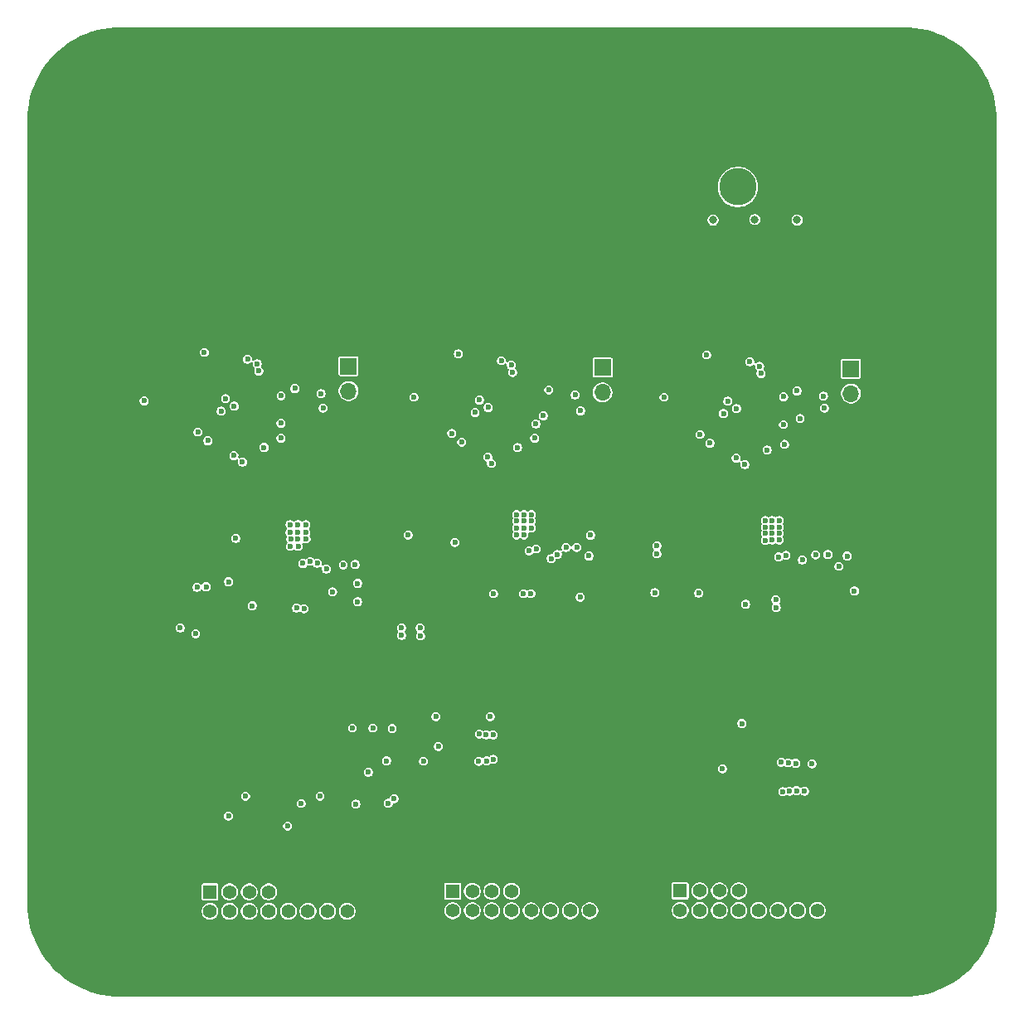
<source format=gbr>
%TF.GenerationSoftware,KiCad,Pcbnew,9.0.0*%
%TF.CreationDate,2025-06-20T14:28:13-07:00*%
%TF.ProjectId,EPS_Scales_RevE,4550535f-5363-4616-9c65-735f52657645,rev?*%
%TF.SameCoordinates,Original*%
%TF.FileFunction,Copper,L2,Inr*%
%TF.FilePolarity,Positive*%
%FSLAX46Y46*%
G04 Gerber Fmt 4.6, Leading zero omitted, Abs format (unit mm)*
G04 Created by KiCad (PCBNEW 9.0.0) date 2025-06-20 14:28:13*
%MOMM*%
%LPD*%
G01*
G04 APERTURE LIST*
%TA.AperFunction,ComponentPad*%
%ADD10C,4.700000*%
%TD*%
%TA.AperFunction,ComponentPad*%
%ADD11R,1.400000X1.400000*%
%TD*%
%TA.AperFunction,ComponentPad*%
%ADD12C,1.400000*%
%TD*%
%TA.AperFunction,ComponentPad*%
%ADD13R,1.700000X1.700000*%
%TD*%
%TA.AperFunction,ComponentPad*%
%ADD14O,1.700000X1.700000*%
%TD*%
%TA.AperFunction,ComponentPad*%
%ADD15O,1.300000X2.200000*%
%TD*%
%TA.AperFunction,ComponentPad*%
%ADD16C,3.800000*%
%TD*%
%TA.AperFunction,ViaPad*%
%ADD17C,0.600000*%
%TD*%
%TA.AperFunction,ViaPad*%
%ADD18C,0.800000*%
%TD*%
G04 APERTURE END LIST*
D10*
%TO.N,GND*%
%TO.C,J3*%
X160012800Y-37000000D03*
%TD*%
D11*
%TO.N,+5V_Perif*%
%TO.C,CN1*%
X193941000Y-115729000D03*
D12*
%TO.N,unconnected-(CN1-Pad2)*%
X193941000Y-117729000D03*
%TO.N,+5V_Perif*%
X195941000Y-115729000D03*
%TO.N,Net-(CN1-Pad4)*%
X195941000Y-117729000D03*
%TO.N,+5V_Perif*%
X197941000Y-115729000D03*
%TO.N,Net-(CN1-Pad6)*%
X197941000Y-117729000D03*
%TO.N,+5V_Perif*%
X199941000Y-115729000D03*
%TO.N,Net-(CN1-Pad8)*%
X199941000Y-117729000D03*
%TO.N,GND*%
X201941000Y-115729000D03*
%TO.N,Net-(CN1-Pad10)*%
X201941000Y-117729000D03*
%TO.N,GND*%
X203941000Y-115729000D03*
%TO.N,Net-(CN1-Pad12)*%
X203941000Y-117729000D03*
%TO.N,GND*%
X205941000Y-115729000D03*
%TO.N,Net-(CN1-Pad14)*%
X205941000Y-117729000D03*
%TO.N,GND*%
X207941000Y-115729000D03*
%TO.N,WDT_WDI_Perif*%
X207941000Y-117729000D03*
%TD*%
D10*
%TO.N,GND*%
%TO.C,J2*%
X160012800Y-117000000D03*
%TD*%
D13*
%TO.N,+20V_Jetson*%
%TO.C,J8*%
X234594000Y-62367000D03*
D14*
X234594000Y-64907000D03*
%TO.N,GND*%
X234594000Y-67447000D03*
X234594000Y-69987000D03*
%TD*%
D13*
%TO.N,+3.3V_OBC*%
%TO.C,J9*%
X183303000Y-62114250D03*
D14*
X183303000Y-64654250D03*
%TO.N,GND*%
X183303000Y-67194250D03*
X183303000Y-69734250D03*
%TD*%
D11*
%TO.N,+20V_Jetson*%
%TO.C,J6*%
X217167800Y-115696600D03*
D12*
%TO.N,Net-(J6-Pad2)*%
X217167800Y-117696600D03*
%TO.N,+20V_Jetson*%
X219167800Y-115696600D03*
%TO.N,Net-(J6-Pad4)*%
X219167800Y-117696600D03*
%TO.N,+20V_Jetson*%
X221167800Y-115696600D03*
%TO.N,Net-(J6-Pad6)*%
X221167800Y-117696600D03*
%TO.N,+20V_Jetson*%
X223167800Y-115696600D03*
%TO.N,Net-(J6-Pad8)*%
X223167800Y-117696600D03*
%TO.N,GND*%
X225167800Y-115696600D03*
%TO.N,Net-(J6-Pad10)*%
X225167800Y-117696600D03*
%TO.N,GND*%
X227167800Y-115696600D03*
%TO.N,Net-(J6-Pad12)*%
X227167800Y-117696600D03*
%TO.N,GND*%
X229167800Y-115696600D03*
%TO.N,WDT_WDI_Jetson*%
X229167800Y-117696600D03*
%TO.N,GND*%
X231167800Y-115696600D03*
%TO.N,WDT_WDI_Jetson*%
X231167800Y-117696600D03*
%TD*%
D15*
%TO.N,GND*%
%TO.C,U8*%
X219901000Y-37815000D03*
X233401000Y-37815000D03*
D16*
%TO.N,+V_Batt*%
X223051000Y-43815000D03*
%TO.N,GND*%
X230251000Y-43815000D03*
%TD*%
D11*
%TO.N,+3.3V_OBC*%
%TO.C,J10*%
X169157200Y-115798200D03*
D12*
%TO.N,Net-(J10-Pad2)*%
X169157200Y-117798200D03*
%TO.N,+3.3V_OBC*%
X171157200Y-115798200D03*
%TO.N,Net-(J10-Pad4)*%
X171157200Y-117798200D03*
%TO.N,+3.3V_OBC*%
X173157200Y-115798200D03*
%TO.N,OBC SDA*%
X173157200Y-117798200D03*
%TO.N,+3.3V_OBC*%
X175157200Y-115798200D03*
%TO.N,OBC SCL*%
X175157200Y-117798200D03*
%TO.N,GND*%
X177157200Y-115798200D03*
%TO.N,Net-(J10-Pad10)*%
X177157200Y-117798200D03*
%TO.N,GND*%
X179157200Y-115798200D03*
%TO.N,OBC_EN_JETSON*%
X179157200Y-117798200D03*
%TO.N,GND*%
X181157200Y-115798200D03*
%TO.N,OBC_EN_PERIF*%
X181157200Y-117798200D03*
%TO.N,GND*%
X183157200Y-115798200D03*
%TO.N,WDT_WDI_OBC*%
X183157200Y-117798200D03*
%TD*%
D10*
%TO.N,GND*%
%TO.C,J5*%
X240012800Y-37000000D03*
%TD*%
%TO.N,GND*%
%TO.C,J4*%
X240030000Y-116967000D03*
%TD*%
D13*
%TO.N,+5V_Perif*%
%TO.C,J7*%
X209236000Y-62250500D03*
D14*
X209236000Y-64790500D03*
%TO.N,GND*%
X209236000Y-67330500D03*
X209236000Y-69870500D03*
%TD*%
D17*
%TO.N,+V_Batt*%
X178968400Y-79756000D03*
X178155600Y-80518000D03*
X200456800Y-78638400D03*
X177328400Y-78296000D03*
X201980800Y-77927200D03*
X201218800Y-78638400D03*
X226568000Y-77876400D03*
X227279200Y-78536800D03*
X178954000Y-79108800D03*
X226568000Y-79197200D03*
X227279200Y-79857600D03*
X177328400Y-79108800D03*
X226568000Y-79857600D03*
X201218800Y-77927200D03*
X171791200Y-79696600D03*
X200456800Y-79349600D03*
X178141200Y-79108800D03*
X200456800Y-77927200D03*
X225856800Y-79908400D03*
X201218800Y-77266800D03*
X178141200Y-78296000D03*
X178954000Y-78296000D03*
X225856800Y-79197200D03*
X225856800Y-78536800D03*
D18*
X224790000Y-47142400D03*
D17*
X201980800Y-78638400D03*
X201218800Y-79349600D03*
X225856800Y-77876400D03*
X177393600Y-79756000D03*
X178141200Y-79756000D03*
X177342800Y-80518000D03*
X201980800Y-77266800D03*
X200456800Y-77266800D03*
X226568000Y-78536800D03*
X227279200Y-79197200D03*
D18*
X229108000Y-47193200D03*
X220522800Y-47193200D03*
D17*
X227279200Y-77876400D03*
%TO.N,GND*%
X222694500Y-72707500D03*
D18*
X172339000Y-56388000D03*
D17*
X203149200Y-82651600D03*
X226088000Y-99886400D03*
X176363200Y-76060800D03*
D18*
X191643000Y-56388000D03*
D17*
X234854000Y-95263600D03*
X208280000Y-84277200D03*
X232184000Y-77839200D03*
X199136000Y-82600800D03*
X199771000Y-76073000D03*
X181798800Y-76314800D03*
D18*
X223647000Y-56515000D03*
D17*
X225376800Y-102629600D03*
X185456400Y-82664800D03*
X188256000Y-64902250D03*
X207645000Y-76708000D03*
X180020800Y-102121200D03*
X203200000Y-83566000D03*
X194310000Y-99568000D03*
X209169000Y-79375000D03*
X167625600Y-80785200D03*
X179919200Y-103289600D03*
X176027600Y-85151600D03*
X194818000Y-76962000D03*
X185354800Y-84595200D03*
X235638400Y-83579600D03*
X176078400Y-84237200D03*
X228678800Y-84087600D03*
D18*
X205105000Y-56388000D03*
D17*
X222351600Y-104190800D03*
D18*
X184440400Y-90945200D03*
D17*
X168300400Y-63804800D03*
X231662380Y-63905018D03*
X165244000Y-62641250D03*
X182713200Y-103391200D03*
X191177000Y-62777500D03*
X206304380Y-63788518D03*
X194208400Y-63957200D03*
X171403500Y-72454750D03*
D18*
X184288000Y-96990400D03*
X207518000Y-88265000D03*
D17*
X174516800Y-107768800D03*
X172419500Y-66358750D03*
X179990000Y-85151600D03*
X198352500Y-66495000D03*
D18*
X230378000Y-56388000D03*
D17*
X167066800Y-85103200D03*
D18*
X231140000Y-48895000D03*
D17*
X185710400Y-102680000D03*
X224665600Y-84138400D03*
X225326000Y-76772400D03*
X184897600Y-86982800D03*
X213614000Y-65018750D03*
X222859600Y-84328000D03*
X199796400Y-96469200D03*
X168609500Y-68517750D03*
X219557600Y-64160400D03*
X234904800Y-89218400D03*
D18*
X198374000Y-56388000D03*
D17*
X181544800Y-104712000D03*
X219900500Y-68770500D03*
X162323000Y-64766000D03*
D18*
X222758000Y-48768000D03*
X165608000Y-56261000D03*
X179070000Y-56388000D03*
D17*
X228729600Y-83122400D03*
X197336500Y-72591000D03*
X229819200Y-102412800D03*
X194513200Y-96926400D03*
X179990000Y-84084800D03*
X174669200Y-105432000D03*
X173366000Y-76162400D03*
X171689600Y-80886800D03*
X180371380Y-63652268D03*
D18*
X216916000Y-56515000D03*
D17*
X194542500Y-68654000D03*
D18*
X226949000Y-48895000D03*
D17*
X232133200Y-80176000D03*
D18*
X207518000Y-93472000D03*
D17*
X223710500Y-66611500D03*
X199186800Y-83566000D03*
X216535000Y-62894000D03*
X224665600Y-83071600D03*
%TO.N,/Perif_Subsystem/WD_Perif/WDT-VIN*%
X206439426Y-65055500D03*
X203750000Y-64526500D03*
%TO.N,WDT_WDI_Perif*%
X189992000Y-65278000D03*
%TO.N,Net-(U1-TR{slash}SS)*%
X229644000Y-81901100D03*
X234216000Y-81496800D03*
%TO.N,Net-(U1-BST)*%
X226936360Y-85974820D03*
X223861600Y-86424400D03*
%TO.N,Net-(U1-INTVCC)*%
X234955153Y-85070655D03*
X226982362Y-86756133D03*
%TO.N,+3.3V_OBC*%
X187198000Y-102412800D03*
X183692800Y-99060000D03*
X171043600Y-84124800D03*
X168757600Y-84632800D03*
X185775600Y-99060000D03*
X214782400Y-81280000D03*
X194157600Y-80111600D03*
X192227200Y-97891600D03*
X185318400Y-103581200D03*
X187756800Y-99110800D03*
%TO.N,+20V_Jetson*%
X230632000Y-102717600D03*
X229870000Y-105511600D03*
X228955600Y-102666800D03*
X228193600Y-102616000D03*
X227482400Y-102565200D03*
X228346000Y-105511600D03*
X229057200Y-105460800D03*
X227634800Y-105562400D03*
%TO.N,WDT_WDI_Jetson*%
X215519000Y-65278000D03*
%TO.N,Net-(U10D--)*%
X220218000Y-69977000D03*
X222026842Y-65689842D03*
%TO.N,Net-(U3-TR{slash}SS)*%
X184237200Y-84290400D03*
X180115363Y-82243200D03*
%TO.N,Net-(U3-BST)*%
X177994569Y-86805577D03*
X173467600Y-86576400D03*
%TO.N,Net-(U3-INTVCC)*%
X184237200Y-86170000D03*
X178750800Y-86881200D03*
%TO.N,Net-(U6D--)*%
X196668842Y-65573342D03*
X194860000Y-69860500D03*
%TO.N,Net-(U13-TR{slash}SS)*%
X204619520Y-81332480D03*
X208026000Y-79375000D03*
%TO.N,Net-(U13-BST)*%
X201169997Y-85344000D03*
X198120000Y-85344000D03*
%TO.N,Net-(U13-INTVCC)*%
X206959200Y-85699600D03*
X201930000Y-85344000D03*
%TO.N,/OBC_Subsystem/WD_OBC/WDT-VIN*%
X177817000Y-64390250D03*
X180506426Y-64919250D03*
%TO.N,/Jetson_Subsystem/WD_Jetson/WDT-VIN*%
X229412800Y-67462400D03*
X231797426Y-65172000D03*
X229108000Y-64643000D03*
%TO.N,WDT_WDI_OBC*%
X162433000Y-65659000D03*
%TO.N,+5V_Perif*%
X196596000Y-102463600D03*
X196646800Y-99669600D03*
X198069200Y-99771200D03*
X197408800Y-102412800D03*
X197764400Y-97891600D03*
X198069200Y-102260400D03*
X197358000Y-99771200D03*
%TO.N,OBC_EN_JETSON*%
X214789948Y-80460232D03*
%TO.N,OBC SDA*%
X171036342Y-108044342D03*
%TO.N,OBC SCL*%
X177082642Y-109061442D03*
%TO.N,OBC_EN_PERIF*%
X189382400Y-79349600D03*
%TO.N,/Jetson_Subsystem/WD_Jetson/WDT-VP*%
X221582342Y-66961658D03*
X225425000Y-62865000D03*
%TO.N,Net-(R124-Pad1)*%
X197889579Y-72053002D03*
X202311000Y-69469000D03*
%TO.N,Net-(R132-Pad2)*%
X207010000Y-66675000D03*
X203200000Y-67183000D03*
%TO.N,Net-(U6B--)*%
X199917951Y-62003256D03*
X193844000Y-68971500D03*
%TO.N,/Perif_Subsystem/WD_Perif/WDT-VP*%
X196224342Y-66845158D03*
X200067000Y-62748500D03*
%TO.N,Net-(U6A--)*%
X194511820Y-60845754D03*
X198916000Y-61551970D03*
%TO.N,Net-(R141-Pad1)*%
X223760500Y-72166201D03*
X227838000Y-70096498D03*
%TO.N,SDA*%
X221488000Y-103225600D03*
X180390800Y-106019600D03*
X187960000Y-106273600D03*
X172781000Y-106019600D03*
X223469200Y-98602800D03*
%TO.N,Net-(U10B--)*%
X225275951Y-62119756D03*
X219202000Y-69088000D03*
%TO.N,SCL*%
X184048400Y-106832400D03*
X187366538Y-106748370D03*
X192481200Y-100939600D03*
X178473759Y-106768051D03*
X190950942Y-102455342D03*
%TO.N,Net-(U10A--)*%
X219869820Y-60962254D03*
X224274000Y-61668470D03*
%TO.N,Net-(U1-RT)*%
X230994024Y-81375966D03*
X227971956Y-81431431D03*
%TO.N,Net-(U1-EN{slash}UV)*%
X232253602Y-81345025D03*
X227227375Y-81583748D03*
%TO.N,Net-(U3-RT)*%
X179380453Y-82049522D03*
X182764000Y-82410800D03*
%TO.N,Net-(U3-EN{slash}UV)*%
X178649200Y-82256582D03*
X183983200Y-82360000D03*
%TO.N,Net-(U6C-+)*%
X197559658Y-66337158D03*
X197527000Y-71384500D03*
%TO.N,Net-(U13-EN{slash}UV)*%
X206597000Y-80618426D03*
X201733750Y-80971484D03*
%TO.N,/OBC_Subsystem/WD_OBC/WDT-VP*%
X174134000Y-62612250D03*
X170291342Y-66708908D03*
%TO.N,Net-(R149-Pad2)*%
X231902000Y-66395600D03*
X227729142Y-65234458D03*
%TO.N,Net-(U13-RT)*%
X202467815Y-80774633D03*
X205510612Y-80639652D03*
%TO.N,SYNC_PHASE3*%
X188722000Y-89609203D03*
X190652400Y-89662000D03*
X214579200Y-85242400D03*
X233375200Y-82550000D03*
X219049600Y-85293200D03*
X167690800Y-89434200D03*
%TO.N,SYNC_PHASE1*%
X167828800Y-84696800D03*
X181668499Y-85156786D03*
X181036800Y-82828200D03*
%TO.N,SYNC_PHASE2*%
X207858056Y-81493056D03*
X203989134Y-81757000D03*
X190601600Y-88849200D03*
X188722000Y-88849200D03*
X166116000Y-88849200D03*
%TO.N,Net-(U10C-+)*%
X222917658Y-66453658D03*
X222885000Y-71501000D03*
%TO.N,Net-(U11D--)*%
X170735842Y-65437092D03*
X168927000Y-69724250D03*
%TO.N,Net-(R157-Pad1)*%
X172469500Y-71913452D03*
X176403000Y-69469000D03*
%TO.N,Net-(U11B--)*%
X167911000Y-68835250D03*
X173984951Y-61867006D03*
%TO.N,Net-(U11A--)*%
X172983000Y-61415720D03*
X168578820Y-60709504D03*
%TO.N,Net-(R165-Pad2)*%
X176416000Y-65130169D03*
X180695600Y-66395600D03*
%TO.N,Net-(U11C-+)*%
X171594000Y-71248250D03*
X171626658Y-66200908D03*
%TO.N,Net-(D8-C)*%
X200568820Y-70419220D03*
X202438000Y-68021200D03*
%TO.N,Net-(D15-C)*%
X226060000Y-70673498D03*
X227711000Y-68072000D03*
%TO.N,Net-(D18-C)*%
X176403000Y-67945000D03*
X174673520Y-70406520D03*
%TD*%
%TA.AperFunction,Conductor*%
%TO.N,GND*%
G36*
X240001941Y-27500560D02*
G01*
X240592598Y-27519122D01*
X240600340Y-27519609D01*
X241186734Y-27575039D01*
X241194459Y-27576015D01*
X241776188Y-27668152D01*
X241783802Y-27669604D01*
X242358649Y-27798097D01*
X242366172Y-27800030D01*
X242931789Y-27964357D01*
X242939139Y-27966745D01*
X243493338Y-28166269D01*
X243500561Y-28169128D01*
X243521097Y-28178015D01*
X244041114Y-28403046D01*
X244048163Y-28406363D01*
X244572951Y-28673757D01*
X244579777Y-28677510D01*
X245086734Y-28977323D01*
X245093311Y-28981497D01*
X245580446Y-29312554D01*
X245586748Y-29317133D01*
X246052120Y-29678111D01*
X246058120Y-29683073D01*
X246499941Y-30072591D01*
X246505619Y-30077924D01*
X246922074Y-30494380D01*
X246927407Y-30500058D01*
X247316922Y-30941877D01*
X247321887Y-30947879D01*
X247682883Y-31413273D01*
X247687445Y-31419552D01*
X248018502Y-31906687D01*
X248022676Y-31913264D01*
X248322489Y-32420221D01*
X248326242Y-32427047D01*
X248593635Y-32951836D01*
X248596952Y-32958885D01*
X248830866Y-33499428D01*
X248833733Y-33506670D01*
X249033243Y-34060830D01*
X249035650Y-34068239D01*
X249199966Y-34633815D01*
X249201904Y-34641360D01*
X249330391Y-35216177D01*
X249331850Y-35223829D01*
X249423982Y-35805535D01*
X249424959Y-35813263D01*
X249480389Y-36399642D01*
X249480878Y-36407417D01*
X249499439Y-36998025D01*
X249499500Y-37001920D01*
X249499500Y-116998045D01*
X249499439Y-117001940D01*
X249480877Y-117592581D01*
X249480388Y-117600355D01*
X249424959Y-118186731D01*
X249423982Y-118194460D01*
X249331849Y-118776168D01*
X249330390Y-118783820D01*
X249201903Y-119358637D01*
X249199965Y-119366182D01*
X249035650Y-119931758D01*
X249033243Y-119939166D01*
X248833733Y-120493327D01*
X248830866Y-120500570D01*
X248596952Y-121041113D01*
X248593635Y-121048162D01*
X248326242Y-121572950D01*
X248322489Y-121579776D01*
X248022675Y-122086733D01*
X248018501Y-122093310D01*
X247687444Y-122580446D01*
X247682865Y-122586748D01*
X247321887Y-123052118D01*
X247316922Y-123058121D01*
X246927407Y-123499940D01*
X246922074Y-123505618D01*
X246505619Y-123922073D01*
X246499941Y-123927406D01*
X246058122Y-124316921D01*
X246052120Y-124321886D01*
X245586749Y-124682865D01*
X245580446Y-124687444D01*
X245093311Y-125018501D01*
X245086734Y-125022675D01*
X244579777Y-125322488D01*
X244572951Y-125326241D01*
X244048163Y-125593634D01*
X244041114Y-125596951D01*
X243500565Y-125830868D01*
X243493323Y-125833735D01*
X243111504Y-125971198D01*
X242939168Y-126033242D01*
X242931765Y-126035648D01*
X242366183Y-126199965D01*
X242358638Y-126201903D01*
X241783821Y-126330390D01*
X241776169Y-126331849D01*
X241194461Y-126423982D01*
X241186732Y-126424959D01*
X240600356Y-126480388D01*
X240592582Y-126480877D01*
X240001973Y-126499438D01*
X239998078Y-126499499D01*
X160001953Y-126499499D01*
X159998058Y-126499438D01*
X159407417Y-126480876D01*
X159399643Y-126480387D01*
X158813266Y-126424958D01*
X158805537Y-126423981D01*
X158223830Y-126331848D01*
X158216178Y-126330389D01*
X157641361Y-126201902D01*
X157633816Y-126199964D01*
X157222648Y-126080508D01*
X157068230Y-126035645D01*
X157060840Y-126033245D01*
X156506676Y-125833734D01*
X156499434Y-125830867D01*
X155958885Y-125596950D01*
X155951836Y-125593633D01*
X155427048Y-125326240D01*
X155420222Y-125322487D01*
X154913265Y-125022674D01*
X154906688Y-125018500D01*
X154419561Y-124687449D01*
X154413258Y-124682870D01*
X153947872Y-124321879D01*
X153941870Y-124316914D01*
X153500059Y-123927405D01*
X153494381Y-123922072D01*
X153077926Y-123505617D01*
X153072593Y-123499939D01*
X152683078Y-123058120D01*
X152678113Y-123052117D01*
X152317135Y-122586747D01*
X152312556Y-122580445D01*
X151981499Y-122093310D01*
X151977325Y-122086733D01*
X151677511Y-121579776D01*
X151673758Y-121572950D01*
X151406365Y-121048162D01*
X151403048Y-121041113D01*
X151169132Y-120500565D01*
X151166265Y-120493322D01*
X150966751Y-119939148D01*
X150964359Y-119931788D01*
X150800032Y-119366171D01*
X150798097Y-119358637D01*
X150669606Y-118783801D01*
X150668154Y-118776187D01*
X150576017Y-118194459D01*
X150575041Y-118186732D01*
X150570302Y-118136595D01*
X150530302Y-117713443D01*
X168296700Y-117713443D01*
X168296700Y-117882956D01*
X168329766Y-118049191D01*
X168329769Y-118049203D01*
X168394631Y-118205795D01*
X168394632Y-118205797D01*
X168488805Y-118346736D01*
X168488808Y-118346740D01*
X168608659Y-118466591D01*
X168608663Y-118466594D01*
X168749600Y-118560766D01*
X168749601Y-118560766D01*
X168749602Y-118560767D01*
X168749604Y-118560768D01*
X168818970Y-118589500D01*
X168906201Y-118625632D01*
X169072443Y-118658699D01*
X169072447Y-118658700D01*
X169072448Y-118658700D01*
X169241953Y-118658700D01*
X169241954Y-118658699D01*
X169408199Y-118625632D01*
X169564800Y-118560766D01*
X169705737Y-118466594D01*
X169825594Y-118346737D01*
X169919766Y-118205800D01*
X169984632Y-118049199D01*
X170017700Y-117882952D01*
X170017700Y-117713448D01*
X170017699Y-117713443D01*
X170296700Y-117713443D01*
X170296700Y-117882956D01*
X170329766Y-118049191D01*
X170329769Y-118049203D01*
X170394631Y-118205795D01*
X170394632Y-118205797D01*
X170488805Y-118346736D01*
X170488808Y-118346740D01*
X170608659Y-118466591D01*
X170608663Y-118466594D01*
X170749600Y-118560766D01*
X170749601Y-118560766D01*
X170749602Y-118560767D01*
X170749604Y-118560768D01*
X170818970Y-118589500D01*
X170906201Y-118625632D01*
X171072443Y-118658699D01*
X171072447Y-118658700D01*
X171072448Y-118658700D01*
X171241953Y-118658700D01*
X171241954Y-118658699D01*
X171408199Y-118625632D01*
X171564800Y-118560766D01*
X171705737Y-118466594D01*
X171825594Y-118346737D01*
X171919766Y-118205800D01*
X171984632Y-118049199D01*
X172017700Y-117882952D01*
X172017700Y-117713448D01*
X172017699Y-117713443D01*
X172296700Y-117713443D01*
X172296700Y-117882956D01*
X172329766Y-118049191D01*
X172329769Y-118049203D01*
X172394631Y-118205795D01*
X172394632Y-118205797D01*
X172488805Y-118346736D01*
X172488808Y-118346740D01*
X172608659Y-118466591D01*
X172608663Y-118466594D01*
X172749600Y-118560766D01*
X172749601Y-118560766D01*
X172749602Y-118560767D01*
X172749604Y-118560768D01*
X172818970Y-118589500D01*
X172906201Y-118625632D01*
X173072443Y-118658699D01*
X173072447Y-118658700D01*
X173072448Y-118658700D01*
X173241953Y-118658700D01*
X173241954Y-118658699D01*
X173408199Y-118625632D01*
X173564800Y-118560766D01*
X173705737Y-118466594D01*
X173825594Y-118346737D01*
X173919766Y-118205800D01*
X173984632Y-118049199D01*
X174017700Y-117882952D01*
X174017700Y-117713448D01*
X174017699Y-117713443D01*
X174296700Y-117713443D01*
X174296700Y-117882956D01*
X174329766Y-118049191D01*
X174329769Y-118049203D01*
X174394631Y-118205795D01*
X174394632Y-118205797D01*
X174488805Y-118346736D01*
X174488808Y-118346740D01*
X174608659Y-118466591D01*
X174608663Y-118466594D01*
X174749600Y-118560766D01*
X174749601Y-118560766D01*
X174749602Y-118560767D01*
X174749604Y-118560768D01*
X174818970Y-118589500D01*
X174906201Y-118625632D01*
X175072443Y-118658699D01*
X175072447Y-118658700D01*
X175072448Y-118658700D01*
X175241953Y-118658700D01*
X175241954Y-118658699D01*
X175408199Y-118625632D01*
X175564800Y-118560766D01*
X175705737Y-118466594D01*
X175825594Y-118346737D01*
X175919766Y-118205800D01*
X175984632Y-118049199D01*
X176017700Y-117882952D01*
X176017700Y-117713448D01*
X176017699Y-117713443D01*
X176296700Y-117713443D01*
X176296700Y-117882956D01*
X176329766Y-118049191D01*
X176329769Y-118049203D01*
X176394631Y-118205795D01*
X176394632Y-118205797D01*
X176488805Y-118346736D01*
X176488808Y-118346740D01*
X176608659Y-118466591D01*
X176608663Y-118466594D01*
X176749600Y-118560766D01*
X176749601Y-118560766D01*
X176749602Y-118560767D01*
X176749604Y-118560768D01*
X176818970Y-118589500D01*
X176906201Y-118625632D01*
X177072443Y-118658699D01*
X177072447Y-118658700D01*
X177072448Y-118658700D01*
X177241953Y-118658700D01*
X177241954Y-118658699D01*
X177408199Y-118625632D01*
X177564800Y-118560766D01*
X177705737Y-118466594D01*
X177825594Y-118346737D01*
X177919766Y-118205800D01*
X177984632Y-118049199D01*
X178017700Y-117882952D01*
X178017700Y-117713448D01*
X178017699Y-117713443D01*
X178296700Y-117713443D01*
X178296700Y-117882956D01*
X178329766Y-118049191D01*
X178329769Y-118049203D01*
X178394631Y-118205795D01*
X178394632Y-118205797D01*
X178488805Y-118346736D01*
X178488808Y-118346740D01*
X178608659Y-118466591D01*
X178608663Y-118466594D01*
X178749600Y-118560766D01*
X178749601Y-118560766D01*
X178749602Y-118560767D01*
X178749604Y-118560768D01*
X178818970Y-118589500D01*
X178906201Y-118625632D01*
X179072443Y-118658699D01*
X179072447Y-118658700D01*
X179072448Y-118658700D01*
X179241953Y-118658700D01*
X179241954Y-118658699D01*
X179408199Y-118625632D01*
X179564800Y-118560766D01*
X179705737Y-118466594D01*
X179825594Y-118346737D01*
X179919766Y-118205800D01*
X179984632Y-118049199D01*
X180017700Y-117882952D01*
X180017700Y-117713448D01*
X180017699Y-117713443D01*
X180296700Y-117713443D01*
X180296700Y-117882956D01*
X180329766Y-118049191D01*
X180329769Y-118049203D01*
X180394631Y-118205795D01*
X180394632Y-118205797D01*
X180488805Y-118346736D01*
X180488808Y-118346740D01*
X180608659Y-118466591D01*
X180608663Y-118466594D01*
X180749600Y-118560766D01*
X180749601Y-118560766D01*
X180749602Y-118560767D01*
X180749604Y-118560768D01*
X180818970Y-118589500D01*
X180906201Y-118625632D01*
X181072443Y-118658699D01*
X181072447Y-118658700D01*
X181072448Y-118658700D01*
X181241953Y-118658700D01*
X181241954Y-118658699D01*
X181408199Y-118625632D01*
X181564800Y-118560766D01*
X181705737Y-118466594D01*
X181825594Y-118346737D01*
X181919766Y-118205800D01*
X181984632Y-118049199D01*
X182017700Y-117882952D01*
X182017700Y-117713448D01*
X182017699Y-117713443D01*
X182296700Y-117713443D01*
X182296700Y-117882956D01*
X182329766Y-118049191D01*
X182329769Y-118049203D01*
X182394631Y-118205795D01*
X182394632Y-118205797D01*
X182488805Y-118346736D01*
X182488808Y-118346740D01*
X182608659Y-118466591D01*
X182608663Y-118466594D01*
X182749600Y-118560766D01*
X182749601Y-118560766D01*
X182749602Y-118560767D01*
X182749604Y-118560768D01*
X182818970Y-118589500D01*
X182906201Y-118625632D01*
X183072443Y-118658699D01*
X183072447Y-118658700D01*
X183072448Y-118658700D01*
X183241953Y-118658700D01*
X183241954Y-118658699D01*
X183408199Y-118625632D01*
X183564800Y-118560766D01*
X183705737Y-118466594D01*
X183825594Y-118346737D01*
X183919766Y-118205800D01*
X183984632Y-118049199D01*
X184017700Y-117882952D01*
X184017700Y-117713448D01*
X184003935Y-117644247D01*
X184003934Y-117644243D01*
X193080500Y-117644243D01*
X193080500Y-117813756D01*
X193113566Y-117979991D01*
X193113569Y-117980003D01*
X193178431Y-118136595D01*
X193178432Y-118136597D01*
X193272605Y-118277536D01*
X193272608Y-118277540D01*
X193392459Y-118397391D01*
X193392463Y-118397394D01*
X193533400Y-118491566D01*
X193533401Y-118491566D01*
X193533402Y-118491567D01*
X193533404Y-118491568D01*
X193689996Y-118556430D01*
X193690001Y-118556432D01*
X193811871Y-118580673D01*
X193856243Y-118589499D01*
X193856247Y-118589500D01*
X193856248Y-118589500D01*
X194025753Y-118589500D01*
X194025754Y-118589499D01*
X194191999Y-118556432D01*
X194348600Y-118491566D01*
X194489537Y-118397394D01*
X194609394Y-118277537D01*
X194703566Y-118136600D01*
X194768432Y-117979999D01*
X194801500Y-117813752D01*
X194801500Y-117644248D01*
X194801499Y-117644243D01*
X195080500Y-117644243D01*
X195080500Y-117813756D01*
X195113566Y-117979991D01*
X195113569Y-117980003D01*
X195178431Y-118136595D01*
X195178432Y-118136597D01*
X195272605Y-118277536D01*
X195272608Y-118277540D01*
X195392459Y-118397391D01*
X195392463Y-118397394D01*
X195533400Y-118491566D01*
X195533401Y-118491566D01*
X195533402Y-118491567D01*
X195533404Y-118491568D01*
X195689996Y-118556430D01*
X195690001Y-118556432D01*
X195811871Y-118580673D01*
X195856243Y-118589499D01*
X195856247Y-118589500D01*
X195856248Y-118589500D01*
X196025753Y-118589500D01*
X196025754Y-118589499D01*
X196191999Y-118556432D01*
X196348600Y-118491566D01*
X196489537Y-118397394D01*
X196609394Y-118277537D01*
X196703566Y-118136600D01*
X196768432Y-117979999D01*
X196801500Y-117813752D01*
X196801500Y-117644248D01*
X196801499Y-117644243D01*
X197080500Y-117644243D01*
X197080500Y-117813756D01*
X197113566Y-117979991D01*
X197113569Y-117980003D01*
X197178431Y-118136595D01*
X197178432Y-118136597D01*
X197272605Y-118277536D01*
X197272608Y-118277540D01*
X197392459Y-118397391D01*
X197392463Y-118397394D01*
X197533400Y-118491566D01*
X197533401Y-118491566D01*
X197533402Y-118491567D01*
X197533404Y-118491568D01*
X197689996Y-118556430D01*
X197690001Y-118556432D01*
X197811871Y-118580673D01*
X197856243Y-118589499D01*
X197856247Y-118589500D01*
X197856248Y-118589500D01*
X198025753Y-118589500D01*
X198025754Y-118589499D01*
X198191999Y-118556432D01*
X198348600Y-118491566D01*
X198489537Y-118397394D01*
X198609394Y-118277537D01*
X198703566Y-118136600D01*
X198768432Y-117979999D01*
X198801500Y-117813752D01*
X198801500Y-117644248D01*
X198801499Y-117644243D01*
X199080500Y-117644243D01*
X199080500Y-117813756D01*
X199113566Y-117979991D01*
X199113569Y-117980003D01*
X199178431Y-118136595D01*
X199178432Y-118136597D01*
X199272605Y-118277536D01*
X199272608Y-118277540D01*
X199392459Y-118397391D01*
X199392463Y-118397394D01*
X199533400Y-118491566D01*
X199533401Y-118491566D01*
X199533402Y-118491567D01*
X199533404Y-118491568D01*
X199689996Y-118556430D01*
X199690001Y-118556432D01*
X199811871Y-118580673D01*
X199856243Y-118589499D01*
X199856247Y-118589500D01*
X199856248Y-118589500D01*
X200025753Y-118589500D01*
X200025754Y-118589499D01*
X200191999Y-118556432D01*
X200348600Y-118491566D01*
X200489537Y-118397394D01*
X200609394Y-118277537D01*
X200703566Y-118136600D01*
X200768432Y-117979999D01*
X200801500Y-117813752D01*
X200801500Y-117644248D01*
X200801499Y-117644243D01*
X201080500Y-117644243D01*
X201080500Y-117813756D01*
X201113566Y-117979991D01*
X201113569Y-117980003D01*
X201178431Y-118136595D01*
X201178432Y-118136597D01*
X201272605Y-118277536D01*
X201272608Y-118277540D01*
X201392459Y-118397391D01*
X201392463Y-118397394D01*
X201533400Y-118491566D01*
X201533401Y-118491566D01*
X201533402Y-118491567D01*
X201533404Y-118491568D01*
X201689996Y-118556430D01*
X201690001Y-118556432D01*
X201811871Y-118580673D01*
X201856243Y-118589499D01*
X201856247Y-118589500D01*
X201856248Y-118589500D01*
X202025753Y-118589500D01*
X202025754Y-118589499D01*
X202191999Y-118556432D01*
X202348600Y-118491566D01*
X202489537Y-118397394D01*
X202609394Y-118277537D01*
X202703566Y-118136600D01*
X202768432Y-117979999D01*
X202801500Y-117813752D01*
X202801500Y-117644248D01*
X202801499Y-117644243D01*
X203080500Y-117644243D01*
X203080500Y-117813756D01*
X203113566Y-117979991D01*
X203113569Y-117980003D01*
X203178431Y-118136595D01*
X203178432Y-118136597D01*
X203272605Y-118277536D01*
X203272608Y-118277540D01*
X203392459Y-118397391D01*
X203392463Y-118397394D01*
X203533400Y-118491566D01*
X203533401Y-118491566D01*
X203533402Y-118491567D01*
X203533404Y-118491568D01*
X203689996Y-118556430D01*
X203690001Y-118556432D01*
X203811871Y-118580673D01*
X203856243Y-118589499D01*
X203856247Y-118589500D01*
X203856248Y-118589500D01*
X204025753Y-118589500D01*
X204025754Y-118589499D01*
X204191999Y-118556432D01*
X204348600Y-118491566D01*
X204489537Y-118397394D01*
X204609394Y-118277537D01*
X204703566Y-118136600D01*
X204768432Y-117979999D01*
X204801500Y-117813752D01*
X204801500Y-117644248D01*
X204801499Y-117644243D01*
X205080500Y-117644243D01*
X205080500Y-117813756D01*
X205113566Y-117979991D01*
X205113569Y-117980003D01*
X205178431Y-118136595D01*
X205178432Y-118136597D01*
X205272605Y-118277536D01*
X205272608Y-118277540D01*
X205392459Y-118397391D01*
X205392463Y-118397394D01*
X205533400Y-118491566D01*
X205533401Y-118491566D01*
X205533402Y-118491567D01*
X205533404Y-118491568D01*
X205689996Y-118556430D01*
X205690001Y-118556432D01*
X205811871Y-118580673D01*
X205856243Y-118589499D01*
X205856247Y-118589500D01*
X205856248Y-118589500D01*
X206025753Y-118589500D01*
X206025754Y-118589499D01*
X206191999Y-118556432D01*
X206348600Y-118491566D01*
X206489537Y-118397394D01*
X206609394Y-118277537D01*
X206703566Y-118136600D01*
X206768432Y-117979999D01*
X206801500Y-117813752D01*
X206801500Y-117644248D01*
X206801499Y-117644243D01*
X207080500Y-117644243D01*
X207080500Y-117813756D01*
X207113566Y-117979991D01*
X207113569Y-117980003D01*
X207178431Y-118136595D01*
X207178432Y-118136597D01*
X207272605Y-118277536D01*
X207272608Y-118277540D01*
X207392459Y-118397391D01*
X207392463Y-118397394D01*
X207533400Y-118491566D01*
X207533401Y-118491566D01*
X207533402Y-118491567D01*
X207533404Y-118491568D01*
X207689996Y-118556430D01*
X207690001Y-118556432D01*
X207811871Y-118580673D01*
X207856243Y-118589499D01*
X207856247Y-118589500D01*
X207856248Y-118589500D01*
X208025753Y-118589500D01*
X208025754Y-118589499D01*
X208191999Y-118556432D01*
X208348600Y-118491566D01*
X208489537Y-118397394D01*
X208609394Y-118277537D01*
X208703566Y-118136600D01*
X208768432Y-117979999D01*
X208801500Y-117813752D01*
X208801500Y-117644248D01*
X208795055Y-117611848D01*
X208795054Y-117611843D01*
X216307300Y-117611843D01*
X216307300Y-117781356D01*
X216340366Y-117947591D01*
X216340369Y-117947603D01*
X216405231Y-118104195D01*
X216405232Y-118104197D01*
X216499405Y-118245136D01*
X216499408Y-118245140D01*
X216619259Y-118364991D01*
X216619263Y-118364994D01*
X216760200Y-118459166D01*
X216760201Y-118459166D01*
X216760202Y-118459167D01*
X216760204Y-118459168D01*
X216916796Y-118524030D01*
X216916801Y-118524032D01*
X217079680Y-118556430D01*
X217083043Y-118557099D01*
X217083047Y-118557100D01*
X217083048Y-118557100D01*
X217252553Y-118557100D01*
X217252554Y-118557099D01*
X217418799Y-118524032D01*
X217575400Y-118459166D01*
X217716337Y-118364994D01*
X217836194Y-118245137D01*
X217930366Y-118104200D01*
X217995232Y-117947599D01*
X218028300Y-117781352D01*
X218028300Y-117611848D01*
X218028299Y-117611843D01*
X218307300Y-117611843D01*
X218307300Y-117781356D01*
X218340366Y-117947591D01*
X218340369Y-117947603D01*
X218405231Y-118104195D01*
X218405232Y-118104197D01*
X218499405Y-118245136D01*
X218499408Y-118245140D01*
X218619259Y-118364991D01*
X218619263Y-118364994D01*
X218760200Y-118459166D01*
X218760201Y-118459166D01*
X218760202Y-118459167D01*
X218760204Y-118459168D01*
X218916796Y-118524030D01*
X218916801Y-118524032D01*
X219079680Y-118556430D01*
X219083043Y-118557099D01*
X219083047Y-118557100D01*
X219083048Y-118557100D01*
X219252553Y-118557100D01*
X219252554Y-118557099D01*
X219418799Y-118524032D01*
X219575400Y-118459166D01*
X219716337Y-118364994D01*
X219836194Y-118245137D01*
X219930366Y-118104200D01*
X219995232Y-117947599D01*
X220028300Y-117781352D01*
X220028300Y-117611848D01*
X220028299Y-117611843D01*
X220307300Y-117611843D01*
X220307300Y-117781356D01*
X220340366Y-117947591D01*
X220340369Y-117947603D01*
X220405231Y-118104195D01*
X220405232Y-118104197D01*
X220499405Y-118245136D01*
X220499408Y-118245140D01*
X220619259Y-118364991D01*
X220619263Y-118364994D01*
X220760200Y-118459166D01*
X220760201Y-118459166D01*
X220760202Y-118459167D01*
X220760204Y-118459168D01*
X220916796Y-118524030D01*
X220916801Y-118524032D01*
X221079680Y-118556430D01*
X221083043Y-118557099D01*
X221083047Y-118557100D01*
X221083048Y-118557100D01*
X221252553Y-118557100D01*
X221252554Y-118557099D01*
X221418799Y-118524032D01*
X221575400Y-118459166D01*
X221716337Y-118364994D01*
X221836194Y-118245137D01*
X221930366Y-118104200D01*
X221995232Y-117947599D01*
X222028300Y-117781352D01*
X222028300Y-117611848D01*
X222028299Y-117611843D01*
X222307300Y-117611843D01*
X222307300Y-117781356D01*
X222340366Y-117947591D01*
X222340369Y-117947603D01*
X222405231Y-118104195D01*
X222405232Y-118104197D01*
X222499405Y-118245136D01*
X222499408Y-118245140D01*
X222619259Y-118364991D01*
X222619263Y-118364994D01*
X222760200Y-118459166D01*
X222760201Y-118459166D01*
X222760202Y-118459167D01*
X222760204Y-118459168D01*
X222916796Y-118524030D01*
X222916801Y-118524032D01*
X223079680Y-118556430D01*
X223083043Y-118557099D01*
X223083047Y-118557100D01*
X223083048Y-118557100D01*
X223252553Y-118557100D01*
X223252554Y-118557099D01*
X223418799Y-118524032D01*
X223575400Y-118459166D01*
X223716337Y-118364994D01*
X223836194Y-118245137D01*
X223930366Y-118104200D01*
X223995232Y-117947599D01*
X224028300Y-117781352D01*
X224028300Y-117611848D01*
X224028299Y-117611843D01*
X224307300Y-117611843D01*
X224307300Y-117781356D01*
X224340366Y-117947591D01*
X224340369Y-117947603D01*
X224405231Y-118104195D01*
X224405232Y-118104197D01*
X224499405Y-118245136D01*
X224499408Y-118245140D01*
X224619259Y-118364991D01*
X224619263Y-118364994D01*
X224760200Y-118459166D01*
X224760201Y-118459166D01*
X224760202Y-118459167D01*
X224760204Y-118459168D01*
X224916796Y-118524030D01*
X224916801Y-118524032D01*
X225079680Y-118556430D01*
X225083043Y-118557099D01*
X225083047Y-118557100D01*
X225083048Y-118557100D01*
X225252553Y-118557100D01*
X225252554Y-118557099D01*
X225418799Y-118524032D01*
X225575400Y-118459166D01*
X225716337Y-118364994D01*
X225836194Y-118245137D01*
X225930366Y-118104200D01*
X225995232Y-117947599D01*
X226028300Y-117781352D01*
X226028300Y-117611848D01*
X226028299Y-117611843D01*
X226307300Y-117611843D01*
X226307300Y-117781356D01*
X226340366Y-117947591D01*
X226340369Y-117947603D01*
X226405231Y-118104195D01*
X226405232Y-118104197D01*
X226499405Y-118245136D01*
X226499408Y-118245140D01*
X226619259Y-118364991D01*
X226619263Y-118364994D01*
X226760200Y-118459166D01*
X226760201Y-118459166D01*
X226760202Y-118459167D01*
X226760204Y-118459168D01*
X226916796Y-118524030D01*
X226916801Y-118524032D01*
X227079680Y-118556430D01*
X227083043Y-118557099D01*
X227083047Y-118557100D01*
X227083048Y-118557100D01*
X227252553Y-118557100D01*
X227252554Y-118557099D01*
X227418799Y-118524032D01*
X227575400Y-118459166D01*
X227716337Y-118364994D01*
X227836194Y-118245137D01*
X227930366Y-118104200D01*
X227995232Y-117947599D01*
X228028300Y-117781352D01*
X228028300Y-117611848D01*
X228028299Y-117611843D01*
X228307300Y-117611843D01*
X228307300Y-117781356D01*
X228340366Y-117947591D01*
X228340369Y-117947603D01*
X228405231Y-118104195D01*
X228405232Y-118104197D01*
X228499405Y-118245136D01*
X228499408Y-118245140D01*
X228619259Y-118364991D01*
X228619263Y-118364994D01*
X228760200Y-118459166D01*
X228760201Y-118459166D01*
X228760202Y-118459167D01*
X228760204Y-118459168D01*
X228916796Y-118524030D01*
X228916801Y-118524032D01*
X229079680Y-118556430D01*
X229083043Y-118557099D01*
X229083047Y-118557100D01*
X229083048Y-118557100D01*
X229252553Y-118557100D01*
X229252554Y-118557099D01*
X229418799Y-118524032D01*
X229575400Y-118459166D01*
X229716337Y-118364994D01*
X229836194Y-118245137D01*
X229930366Y-118104200D01*
X229995232Y-117947599D01*
X230028300Y-117781352D01*
X230028300Y-117611848D01*
X230028299Y-117611843D01*
X230307300Y-117611843D01*
X230307300Y-117781356D01*
X230340366Y-117947591D01*
X230340369Y-117947603D01*
X230405231Y-118104195D01*
X230405232Y-118104197D01*
X230499405Y-118245136D01*
X230499408Y-118245140D01*
X230619259Y-118364991D01*
X230619263Y-118364994D01*
X230760200Y-118459166D01*
X230760201Y-118459166D01*
X230760202Y-118459167D01*
X230760204Y-118459168D01*
X230916796Y-118524030D01*
X230916801Y-118524032D01*
X231079680Y-118556430D01*
X231083043Y-118557099D01*
X231083047Y-118557100D01*
X231083048Y-118557100D01*
X231252553Y-118557100D01*
X231252554Y-118557099D01*
X231418799Y-118524032D01*
X231575400Y-118459166D01*
X231716337Y-118364994D01*
X231836194Y-118245137D01*
X231930366Y-118104200D01*
X231995232Y-117947599D01*
X232028300Y-117781352D01*
X232028300Y-117611848D01*
X231995232Y-117445601D01*
X231943788Y-117321404D01*
X231930368Y-117289004D01*
X231930367Y-117289002D01*
X231904081Y-117249663D01*
X231836194Y-117148063D01*
X231836191Y-117148059D01*
X231716340Y-117028208D01*
X231716336Y-117028205D01*
X231575397Y-116934032D01*
X231575395Y-116934031D01*
X231418803Y-116869169D01*
X231418791Y-116869166D01*
X231252556Y-116836100D01*
X231252552Y-116836100D01*
X231083048Y-116836100D01*
X231083043Y-116836100D01*
X230916808Y-116869166D01*
X230916796Y-116869169D01*
X230760204Y-116934031D01*
X230760202Y-116934032D01*
X230619263Y-117028205D01*
X230619259Y-117028208D01*
X230499408Y-117148059D01*
X230499405Y-117148063D01*
X230405232Y-117289002D01*
X230405231Y-117289004D01*
X230340369Y-117445596D01*
X230340366Y-117445608D01*
X230307300Y-117611843D01*
X230028299Y-117611843D01*
X229995232Y-117445601D01*
X229943788Y-117321404D01*
X229930368Y-117289004D01*
X229930367Y-117289002D01*
X229904081Y-117249663D01*
X229836194Y-117148063D01*
X229836191Y-117148059D01*
X229716340Y-117028208D01*
X229716336Y-117028205D01*
X229575397Y-116934032D01*
X229575395Y-116934031D01*
X229418803Y-116869169D01*
X229418791Y-116869166D01*
X229252556Y-116836100D01*
X229252552Y-116836100D01*
X229083048Y-116836100D01*
X229083043Y-116836100D01*
X228916808Y-116869166D01*
X228916796Y-116869169D01*
X228760204Y-116934031D01*
X228760202Y-116934032D01*
X228619263Y-117028205D01*
X228619259Y-117028208D01*
X228499408Y-117148059D01*
X228499405Y-117148063D01*
X228405232Y-117289002D01*
X228405231Y-117289004D01*
X228340369Y-117445596D01*
X228340366Y-117445608D01*
X228307300Y-117611843D01*
X228028299Y-117611843D01*
X227995232Y-117445601D01*
X227943788Y-117321404D01*
X227930368Y-117289004D01*
X227930367Y-117289002D01*
X227904081Y-117249663D01*
X227836194Y-117148063D01*
X227836191Y-117148059D01*
X227716340Y-117028208D01*
X227716336Y-117028205D01*
X227575397Y-116934032D01*
X227575395Y-116934031D01*
X227418803Y-116869169D01*
X227418791Y-116869166D01*
X227252556Y-116836100D01*
X227252552Y-116836100D01*
X227083048Y-116836100D01*
X227083043Y-116836100D01*
X226916808Y-116869166D01*
X226916796Y-116869169D01*
X226760204Y-116934031D01*
X226760202Y-116934032D01*
X226619263Y-117028205D01*
X226619259Y-117028208D01*
X226499408Y-117148059D01*
X226499405Y-117148063D01*
X226405232Y-117289002D01*
X226405231Y-117289004D01*
X226340369Y-117445596D01*
X226340366Y-117445608D01*
X226307300Y-117611843D01*
X226028299Y-117611843D01*
X225995232Y-117445601D01*
X225943788Y-117321404D01*
X225930368Y-117289004D01*
X225930367Y-117289002D01*
X225904081Y-117249663D01*
X225836194Y-117148063D01*
X225836191Y-117148059D01*
X225716340Y-117028208D01*
X225716336Y-117028205D01*
X225575397Y-116934032D01*
X225575395Y-116934031D01*
X225418803Y-116869169D01*
X225418791Y-116869166D01*
X225252556Y-116836100D01*
X225252552Y-116836100D01*
X225083048Y-116836100D01*
X225083043Y-116836100D01*
X224916808Y-116869166D01*
X224916796Y-116869169D01*
X224760204Y-116934031D01*
X224760202Y-116934032D01*
X224619263Y-117028205D01*
X224619259Y-117028208D01*
X224499408Y-117148059D01*
X224499405Y-117148063D01*
X224405232Y-117289002D01*
X224405231Y-117289004D01*
X224340369Y-117445596D01*
X224340366Y-117445608D01*
X224307300Y-117611843D01*
X224028299Y-117611843D01*
X223995232Y-117445601D01*
X223943788Y-117321404D01*
X223930368Y-117289004D01*
X223930367Y-117289002D01*
X223904081Y-117249663D01*
X223836194Y-117148063D01*
X223836191Y-117148059D01*
X223716340Y-117028208D01*
X223716336Y-117028205D01*
X223575397Y-116934032D01*
X223575395Y-116934031D01*
X223418803Y-116869169D01*
X223418791Y-116869166D01*
X223252556Y-116836100D01*
X223252552Y-116836100D01*
X223083048Y-116836100D01*
X223083043Y-116836100D01*
X222916808Y-116869166D01*
X222916796Y-116869169D01*
X222760204Y-116934031D01*
X222760202Y-116934032D01*
X222619263Y-117028205D01*
X222619259Y-117028208D01*
X222499408Y-117148059D01*
X222499405Y-117148063D01*
X222405232Y-117289002D01*
X222405231Y-117289004D01*
X222340369Y-117445596D01*
X222340366Y-117445608D01*
X222307300Y-117611843D01*
X222028299Y-117611843D01*
X221995232Y-117445601D01*
X221943788Y-117321404D01*
X221930368Y-117289004D01*
X221930367Y-117289002D01*
X221904081Y-117249663D01*
X221836194Y-117148063D01*
X221836191Y-117148059D01*
X221716340Y-117028208D01*
X221716336Y-117028205D01*
X221575397Y-116934032D01*
X221575395Y-116934031D01*
X221418803Y-116869169D01*
X221418791Y-116869166D01*
X221252556Y-116836100D01*
X221252552Y-116836100D01*
X221083048Y-116836100D01*
X221083043Y-116836100D01*
X220916808Y-116869166D01*
X220916796Y-116869169D01*
X220760204Y-116934031D01*
X220760202Y-116934032D01*
X220619263Y-117028205D01*
X220619259Y-117028208D01*
X220499408Y-117148059D01*
X220499405Y-117148063D01*
X220405232Y-117289002D01*
X220405231Y-117289004D01*
X220340369Y-117445596D01*
X220340366Y-117445608D01*
X220307300Y-117611843D01*
X220028299Y-117611843D01*
X219995232Y-117445601D01*
X219943788Y-117321404D01*
X219930368Y-117289004D01*
X219930367Y-117289002D01*
X219904081Y-117249663D01*
X219836194Y-117148063D01*
X219836191Y-117148059D01*
X219716340Y-117028208D01*
X219716336Y-117028205D01*
X219575397Y-116934032D01*
X219575395Y-116934031D01*
X219418803Y-116869169D01*
X219418791Y-116869166D01*
X219252556Y-116836100D01*
X219252552Y-116836100D01*
X219083048Y-116836100D01*
X219083043Y-116836100D01*
X218916808Y-116869166D01*
X218916796Y-116869169D01*
X218760204Y-116934031D01*
X218760202Y-116934032D01*
X218619263Y-117028205D01*
X218619259Y-117028208D01*
X218499408Y-117148059D01*
X218499405Y-117148063D01*
X218405232Y-117289002D01*
X218405231Y-117289004D01*
X218340369Y-117445596D01*
X218340366Y-117445608D01*
X218307300Y-117611843D01*
X218028299Y-117611843D01*
X217995232Y-117445601D01*
X217943788Y-117321404D01*
X217930368Y-117289004D01*
X217930367Y-117289002D01*
X217904081Y-117249663D01*
X217836194Y-117148063D01*
X217836191Y-117148059D01*
X217716340Y-117028208D01*
X217716336Y-117028205D01*
X217575397Y-116934032D01*
X217575395Y-116934031D01*
X217418803Y-116869169D01*
X217418791Y-116869166D01*
X217252556Y-116836100D01*
X217252552Y-116836100D01*
X217083048Y-116836100D01*
X217083043Y-116836100D01*
X216916808Y-116869166D01*
X216916796Y-116869169D01*
X216760204Y-116934031D01*
X216760202Y-116934032D01*
X216619263Y-117028205D01*
X216619259Y-117028208D01*
X216499408Y-117148059D01*
X216499405Y-117148063D01*
X216405232Y-117289002D01*
X216405231Y-117289004D01*
X216340369Y-117445596D01*
X216340366Y-117445608D01*
X216307300Y-117611843D01*
X208795054Y-117611843D01*
X208768433Y-117478008D01*
X208768432Y-117478001D01*
X208768430Y-117477996D01*
X208703568Y-117321404D01*
X208703567Y-117321402D01*
X208609394Y-117180463D01*
X208609391Y-117180459D01*
X208489540Y-117060608D01*
X208489536Y-117060605D01*
X208348597Y-116966432D01*
X208348595Y-116966431D01*
X208192003Y-116901569D01*
X208191991Y-116901566D01*
X208025756Y-116868500D01*
X208025752Y-116868500D01*
X207856248Y-116868500D01*
X207856243Y-116868500D01*
X207690008Y-116901566D01*
X207689996Y-116901569D01*
X207533404Y-116966431D01*
X207533402Y-116966432D01*
X207392463Y-117060605D01*
X207392459Y-117060608D01*
X207272608Y-117180459D01*
X207272605Y-117180463D01*
X207178432Y-117321402D01*
X207178431Y-117321404D01*
X207113569Y-117477996D01*
X207113566Y-117478008D01*
X207080500Y-117644243D01*
X206801499Y-117644243D01*
X206768432Y-117478001D01*
X206768430Y-117477996D01*
X206703568Y-117321404D01*
X206703567Y-117321402D01*
X206609394Y-117180463D01*
X206609391Y-117180459D01*
X206489540Y-117060608D01*
X206489536Y-117060605D01*
X206348597Y-116966432D01*
X206348595Y-116966431D01*
X206192003Y-116901569D01*
X206191991Y-116901566D01*
X206025756Y-116868500D01*
X206025752Y-116868500D01*
X205856248Y-116868500D01*
X205856243Y-116868500D01*
X205690008Y-116901566D01*
X205689996Y-116901569D01*
X205533404Y-116966431D01*
X205533402Y-116966432D01*
X205392463Y-117060605D01*
X205392459Y-117060608D01*
X205272608Y-117180459D01*
X205272605Y-117180463D01*
X205178432Y-117321402D01*
X205178431Y-117321404D01*
X205113569Y-117477996D01*
X205113566Y-117478008D01*
X205080500Y-117644243D01*
X204801499Y-117644243D01*
X204768432Y-117478001D01*
X204768430Y-117477996D01*
X204703568Y-117321404D01*
X204703567Y-117321402D01*
X204609394Y-117180463D01*
X204609391Y-117180459D01*
X204489540Y-117060608D01*
X204489536Y-117060605D01*
X204348597Y-116966432D01*
X204348595Y-116966431D01*
X204192003Y-116901569D01*
X204191991Y-116901566D01*
X204025756Y-116868500D01*
X204025752Y-116868500D01*
X203856248Y-116868500D01*
X203856243Y-116868500D01*
X203690008Y-116901566D01*
X203689996Y-116901569D01*
X203533404Y-116966431D01*
X203533402Y-116966432D01*
X203392463Y-117060605D01*
X203392459Y-117060608D01*
X203272608Y-117180459D01*
X203272605Y-117180463D01*
X203178432Y-117321402D01*
X203178431Y-117321404D01*
X203113569Y-117477996D01*
X203113566Y-117478008D01*
X203080500Y-117644243D01*
X202801499Y-117644243D01*
X202768432Y-117478001D01*
X202768430Y-117477996D01*
X202703568Y-117321404D01*
X202703567Y-117321402D01*
X202609394Y-117180463D01*
X202609391Y-117180459D01*
X202489540Y-117060608D01*
X202489536Y-117060605D01*
X202348597Y-116966432D01*
X202348595Y-116966431D01*
X202192003Y-116901569D01*
X202191991Y-116901566D01*
X202025756Y-116868500D01*
X202025752Y-116868500D01*
X201856248Y-116868500D01*
X201856243Y-116868500D01*
X201690008Y-116901566D01*
X201689996Y-116901569D01*
X201533404Y-116966431D01*
X201533402Y-116966432D01*
X201392463Y-117060605D01*
X201392459Y-117060608D01*
X201272608Y-117180459D01*
X201272605Y-117180463D01*
X201178432Y-117321402D01*
X201178431Y-117321404D01*
X201113569Y-117477996D01*
X201113566Y-117478008D01*
X201080500Y-117644243D01*
X200801499Y-117644243D01*
X200768432Y-117478001D01*
X200768430Y-117477996D01*
X200703568Y-117321404D01*
X200703567Y-117321402D01*
X200609394Y-117180463D01*
X200609391Y-117180459D01*
X200489540Y-117060608D01*
X200489536Y-117060605D01*
X200348597Y-116966432D01*
X200348595Y-116966431D01*
X200192003Y-116901569D01*
X200191991Y-116901566D01*
X200025756Y-116868500D01*
X200025752Y-116868500D01*
X199856248Y-116868500D01*
X199856243Y-116868500D01*
X199690008Y-116901566D01*
X199689996Y-116901569D01*
X199533404Y-116966431D01*
X199533402Y-116966432D01*
X199392463Y-117060605D01*
X199392459Y-117060608D01*
X199272608Y-117180459D01*
X199272605Y-117180463D01*
X199178432Y-117321402D01*
X199178431Y-117321404D01*
X199113569Y-117477996D01*
X199113566Y-117478008D01*
X199080500Y-117644243D01*
X198801499Y-117644243D01*
X198768432Y-117478001D01*
X198768430Y-117477996D01*
X198703568Y-117321404D01*
X198703567Y-117321402D01*
X198609394Y-117180463D01*
X198609391Y-117180459D01*
X198489540Y-117060608D01*
X198489536Y-117060605D01*
X198348597Y-116966432D01*
X198348595Y-116966431D01*
X198192003Y-116901569D01*
X198191991Y-116901566D01*
X198025756Y-116868500D01*
X198025752Y-116868500D01*
X197856248Y-116868500D01*
X197856243Y-116868500D01*
X197690008Y-116901566D01*
X197689996Y-116901569D01*
X197533404Y-116966431D01*
X197533402Y-116966432D01*
X197392463Y-117060605D01*
X197392459Y-117060608D01*
X197272608Y-117180459D01*
X197272605Y-117180463D01*
X197178432Y-117321402D01*
X197178431Y-117321404D01*
X197113569Y-117477996D01*
X197113566Y-117478008D01*
X197080500Y-117644243D01*
X196801499Y-117644243D01*
X196768432Y-117478001D01*
X196768430Y-117477996D01*
X196703568Y-117321404D01*
X196703567Y-117321402D01*
X196609394Y-117180463D01*
X196609391Y-117180459D01*
X196489540Y-117060608D01*
X196489536Y-117060605D01*
X196348597Y-116966432D01*
X196348595Y-116966431D01*
X196192003Y-116901569D01*
X196191991Y-116901566D01*
X196025756Y-116868500D01*
X196025752Y-116868500D01*
X195856248Y-116868500D01*
X195856243Y-116868500D01*
X195690008Y-116901566D01*
X195689996Y-116901569D01*
X195533404Y-116966431D01*
X195533402Y-116966432D01*
X195392463Y-117060605D01*
X195392459Y-117060608D01*
X195272608Y-117180459D01*
X195272605Y-117180463D01*
X195178432Y-117321402D01*
X195178431Y-117321404D01*
X195113569Y-117477996D01*
X195113566Y-117478008D01*
X195080500Y-117644243D01*
X194801499Y-117644243D01*
X194768432Y-117478001D01*
X194768430Y-117477996D01*
X194703568Y-117321404D01*
X194703567Y-117321402D01*
X194609394Y-117180463D01*
X194609391Y-117180459D01*
X194489540Y-117060608D01*
X194489536Y-117060605D01*
X194348597Y-116966432D01*
X194348595Y-116966431D01*
X194192003Y-116901569D01*
X194191991Y-116901566D01*
X194025756Y-116868500D01*
X194025752Y-116868500D01*
X193856248Y-116868500D01*
X193856243Y-116868500D01*
X193690008Y-116901566D01*
X193689996Y-116901569D01*
X193533404Y-116966431D01*
X193533402Y-116966432D01*
X193392463Y-117060605D01*
X193392459Y-117060608D01*
X193272608Y-117180459D01*
X193272605Y-117180463D01*
X193178432Y-117321402D01*
X193178431Y-117321404D01*
X193113569Y-117477996D01*
X193113566Y-117478008D01*
X193080500Y-117644243D01*
X184003934Y-117644243D01*
X183984633Y-117547208D01*
X183984632Y-117547201D01*
X183984630Y-117547196D01*
X183919768Y-117390604D01*
X183919767Y-117390602D01*
X183873527Y-117321400D01*
X183825594Y-117249663D01*
X183825591Y-117249659D01*
X183705740Y-117129808D01*
X183705736Y-117129805D01*
X183564797Y-117035632D01*
X183564795Y-117035631D01*
X183408203Y-116970769D01*
X183408191Y-116970766D01*
X183241956Y-116937700D01*
X183241952Y-116937700D01*
X183072448Y-116937700D01*
X183072443Y-116937700D01*
X182906208Y-116970766D01*
X182906196Y-116970769D01*
X182749604Y-117035631D01*
X182749602Y-117035632D01*
X182608663Y-117129805D01*
X182608659Y-117129808D01*
X182488808Y-117249659D01*
X182488805Y-117249663D01*
X182394632Y-117390602D01*
X182394631Y-117390604D01*
X182329769Y-117547196D01*
X182329766Y-117547208D01*
X182296700Y-117713443D01*
X182017699Y-117713443D01*
X181984632Y-117547201D01*
X181984630Y-117547196D01*
X181919768Y-117390604D01*
X181919767Y-117390602D01*
X181873527Y-117321400D01*
X181825594Y-117249663D01*
X181825591Y-117249659D01*
X181705740Y-117129808D01*
X181705736Y-117129805D01*
X181564797Y-117035632D01*
X181564795Y-117035631D01*
X181408203Y-116970769D01*
X181408191Y-116970766D01*
X181241956Y-116937700D01*
X181241952Y-116937700D01*
X181072448Y-116937700D01*
X181072443Y-116937700D01*
X180906208Y-116970766D01*
X180906196Y-116970769D01*
X180749604Y-117035631D01*
X180749602Y-117035632D01*
X180608663Y-117129805D01*
X180608659Y-117129808D01*
X180488808Y-117249659D01*
X180488805Y-117249663D01*
X180394632Y-117390602D01*
X180394631Y-117390604D01*
X180329769Y-117547196D01*
X180329766Y-117547208D01*
X180296700Y-117713443D01*
X180017699Y-117713443D01*
X179984632Y-117547201D01*
X179984630Y-117547196D01*
X179919768Y-117390604D01*
X179919767Y-117390602D01*
X179873527Y-117321400D01*
X179825594Y-117249663D01*
X179825591Y-117249659D01*
X179705740Y-117129808D01*
X179705736Y-117129805D01*
X179564797Y-117035632D01*
X179564795Y-117035631D01*
X179408203Y-116970769D01*
X179408191Y-116970766D01*
X179241956Y-116937700D01*
X179241952Y-116937700D01*
X179072448Y-116937700D01*
X179072443Y-116937700D01*
X178906208Y-116970766D01*
X178906196Y-116970769D01*
X178749604Y-117035631D01*
X178749602Y-117035632D01*
X178608663Y-117129805D01*
X178608659Y-117129808D01*
X178488808Y-117249659D01*
X178488805Y-117249663D01*
X178394632Y-117390602D01*
X178394631Y-117390604D01*
X178329769Y-117547196D01*
X178329766Y-117547208D01*
X178296700Y-117713443D01*
X178017699Y-117713443D01*
X177984632Y-117547201D01*
X177984630Y-117547196D01*
X177919768Y-117390604D01*
X177919767Y-117390602D01*
X177873527Y-117321400D01*
X177825594Y-117249663D01*
X177825591Y-117249659D01*
X177705740Y-117129808D01*
X177705736Y-117129805D01*
X177564797Y-117035632D01*
X177564795Y-117035631D01*
X177408203Y-116970769D01*
X177408191Y-116970766D01*
X177241956Y-116937700D01*
X177241952Y-116937700D01*
X177072448Y-116937700D01*
X177072443Y-116937700D01*
X176906208Y-116970766D01*
X176906196Y-116970769D01*
X176749604Y-117035631D01*
X176749602Y-117035632D01*
X176608663Y-117129805D01*
X176608659Y-117129808D01*
X176488808Y-117249659D01*
X176488805Y-117249663D01*
X176394632Y-117390602D01*
X176394631Y-117390604D01*
X176329769Y-117547196D01*
X176329766Y-117547208D01*
X176296700Y-117713443D01*
X176017699Y-117713443D01*
X175984632Y-117547201D01*
X175984630Y-117547196D01*
X175919768Y-117390604D01*
X175919767Y-117390602D01*
X175873527Y-117321400D01*
X175825594Y-117249663D01*
X175825591Y-117249659D01*
X175705740Y-117129808D01*
X175705736Y-117129805D01*
X175564797Y-117035632D01*
X175564795Y-117035631D01*
X175408203Y-116970769D01*
X175408191Y-116970766D01*
X175241956Y-116937700D01*
X175241952Y-116937700D01*
X175072448Y-116937700D01*
X175072443Y-116937700D01*
X174906208Y-116970766D01*
X174906196Y-116970769D01*
X174749604Y-117035631D01*
X174749602Y-117035632D01*
X174608663Y-117129805D01*
X174608659Y-117129808D01*
X174488808Y-117249659D01*
X174488805Y-117249663D01*
X174394632Y-117390602D01*
X174394631Y-117390604D01*
X174329769Y-117547196D01*
X174329766Y-117547208D01*
X174296700Y-117713443D01*
X174017699Y-117713443D01*
X173984632Y-117547201D01*
X173984630Y-117547196D01*
X173919768Y-117390604D01*
X173919767Y-117390602D01*
X173873527Y-117321400D01*
X173825594Y-117249663D01*
X173825591Y-117249659D01*
X173705740Y-117129808D01*
X173705736Y-117129805D01*
X173564797Y-117035632D01*
X173564795Y-117035631D01*
X173408203Y-116970769D01*
X173408191Y-116970766D01*
X173241956Y-116937700D01*
X173241952Y-116937700D01*
X173072448Y-116937700D01*
X173072443Y-116937700D01*
X172906208Y-116970766D01*
X172906196Y-116970769D01*
X172749604Y-117035631D01*
X172749602Y-117035632D01*
X172608663Y-117129805D01*
X172608659Y-117129808D01*
X172488808Y-117249659D01*
X172488805Y-117249663D01*
X172394632Y-117390602D01*
X172394631Y-117390604D01*
X172329769Y-117547196D01*
X172329766Y-117547208D01*
X172296700Y-117713443D01*
X172017699Y-117713443D01*
X171984632Y-117547201D01*
X171984630Y-117547196D01*
X171919768Y-117390604D01*
X171919767Y-117390602D01*
X171873527Y-117321400D01*
X171825594Y-117249663D01*
X171825591Y-117249659D01*
X171705740Y-117129808D01*
X171705736Y-117129805D01*
X171564797Y-117035632D01*
X171564795Y-117035631D01*
X171408203Y-116970769D01*
X171408191Y-116970766D01*
X171241956Y-116937700D01*
X171241952Y-116937700D01*
X171072448Y-116937700D01*
X171072443Y-116937700D01*
X170906208Y-116970766D01*
X170906196Y-116970769D01*
X170749604Y-117035631D01*
X170749602Y-117035632D01*
X170608663Y-117129805D01*
X170608659Y-117129808D01*
X170488808Y-117249659D01*
X170488805Y-117249663D01*
X170394632Y-117390602D01*
X170394631Y-117390604D01*
X170329769Y-117547196D01*
X170329766Y-117547208D01*
X170296700Y-117713443D01*
X170017699Y-117713443D01*
X169984632Y-117547201D01*
X169984630Y-117547196D01*
X169919768Y-117390604D01*
X169919767Y-117390602D01*
X169873527Y-117321400D01*
X169825594Y-117249663D01*
X169825591Y-117249659D01*
X169705740Y-117129808D01*
X169705736Y-117129805D01*
X169564797Y-117035632D01*
X169564795Y-117035631D01*
X169408203Y-116970769D01*
X169408191Y-116970766D01*
X169241956Y-116937700D01*
X169241952Y-116937700D01*
X169072448Y-116937700D01*
X169072443Y-116937700D01*
X168906208Y-116970766D01*
X168906196Y-116970769D01*
X168749604Y-117035631D01*
X168749602Y-117035632D01*
X168608663Y-117129805D01*
X168608659Y-117129808D01*
X168488808Y-117249659D01*
X168488805Y-117249663D01*
X168394632Y-117390602D01*
X168394631Y-117390604D01*
X168329769Y-117547196D01*
X168329766Y-117547208D01*
X168296700Y-117713443D01*
X150530302Y-117713443D01*
X150519611Y-117600339D01*
X150519124Y-117592597D01*
X150500560Y-117001897D01*
X150500500Y-116998026D01*
X150500500Y-116514008D01*
X168296699Y-116514008D01*
X168306012Y-116560823D01*
X168306013Y-116560824D01*
X168341486Y-116613914D01*
X168394576Y-116649387D01*
X168441391Y-116658700D01*
X168441394Y-116658700D01*
X169873008Y-116658700D01*
X169904218Y-116652491D01*
X169919824Y-116649387D01*
X169972914Y-116613914D01*
X170008387Y-116560824D01*
X170011592Y-116544713D01*
X170017700Y-116514008D01*
X170017700Y-115713443D01*
X170296700Y-115713443D01*
X170296700Y-115882956D01*
X170329766Y-116049191D01*
X170329769Y-116049203D01*
X170394631Y-116205795D01*
X170394632Y-116205797D01*
X170488805Y-116346736D01*
X170488808Y-116346740D01*
X170608659Y-116466591D01*
X170608663Y-116466594D01*
X170749600Y-116560766D01*
X170749601Y-116560766D01*
X170749602Y-116560767D01*
X170749604Y-116560768D01*
X170877911Y-116613914D01*
X170906201Y-116625632D01*
X171025628Y-116649387D01*
X171072443Y-116658699D01*
X171072447Y-116658700D01*
X171072448Y-116658700D01*
X171241953Y-116658700D01*
X171241954Y-116658699D01*
X171408199Y-116625632D01*
X171564800Y-116560766D01*
X171705737Y-116466594D01*
X171825594Y-116346737D01*
X171919766Y-116205800D01*
X171984632Y-116049199D01*
X172017700Y-115882952D01*
X172017700Y-115713448D01*
X172017699Y-115713443D01*
X172296700Y-115713443D01*
X172296700Y-115882956D01*
X172329766Y-116049191D01*
X172329769Y-116049203D01*
X172394631Y-116205795D01*
X172394632Y-116205797D01*
X172488805Y-116346736D01*
X172488808Y-116346740D01*
X172608659Y-116466591D01*
X172608663Y-116466594D01*
X172749600Y-116560766D01*
X172749601Y-116560766D01*
X172749602Y-116560767D01*
X172749604Y-116560768D01*
X172877911Y-116613914D01*
X172906201Y-116625632D01*
X173025628Y-116649387D01*
X173072443Y-116658699D01*
X173072447Y-116658700D01*
X173072448Y-116658700D01*
X173241953Y-116658700D01*
X173241954Y-116658699D01*
X173408199Y-116625632D01*
X173564800Y-116560766D01*
X173705737Y-116466594D01*
X173825594Y-116346737D01*
X173919766Y-116205800D01*
X173984632Y-116049199D01*
X174017700Y-115882952D01*
X174017700Y-115713448D01*
X174017699Y-115713443D01*
X174296700Y-115713443D01*
X174296700Y-115882956D01*
X174329766Y-116049191D01*
X174329769Y-116049203D01*
X174394631Y-116205795D01*
X174394632Y-116205797D01*
X174488805Y-116346736D01*
X174488808Y-116346740D01*
X174608659Y-116466591D01*
X174608663Y-116466594D01*
X174749600Y-116560766D01*
X174749601Y-116560766D01*
X174749602Y-116560767D01*
X174749604Y-116560768D01*
X174877911Y-116613914D01*
X174906201Y-116625632D01*
X175025628Y-116649387D01*
X175072443Y-116658699D01*
X175072447Y-116658700D01*
X175072448Y-116658700D01*
X175241953Y-116658700D01*
X175241954Y-116658699D01*
X175408199Y-116625632D01*
X175564800Y-116560766D01*
X175705737Y-116466594D01*
X175727523Y-116444808D01*
X193080499Y-116444808D01*
X193089812Y-116491623D01*
X193089813Y-116491624D01*
X193125286Y-116544714D01*
X193178376Y-116580187D01*
X193225191Y-116589500D01*
X193225194Y-116589500D01*
X194656808Y-116589500D01*
X194688018Y-116583291D01*
X194703624Y-116580187D01*
X194756714Y-116544714D01*
X194792187Y-116491624D01*
X194798643Y-116459168D01*
X194801500Y-116444808D01*
X194801500Y-115644243D01*
X195080500Y-115644243D01*
X195080500Y-115813756D01*
X195113566Y-115979991D01*
X195113569Y-115980003D01*
X195178431Y-116136595D01*
X195178432Y-116136597D01*
X195272605Y-116277536D01*
X195272608Y-116277540D01*
X195392459Y-116397391D01*
X195392463Y-116397394D01*
X195533400Y-116491566D01*
X195533401Y-116491566D01*
X195533402Y-116491567D01*
X195533404Y-116491568D01*
X195661711Y-116544714D01*
X195690001Y-116556432D01*
X195809428Y-116580187D01*
X195856243Y-116589499D01*
X195856247Y-116589500D01*
X195856248Y-116589500D01*
X196025753Y-116589500D01*
X196025754Y-116589499D01*
X196191999Y-116556432D01*
X196348600Y-116491566D01*
X196489537Y-116397394D01*
X196609394Y-116277537D01*
X196703566Y-116136600D01*
X196768432Y-115979999D01*
X196801500Y-115813752D01*
X196801500Y-115644248D01*
X196801499Y-115644243D01*
X197080500Y-115644243D01*
X197080500Y-115813756D01*
X197113566Y-115979991D01*
X197113569Y-115980003D01*
X197178431Y-116136595D01*
X197178432Y-116136597D01*
X197272605Y-116277536D01*
X197272608Y-116277540D01*
X197392459Y-116397391D01*
X197392463Y-116397394D01*
X197533400Y-116491566D01*
X197533401Y-116491566D01*
X197533402Y-116491567D01*
X197533404Y-116491568D01*
X197661711Y-116544714D01*
X197690001Y-116556432D01*
X197809428Y-116580187D01*
X197856243Y-116589499D01*
X197856247Y-116589500D01*
X197856248Y-116589500D01*
X198025753Y-116589500D01*
X198025754Y-116589499D01*
X198191999Y-116556432D01*
X198348600Y-116491566D01*
X198489537Y-116397394D01*
X198609394Y-116277537D01*
X198703566Y-116136600D01*
X198768432Y-115979999D01*
X198801500Y-115813752D01*
X198801500Y-115644248D01*
X198801499Y-115644243D01*
X199080500Y-115644243D01*
X199080500Y-115813756D01*
X199113566Y-115979991D01*
X199113569Y-115980003D01*
X199178431Y-116136595D01*
X199178432Y-116136597D01*
X199272605Y-116277536D01*
X199272608Y-116277540D01*
X199392459Y-116397391D01*
X199392463Y-116397394D01*
X199533400Y-116491566D01*
X199533401Y-116491566D01*
X199533402Y-116491567D01*
X199533404Y-116491568D01*
X199661711Y-116544714D01*
X199690001Y-116556432D01*
X199809428Y-116580187D01*
X199856243Y-116589499D01*
X199856247Y-116589500D01*
X199856248Y-116589500D01*
X200025753Y-116589500D01*
X200025754Y-116589499D01*
X200191999Y-116556432D01*
X200348600Y-116491566D01*
X200467067Y-116412408D01*
X216307299Y-116412408D01*
X216316612Y-116459223D01*
X216316613Y-116459224D01*
X216352086Y-116512314D01*
X216400575Y-116544713D01*
X216405176Y-116547787D01*
X216451991Y-116557100D01*
X216451994Y-116557100D01*
X217883608Y-116557100D01*
X217914818Y-116550891D01*
X217930424Y-116547787D01*
X217983514Y-116512314D01*
X218018987Y-116459224D01*
X218028300Y-116412406D01*
X218028300Y-115611843D01*
X218307300Y-115611843D01*
X218307300Y-115781356D01*
X218340366Y-115947591D01*
X218340369Y-115947603D01*
X218405231Y-116104195D01*
X218405232Y-116104197D01*
X218499405Y-116245136D01*
X218499408Y-116245140D01*
X218619259Y-116364991D01*
X218619263Y-116364994D01*
X218760200Y-116459166D01*
X218760201Y-116459166D01*
X218760202Y-116459167D01*
X218760204Y-116459168D01*
X218888511Y-116512314D01*
X218916801Y-116524032D01*
X219036228Y-116547787D01*
X219083043Y-116557099D01*
X219083047Y-116557100D01*
X219083048Y-116557100D01*
X219252553Y-116557100D01*
X219252554Y-116557099D01*
X219418799Y-116524032D01*
X219575400Y-116459166D01*
X219716337Y-116364994D01*
X219836194Y-116245137D01*
X219930366Y-116104200D01*
X219995232Y-115947599D01*
X220028300Y-115781352D01*
X220028300Y-115611848D01*
X220028299Y-115611843D01*
X220307300Y-115611843D01*
X220307300Y-115781356D01*
X220340366Y-115947591D01*
X220340369Y-115947603D01*
X220405231Y-116104195D01*
X220405232Y-116104197D01*
X220499405Y-116245136D01*
X220499408Y-116245140D01*
X220619259Y-116364991D01*
X220619263Y-116364994D01*
X220760200Y-116459166D01*
X220760201Y-116459166D01*
X220760202Y-116459167D01*
X220760204Y-116459168D01*
X220888511Y-116512314D01*
X220916801Y-116524032D01*
X221036228Y-116547787D01*
X221083043Y-116557099D01*
X221083047Y-116557100D01*
X221083048Y-116557100D01*
X221252553Y-116557100D01*
X221252554Y-116557099D01*
X221418799Y-116524032D01*
X221575400Y-116459166D01*
X221716337Y-116364994D01*
X221836194Y-116245137D01*
X221930366Y-116104200D01*
X221995232Y-115947599D01*
X222028300Y-115781352D01*
X222028300Y-115611848D01*
X222028299Y-115611843D01*
X222307300Y-115611843D01*
X222307300Y-115781356D01*
X222340366Y-115947591D01*
X222340369Y-115947603D01*
X222405231Y-116104195D01*
X222405232Y-116104197D01*
X222499405Y-116245136D01*
X222499408Y-116245140D01*
X222619259Y-116364991D01*
X222619263Y-116364994D01*
X222760200Y-116459166D01*
X222760201Y-116459166D01*
X222760202Y-116459167D01*
X222760204Y-116459168D01*
X222888511Y-116512314D01*
X222916801Y-116524032D01*
X223036228Y-116547787D01*
X223083043Y-116557099D01*
X223083047Y-116557100D01*
X223083048Y-116557100D01*
X223252553Y-116557100D01*
X223252554Y-116557099D01*
X223418799Y-116524032D01*
X223575400Y-116459166D01*
X223716337Y-116364994D01*
X223836194Y-116245137D01*
X223930366Y-116104200D01*
X223995232Y-115947599D01*
X224028300Y-115781352D01*
X224028300Y-115611848D01*
X223995232Y-115445601D01*
X223943788Y-115321404D01*
X223930368Y-115289004D01*
X223930367Y-115289002D01*
X223904081Y-115249663D01*
X223836194Y-115148063D01*
X223836191Y-115148059D01*
X223716340Y-115028208D01*
X223716336Y-115028205D01*
X223575397Y-114934032D01*
X223575395Y-114934031D01*
X223418803Y-114869169D01*
X223418791Y-114869166D01*
X223252556Y-114836100D01*
X223252552Y-114836100D01*
X223083048Y-114836100D01*
X223083043Y-114836100D01*
X222916808Y-114869166D01*
X222916796Y-114869169D01*
X222760204Y-114934031D01*
X222760202Y-114934032D01*
X222619263Y-115028205D01*
X222619259Y-115028208D01*
X222499408Y-115148059D01*
X222499405Y-115148063D01*
X222405232Y-115289002D01*
X222405231Y-115289004D01*
X222340369Y-115445596D01*
X222340366Y-115445608D01*
X222307300Y-115611843D01*
X222028299Y-115611843D01*
X221995232Y-115445601D01*
X221943788Y-115321404D01*
X221930368Y-115289004D01*
X221930367Y-115289002D01*
X221904081Y-115249663D01*
X221836194Y-115148063D01*
X221836191Y-115148059D01*
X221716340Y-115028208D01*
X221716336Y-115028205D01*
X221575397Y-114934032D01*
X221575395Y-114934031D01*
X221418803Y-114869169D01*
X221418791Y-114869166D01*
X221252556Y-114836100D01*
X221252552Y-114836100D01*
X221083048Y-114836100D01*
X221083043Y-114836100D01*
X220916808Y-114869166D01*
X220916796Y-114869169D01*
X220760204Y-114934031D01*
X220760202Y-114934032D01*
X220619263Y-115028205D01*
X220619259Y-115028208D01*
X220499408Y-115148059D01*
X220499405Y-115148063D01*
X220405232Y-115289002D01*
X220405231Y-115289004D01*
X220340369Y-115445596D01*
X220340366Y-115445608D01*
X220307300Y-115611843D01*
X220028299Y-115611843D01*
X219995232Y-115445601D01*
X219943788Y-115321404D01*
X219930368Y-115289004D01*
X219930367Y-115289002D01*
X219904081Y-115249663D01*
X219836194Y-115148063D01*
X219836191Y-115148059D01*
X219716340Y-115028208D01*
X219716336Y-115028205D01*
X219575397Y-114934032D01*
X219575395Y-114934031D01*
X219418803Y-114869169D01*
X219418791Y-114869166D01*
X219252556Y-114836100D01*
X219252552Y-114836100D01*
X219083048Y-114836100D01*
X219083043Y-114836100D01*
X218916808Y-114869166D01*
X218916796Y-114869169D01*
X218760204Y-114934031D01*
X218760202Y-114934032D01*
X218619263Y-115028205D01*
X218619259Y-115028208D01*
X218499408Y-115148059D01*
X218499405Y-115148063D01*
X218405232Y-115289002D01*
X218405231Y-115289004D01*
X218340369Y-115445596D01*
X218340366Y-115445608D01*
X218307300Y-115611843D01*
X218028300Y-115611843D01*
X218028300Y-114980794D01*
X218028300Y-114980791D01*
X218018987Y-114933976D01*
X217983514Y-114880886D01*
X217930424Y-114845413D01*
X217930423Y-114845412D01*
X217883608Y-114836100D01*
X217883606Y-114836100D01*
X216451994Y-114836100D01*
X216451992Y-114836100D01*
X216405176Y-114845412D01*
X216352086Y-114880886D01*
X216316612Y-114933976D01*
X216307300Y-114980791D01*
X216307300Y-114980794D01*
X216307300Y-116412406D01*
X216307300Y-116412408D01*
X216307299Y-116412408D01*
X200467067Y-116412408D01*
X200489537Y-116397394D01*
X200609394Y-116277537D01*
X200703566Y-116136600D01*
X200768432Y-115979999D01*
X200801500Y-115813752D01*
X200801500Y-115644248D01*
X200768432Y-115478001D01*
X200768430Y-115477996D01*
X200703568Y-115321404D01*
X200703567Y-115321402D01*
X200609394Y-115180463D01*
X200609391Y-115180459D01*
X200489540Y-115060608D01*
X200489536Y-115060605D01*
X200348597Y-114966432D01*
X200348595Y-114966431D01*
X200192003Y-114901569D01*
X200191991Y-114901566D01*
X200025756Y-114868500D01*
X200025752Y-114868500D01*
X199856248Y-114868500D01*
X199856243Y-114868500D01*
X199690008Y-114901566D01*
X199689996Y-114901569D01*
X199533404Y-114966431D01*
X199533402Y-114966432D01*
X199392463Y-115060605D01*
X199392459Y-115060608D01*
X199272608Y-115180459D01*
X199272605Y-115180463D01*
X199178432Y-115321402D01*
X199178431Y-115321404D01*
X199113569Y-115477996D01*
X199113566Y-115478008D01*
X199080500Y-115644243D01*
X198801499Y-115644243D01*
X198768432Y-115478001D01*
X198768430Y-115477996D01*
X198703568Y-115321404D01*
X198703567Y-115321402D01*
X198609394Y-115180463D01*
X198609391Y-115180459D01*
X198489540Y-115060608D01*
X198489536Y-115060605D01*
X198348597Y-114966432D01*
X198348595Y-114966431D01*
X198192003Y-114901569D01*
X198191991Y-114901566D01*
X198025756Y-114868500D01*
X198025752Y-114868500D01*
X197856248Y-114868500D01*
X197856243Y-114868500D01*
X197690008Y-114901566D01*
X197689996Y-114901569D01*
X197533404Y-114966431D01*
X197533402Y-114966432D01*
X197392463Y-115060605D01*
X197392459Y-115060608D01*
X197272608Y-115180459D01*
X197272605Y-115180463D01*
X197178432Y-115321402D01*
X197178431Y-115321404D01*
X197113569Y-115477996D01*
X197113566Y-115478008D01*
X197080500Y-115644243D01*
X196801499Y-115644243D01*
X196768432Y-115478001D01*
X196768430Y-115477996D01*
X196703568Y-115321404D01*
X196703567Y-115321402D01*
X196609394Y-115180463D01*
X196609391Y-115180459D01*
X196489540Y-115060608D01*
X196489536Y-115060605D01*
X196348597Y-114966432D01*
X196348595Y-114966431D01*
X196192003Y-114901569D01*
X196191991Y-114901566D01*
X196025756Y-114868500D01*
X196025752Y-114868500D01*
X195856248Y-114868500D01*
X195856243Y-114868500D01*
X195690008Y-114901566D01*
X195689996Y-114901569D01*
X195533404Y-114966431D01*
X195533402Y-114966432D01*
X195392463Y-115060605D01*
X195392459Y-115060608D01*
X195272608Y-115180459D01*
X195272605Y-115180463D01*
X195178432Y-115321402D01*
X195178431Y-115321404D01*
X195113569Y-115477996D01*
X195113566Y-115478008D01*
X195080500Y-115644243D01*
X194801500Y-115644243D01*
X194801500Y-115013191D01*
X194792187Y-114966376D01*
X194779249Y-114947013D01*
X194756714Y-114913286D01*
X194721240Y-114889583D01*
X194703623Y-114877812D01*
X194656808Y-114868500D01*
X194656806Y-114868500D01*
X193225194Y-114868500D01*
X193225192Y-114868500D01*
X193178376Y-114877812D01*
X193125286Y-114913286D01*
X193089812Y-114966376D01*
X193080500Y-115013191D01*
X193080500Y-115013194D01*
X193080500Y-116444806D01*
X193080500Y-116444808D01*
X193080499Y-116444808D01*
X175727523Y-116444808D01*
X175825594Y-116346737D01*
X175919766Y-116205800D01*
X175984632Y-116049199D01*
X176017700Y-115882952D01*
X176017700Y-115713448D01*
X175984632Y-115547201D01*
X175984630Y-115547196D01*
X175919768Y-115390604D01*
X175919767Y-115390602D01*
X175873527Y-115321400D01*
X175825594Y-115249663D01*
X175825591Y-115249659D01*
X175705740Y-115129808D01*
X175705736Y-115129805D01*
X175676401Y-115110204D01*
X175564797Y-115035632D01*
X175564795Y-115035631D01*
X175408203Y-114970769D01*
X175408191Y-114970766D01*
X175241956Y-114937700D01*
X175241952Y-114937700D01*
X175072448Y-114937700D01*
X175072443Y-114937700D01*
X174906208Y-114970766D01*
X174906196Y-114970769D01*
X174749604Y-115035631D01*
X174749602Y-115035632D01*
X174608663Y-115129805D01*
X174608659Y-115129808D01*
X174488808Y-115249659D01*
X174488805Y-115249663D01*
X174394632Y-115390602D01*
X174394631Y-115390604D01*
X174329769Y-115547196D01*
X174329766Y-115547208D01*
X174296700Y-115713443D01*
X174017699Y-115713443D01*
X173984632Y-115547201D01*
X173984630Y-115547196D01*
X173919768Y-115390604D01*
X173919767Y-115390602D01*
X173873527Y-115321400D01*
X173825594Y-115249663D01*
X173825591Y-115249659D01*
X173705740Y-115129808D01*
X173705736Y-115129805D01*
X173564797Y-115035632D01*
X173564795Y-115035631D01*
X173408203Y-114970769D01*
X173408191Y-114970766D01*
X173241956Y-114937700D01*
X173241952Y-114937700D01*
X173072448Y-114937700D01*
X173072443Y-114937700D01*
X172906208Y-114970766D01*
X172906196Y-114970769D01*
X172749604Y-115035631D01*
X172749602Y-115035632D01*
X172608663Y-115129805D01*
X172608659Y-115129808D01*
X172488808Y-115249659D01*
X172488805Y-115249663D01*
X172394632Y-115390602D01*
X172394631Y-115390604D01*
X172329769Y-115547196D01*
X172329766Y-115547208D01*
X172296700Y-115713443D01*
X172017699Y-115713443D01*
X171984632Y-115547201D01*
X171984630Y-115547196D01*
X171919768Y-115390604D01*
X171919767Y-115390602D01*
X171873527Y-115321400D01*
X171825594Y-115249663D01*
X171825591Y-115249659D01*
X171705740Y-115129808D01*
X171705736Y-115129805D01*
X171564797Y-115035632D01*
X171564795Y-115035631D01*
X171408203Y-114970769D01*
X171408191Y-114970766D01*
X171241956Y-114937700D01*
X171241952Y-114937700D01*
X171072448Y-114937700D01*
X171072443Y-114937700D01*
X170906208Y-114970766D01*
X170906196Y-114970769D01*
X170749604Y-115035631D01*
X170749602Y-115035632D01*
X170608663Y-115129805D01*
X170608659Y-115129808D01*
X170488808Y-115249659D01*
X170488805Y-115249663D01*
X170394632Y-115390602D01*
X170394631Y-115390604D01*
X170329769Y-115547196D01*
X170329766Y-115547208D01*
X170296700Y-115713443D01*
X170017700Y-115713443D01*
X170017700Y-115082391D01*
X170008387Y-115035576D01*
X170003464Y-115028208D01*
X169972914Y-114982486D01*
X169919824Y-114947013D01*
X169919823Y-114947012D01*
X169873008Y-114937700D01*
X169873006Y-114937700D01*
X168441394Y-114937700D01*
X168441392Y-114937700D01*
X168394576Y-114947012D01*
X168341486Y-114982486D01*
X168306012Y-115035576D01*
X168296700Y-115082391D01*
X168296700Y-115082394D01*
X168296700Y-116514006D01*
X168296700Y-116514008D01*
X168296699Y-116514008D01*
X150500500Y-116514008D01*
X150500500Y-109000816D01*
X176622142Y-109000816D01*
X176622142Y-109122068D01*
X176653524Y-109239189D01*
X176714150Y-109344196D01*
X176799888Y-109429934D01*
X176904895Y-109490560D01*
X177022016Y-109521942D01*
X177022018Y-109521942D01*
X177143266Y-109521942D01*
X177143268Y-109521942D01*
X177260389Y-109490560D01*
X177365396Y-109429934D01*
X177451134Y-109344196D01*
X177511760Y-109239189D01*
X177543142Y-109122068D01*
X177543142Y-109000816D01*
X177511760Y-108883695D01*
X177451134Y-108778688D01*
X177365396Y-108692950D01*
X177260389Y-108632324D01*
X177143268Y-108600942D01*
X177022016Y-108600942D01*
X176904895Y-108632324D01*
X176904892Y-108632325D01*
X176799891Y-108692948D01*
X176799885Y-108692952D01*
X176714152Y-108778685D01*
X176714148Y-108778691D01*
X176653525Y-108883692D01*
X176653524Y-108883695D01*
X176622142Y-109000816D01*
X150500500Y-109000816D01*
X150500500Y-107983716D01*
X170575842Y-107983716D01*
X170575842Y-108104968D01*
X170607224Y-108222089D01*
X170667850Y-108327096D01*
X170753588Y-108412834D01*
X170858595Y-108473460D01*
X170975716Y-108504842D01*
X170975718Y-108504842D01*
X171096966Y-108504842D01*
X171096968Y-108504842D01*
X171214089Y-108473460D01*
X171319096Y-108412834D01*
X171404834Y-108327096D01*
X171465460Y-108222089D01*
X171496842Y-108104968D01*
X171496842Y-107983716D01*
X171465460Y-107866595D01*
X171404834Y-107761588D01*
X171319096Y-107675850D01*
X171214089Y-107615224D01*
X171096968Y-107583842D01*
X170975716Y-107583842D01*
X170858595Y-107615224D01*
X170858592Y-107615225D01*
X170753591Y-107675848D01*
X170753585Y-107675852D01*
X170667852Y-107761585D01*
X170667848Y-107761591D01*
X170607225Y-107866592D01*
X170607224Y-107866595D01*
X170575842Y-107983716D01*
X150500500Y-107983716D01*
X150500500Y-106707425D01*
X178013259Y-106707425D01*
X178013259Y-106828677D01*
X178044641Y-106945798D01*
X178105267Y-107050805D01*
X178191005Y-107136543D01*
X178296012Y-107197169D01*
X178413133Y-107228551D01*
X178413135Y-107228551D01*
X178534383Y-107228551D01*
X178534385Y-107228551D01*
X178651506Y-107197169D01*
X178756513Y-107136543D01*
X178842251Y-107050805D01*
X178902877Y-106945798D01*
X178934259Y-106828677D01*
X178934259Y-106771774D01*
X183587900Y-106771774D01*
X183587900Y-106893026D01*
X183619282Y-107010147D01*
X183679908Y-107115154D01*
X183765646Y-107200892D01*
X183870653Y-107261518D01*
X183987774Y-107292900D01*
X183987776Y-107292900D01*
X184109024Y-107292900D01*
X184109026Y-107292900D01*
X184226147Y-107261518D01*
X184331154Y-107200892D01*
X184416892Y-107115154D01*
X184477518Y-107010147D01*
X184508900Y-106893026D01*
X184508900Y-106771774D01*
X184486385Y-106687744D01*
X186906038Y-106687744D01*
X186906038Y-106808996D01*
X186937420Y-106926117D01*
X186998046Y-107031124D01*
X187083784Y-107116862D01*
X187188791Y-107177488D01*
X187305912Y-107208870D01*
X187305914Y-107208870D01*
X187427162Y-107208870D01*
X187427164Y-107208870D01*
X187544285Y-107177488D01*
X187649292Y-107116862D01*
X187735030Y-107031124D01*
X187795656Y-106926117D01*
X187822480Y-106826007D01*
X187858845Y-106766346D01*
X187921692Y-106735817D01*
X187942255Y-106734100D01*
X188020624Y-106734100D01*
X188020626Y-106734100D01*
X188137747Y-106702718D01*
X188242754Y-106642092D01*
X188328492Y-106556354D01*
X188389118Y-106451347D01*
X188420500Y-106334226D01*
X188420500Y-106212974D01*
X188389118Y-106095853D01*
X188328492Y-105990846D01*
X188242754Y-105905108D01*
X188167814Y-105861841D01*
X188137749Y-105844483D01*
X188137748Y-105844482D01*
X188137747Y-105844482D01*
X188020626Y-105813100D01*
X187899374Y-105813100D01*
X187782253Y-105844482D01*
X187782250Y-105844483D01*
X187677249Y-105905106D01*
X187677243Y-105905110D01*
X187591510Y-105990843D01*
X187591506Y-105990849D01*
X187530883Y-106095850D01*
X187530882Y-106095853D01*
X187504058Y-106195963D01*
X187467693Y-106255624D01*
X187404846Y-106286153D01*
X187384283Y-106287870D01*
X187305912Y-106287870D01*
X187188791Y-106319252D01*
X187188788Y-106319253D01*
X187083787Y-106379876D01*
X187083781Y-106379880D01*
X186998048Y-106465613D01*
X186998044Y-106465619D01*
X186937421Y-106570620D01*
X186937420Y-106570623D01*
X186906038Y-106687744D01*
X184486385Y-106687744D01*
X184477518Y-106654653D01*
X184416892Y-106549646D01*
X184331154Y-106463908D01*
X184226147Y-106403282D01*
X184109026Y-106371900D01*
X183987774Y-106371900D01*
X183870653Y-106403282D01*
X183870650Y-106403283D01*
X183765649Y-106463906D01*
X183765643Y-106463910D01*
X183679910Y-106549643D01*
X183679906Y-106549649D01*
X183619283Y-106654650D01*
X183619282Y-106654653D01*
X183587900Y-106771774D01*
X178934259Y-106771774D01*
X178934259Y-106707425D01*
X178902877Y-106590304D01*
X178842251Y-106485297D01*
X178756513Y-106399559D01*
X178651506Y-106338933D01*
X178534385Y-106307551D01*
X178413133Y-106307551D01*
X178296012Y-106338933D01*
X178296009Y-106338934D01*
X178191008Y-106399557D01*
X178191002Y-106399561D01*
X178105269Y-106485294D01*
X178105265Y-106485300D01*
X178044642Y-106590301D01*
X178044641Y-106590304D01*
X178013259Y-106707425D01*
X150500500Y-106707425D01*
X150500500Y-105958974D01*
X172320500Y-105958974D01*
X172320500Y-106080226D01*
X172351882Y-106197347D01*
X172412508Y-106302354D01*
X172498246Y-106388092D01*
X172603253Y-106448718D01*
X172720374Y-106480100D01*
X172720376Y-106480100D01*
X172841624Y-106480100D01*
X172841626Y-106480100D01*
X172958747Y-106448718D01*
X173063754Y-106388092D01*
X173149492Y-106302354D01*
X173210118Y-106197347D01*
X173241500Y-106080226D01*
X173241500Y-105958974D01*
X179930300Y-105958974D01*
X179930300Y-106080226D01*
X179961682Y-106197347D01*
X180022308Y-106302354D01*
X180108046Y-106388092D01*
X180213053Y-106448718D01*
X180330174Y-106480100D01*
X180330176Y-106480100D01*
X180451424Y-106480100D01*
X180451426Y-106480100D01*
X180568547Y-106448718D01*
X180673554Y-106388092D01*
X180759292Y-106302354D01*
X180819918Y-106197347D01*
X180851300Y-106080226D01*
X180851300Y-105958974D01*
X180819918Y-105841853D01*
X180759292Y-105736846D01*
X180673554Y-105651108D01*
X180624913Y-105623025D01*
X180586826Y-105601035D01*
X180586825Y-105601035D01*
X180568547Y-105590482D01*
X180451426Y-105559100D01*
X180330174Y-105559100D01*
X180213053Y-105590482D01*
X180213050Y-105590483D01*
X180108049Y-105651106D01*
X180108043Y-105651110D01*
X180022310Y-105736843D01*
X180022306Y-105736849D01*
X179961683Y-105841850D01*
X179961682Y-105841853D01*
X179930300Y-105958974D01*
X173241500Y-105958974D01*
X173210118Y-105841853D01*
X173149492Y-105736846D01*
X173063754Y-105651108D01*
X172958747Y-105590482D01*
X172841626Y-105559100D01*
X172720374Y-105559100D01*
X172603253Y-105590482D01*
X172603250Y-105590483D01*
X172498249Y-105651106D01*
X172498243Y-105651110D01*
X172412510Y-105736843D01*
X172412506Y-105736849D01*
X172351883Y-105841850D01*
X172351882Y-105841853D01*
X172320500Y-105958974D01*
X150500500Y-105958974D01*
X150500500Y-105501774D01*
X227174300Y-105501774D01*
X227174300Y-105623026D01*
X227205682Y-105740147D01*
X227266308Y-105845154D01*
X227352046Y-105930892D01*
X227457053Y-105991518D01*
X227574174Y-106022900D01*
X227574176Y-106022900D01*
X227695424Y-106022900D01*
X227695426Y-106022900D01*
X227812547Y-105991518D01*
X227917554Y-105930892D01*
X227935806Y-105912639D01*
X227997126Y-105879154D01*
X228066818Y-105884137D01*
X228085488Y-105892933D01*
X228168253Y-105940718D01*
X228285374Y-105972100D01*
X228285376Y-105972100D01*
X228406624Y-105972100D01*
X228406626Y-105972100D01*
X228523747Y-105940718D01*
X228628754Y-105880092D01*
X228647006Y-105861839D01*
X228708326Y-105828354D01*
X228778018Y-105833337D01*
X228796687Y-105842133D01*
X228801913Y-105845150D01*
X228879453Y-105889918D01*
X228996574Y-105921300D01*
X228996576Y-105921300D01*
X229117824Y-105921300D01*
X229117826Y-105921300D01*
X229234947Y-105889918D01*
X229339954Y-105829292D01*
X229350519Y-105818727D01*
X229411842Y-105785242D01*
X229481534Y-105790226D01*
X229525881Y-105818727D01*
X229587246Y-105880092D01*
X229692253Y-105940718D01*
X229809374Y-105972100D01*
X229809376Y-105972100D01*
X229930624Y-105972100D01*
X229930626Y-105972100D01*
X230047747Y-105940718D01*
X230152754Y-105880092D01*
X230238492Y-105794354D01*
X230299118Y-105689347D01*
X230330500Y-105572226D01*
X230330500Y-105450974D01*
X230299118Y-105333853D01*
X230238492Y-105228846D01*
X230152754Y-105143108D01*
X230047747Y-105082482D01*
X229930626Y-105051100D01*
X229809374Y-105051100D01*
X229692253Y-105082482D01*
X229692250Y-105082483D01*
X229587249Y-105143106D01*
X229587244Y-105143109D01*
X229576675Y-105153678D01*
X229515350Y-105187159D01*
X229445658Y-105182170D01*
X229401318Y-105153672D01*
X229339956Y-105092310D01*
X229339954Y-105092308D01*
X229234947Y-105031682D01*
X229117826Y-105000300D01*
X228996574Y-105000300D01*
X228879453Y-105031682D01*
X228879450Y-105031683D01*
X228774449Y-105092306D01*
X228774442Y-105092311D01*
X228756191Y-105110562D01*
X228694868Y-105144046D01*
X228625176Y-105139060D01*
X228606512Y-105130266D01*
X228523749Y-105082483D01*
X228523748Y-105082482D01*
X228523747Y-105082482D01*
X228406626Y-105051100D01*
X228285374Y-105051100D01*
X228168253Y-105082482D01*
X228168250Y-105082483D01*
X228063249Y-105143106D01*
X228063242Y-105143111D01*
X228044991Y-105161362D01*
X227983668Y-105194846D01*
X227913976Y-105189860D01*
X227895312Y-105181066D01*
X227812549Y-105133283D01*
X227812548Y-105133282D01*
X227812547Y-105133282D01*
X227695426Y-105101900D01*
X227574174Y-105101900D01*
X227457053Y-105133282D01*
X227457050Y-105133283D01*
X227352049Y-105193906D01*
X227352043Y-105193910D01*
X227266310Y-105279643D01*
X227266306Y-105279649D01*
X227205683Y-105384650D01*
X227205682Y-105384653D01*
X227174300Y-105501774D01*
X150500500Y-105501774D01*
X150500500Y-103520574D01*
X184857900Y-103520574D01*
X184857900Y-103641826D01*
X184889282Y-103758947D01*
X184949908Y-103863954D01*
X185035646Y-103949692D01*
X185140653Y-104010318D01*
X185257774Y-104041700D01*
X185257776Y-104041700D01*
X185379024Y-104041700D01*
X185379026Y-104041700D01*
X185496147Y-104010318D01*
X185601154Y-103949692D01*
X185686892Y-103863954D01*
X185747518Y-103758947D01*
X185778900Y-103641826D01*
X185778900Y-103520574D01*
X185747518Y-103403453D01*
X185686892Y-103298446D01*
X185601154Y-103212708D01*
X185518477Y-103164974D01*
X221027500Y-103164974D01*
X221027500Y-103286226D01*
X221058882Y-103403347D01*
X221119508Y-103508354D01*
X221205246Y-103594092D01*
X221310253Y-103654718D01*
X221427374Y-103686100D01*
X221427376Y-103686100D01*
X221548624Y-103686100D01*
X221548626Y-103686100D01*
X221665747Y-103654718D01*
X221770754Y-103594092D01*
X221856492Y-103508354D01*
X221917118Y-103403347D01*
X221948500Y-103286226D01*
X221948500Y-103164974D01*
X221917118Y-103047853D01*
X221856492Y-102942846D01*
X221770754Y-102857108D01*
X221665747Y-102796482D01*
X221548626Y-102765100D01*
X221427374Y-102765100D01*
X221310253Y-102796482D01*
X221310250Y-102796483D01*
X221205249Y-102857106D01*
X221205243Y-102857110D01*
X221119510Y-102942843D01*
X221119506Y-102942849D01*
X221058883Y-103047850D01*
X221058882Y-103047853D01*
X221027500Y-103164974D01*
X185518477Y-103164974D01*
X185496147Y-103152082D01*
X185379026Y-103120700D01*
X185257774Y-103120700D01*
X185140653Y-103152082D01*
X185140650Y-103152083D01*
X185035649Y-103212706D01*
X185035643Y-103212710D01*
X184949910Y-103298443D01*
X184949906Y-103298449D01*
X184889283Y-103403450D01*
X184889282Y-103403453D01*
X184857900Y-103520574D01*
X150500500Y-103520574D01*
X150500500Y-102352174D01*
X186737500Y-102352174D01*
X186737500Y-102473426D01*
X186768882Y-102590547D01*
X186829508Y-102695554D01*
X186915246Y-102781292D01*
X187020253Y-102841918D01*
X187137374Y-102873300D01*
X187137376Y-102873300D01*
X187258624Y-102873300D01*
X187258626Y-102873300D01*
X187375747Y-102841918D01*
X187480754Y-102781292D01*
X187566492Y-102695554D01*
X187627118Y-102590547D01*
X187658500Y-102473426D01*
X187658500Y-102394716D01*
X190490442Y-102394716D01*
X190490442Y-102515968D01*
X190521824Y-102633089D01*
X190582450Y-102738096D01*
X190668188Y-102823834D01*
X190773195Y-102884460D01*
X190890316Y-102915842D01*
X190890318Y-102915842D01*
X191011566Y-102915842D01*
X191011568Y-102915842D01*
X191128689Y-102884460D01*
X191233696Y-102823834D01*
X191319434Y-102738096D01*
X191380060Y-102633089D01*
X191411442Y-102515968D01*
X191411442Y-102402974D01*
X196135500Y-102402974D01*
X196135500Y-102524226D01*
X196166882Y-102641347D01*
X196227508Y-102746354D01*
X196313246Y-102832092D01*
X196418253Y-102892718D01*
X196535374Y-102924100D01*
X196535376Y-102924100D01*
X196656624Y-102924100D01*
X196656626Y-102924100D01*
X196773747Y-102892718D01*
X196878754Y-102832092D01*
X196940119Y-102770727D01*
X197001442Y-102737242D01*
X197071134Y-102742226D01*
X197115481Y-102770727D01*
X197126046Y-102781292D01*
X197231053Y-102841918D01*
X197348174Y-102873300D01*
X197348176Y-102873300D01*
X197469424Y-102873300D01*
X197469426Y-102873300D01*
X197586547Y-102841918D01*
X197691554Y-102781292D01*
X197756413Y-102716432D01*
X197817732Y-102682950D01*
X197883537Y-102687656D01*
X197883602Y-102687414D01*
X197884857Y-102687750D01*
X197887424Y-102687934D01*
X197891440Y-102689514D01*
X197891451Y-102689517D01*
X197891453Y-102689518D01*
X198008574Y-102720900D01*
X198008576Y-102720900D01*
X198129824Y-102720900D01*
X198129826Y-102720900D01*
X198246947Y-102689518D01*
X198351954Y-102628892D01*
X198437692Y-102543154D01*
X198459966Y-102504574D01*
X227021900Y-102504574D01*
X227021900Y-102625826D01*
X227053282Y-102742947D01*
X227113908Y-102847954D01*
X227199646Y-102933692D01*
X227304653Y-102994318D01*
X227421774Y-103025700D01*
X227421776Y-103025700D01*
X227543024Y-103025700D01*
X227543026Y-103025700D01*
X227660147Y-102994318D01*
X227742914Y-102946532D01*
X227810811Y-102930060D01*
X227876839Y-102952912D01*
X227892593Y-102966239D01*
X227910846Y-102984492D01*
X228015853Y-103045118D01*
X228132974Y-103076500D01*
X228132976Y-103076500D01*
X228254224Y-103076500D01*
X228254226Y-103076500D01*
X228371347Y-103045118D01*
X228476354Y-102984492D01*
X228476354Y-102984491D01*
X228483393Y-102980428D01*
X228484718Y-102982724D01*
X228537648Y-102962244D01*
X228606097Y-102976261D01*
X228635684Y-102998130D01*
X228672846Y-103035292D01*
X228777853Y-103095918D01*
X228894974Y-103127300D01*
X228894976Y-103127300D01*
X229016224Y-103127300D01*
X229016226Y-103127300D01*
X229133347Y-103095918D01*
X229238354Y-103035292D01*
X229324092Y-102949554D01*
X229384718Y-102844547D01*
X229416100Y-102727426D01*
X229416100Y-102656974D01*
X230171500Y-102656974D01*
X230171500Y-102778226D01*
X230202178Y-102892717D01*
X230202882Y-102895346D01*
X230202883Y-102895349D01*
X230214714Y-102915841D01*
X230263508Y-103000354D01*
X230349246Y-103086092D01*
X230454253Y-103146718D01*
X230571374Y-103178100D01*
X230571376Y-103178100D01*
X230692624Y-103178100D01*
X230692626Y-103178100D01*
X230809747Y-103146718D01*
X230914754Y-103086092D01*
X231000492Y-103000354D01*
X231061118Y-102895347D01*
X231092500Y-102778226D01*
X231092500Y-102656974D01*
X231061118Y-102539853D01*
X231000492Y-102434846D01*
X230914754Y-102349108D01*
X230809747Y-102288482D01*
X230692626Y-102257100D01*
X230571374Y-102257100D01*
X230454253Y-102288482D01*
X230454250Y-102288483D01*
X230349249Y-102349106D01*
X230349243Y-102349110D01*
X230263510Y-102434843D01*
X230263506Y-102434849D01*
X230202883Y-102539850D01*
X230202882Y-102539853D01*
X230171500Y-102656974D01*
X229416100Y-102656974D01*
X229416100Y-102606174D01*
X229384718Y-102489053D01*
X229324092Y-102384046D01*
X229238354Y-102298308D01*
X229133347Y-102237682D01*
X229016226Y-102206300D01*
X228894974Y-102206300D01*
X228777853Y-102237682D01*
X228672846Y-102298308D01*
X228672843Y-102298310D01*
X228665809Y-102302372D01*
X228664488Y-102300085D01*
X228611476Y-102320561D01*
X228543035Y-102306502D01*
X228513515Y-102284669D01*
X228476356Y-102247510D01*
X228476354Y-102247508D01*
X228371347Y-102186882D01*
X228254226Y-102155500D01*
X228132974Y-102155500D01*
X228015853Y-102186882D01*
X228015852Y-102186882D01*
X227933086Y-102234667D01*
X227865186Y-102251139D01*
X227799159Y-102228286D01*
X227783406Y-102214960D01*
X227765156Y-102196710D01*
X227765154Y-102196708D01*
X227660147Y-102136082D01*
X227543026Y-102104700D01*
X227421774Y-102104700D01*
X227304653Y-102136082D01*
X227304650Y-102136083D01*
X227199649Y-102196706D01*
X227199643Y-102196710D01*
X227113910Y-102282443D01*
X227113906Y-102282449D01*
X227053283Y-102387450D01*
X227053282Y-102387453D01*
X227021900Y-102504574D01*
X198459966Y-102504574D01*
X198498318Y-102438147D01*
X198529700Y-102321026D01*
X198529700Y-102199774D01*
X198498318Y-102082653D01*
X198437692Y-101977646D01*
X198351954Y-101891908D01*
X198246947Y-101831282D01*
X198129826Y-101799900D01*
X198008574Y-101799900D01*
X197891453Y-101831282D01*
X197891450Y-101831283D01*
X197786449Y-101891906D01*
X197786447Y-101891907D01*
X197721589Y-101956765D01*
X197660265Y-101990249D01*
X197594463Y-101985542D01*
X197594398Y-101985786D01*
X197593132Y-101985447D01*
X197590574Y-101985264D01*
X197586565Y-101983687D01*
X197586547Y-101983682D01*
X197469426Y-101952300D01*
X197348174Y-101952300D01*
X197231053Y-101983682D01*
X197231050Y-101983683D01*
X197126049Y-102044306D01*
X197126043Y-102044310D01*
X197064681Y-102105673D01*
X197003358Y-102139158D01*
X196933666Y-102134174D01*
X196889319Y-102105673D01*
X196878756Y-102095110D01*
X196878754Y-102095108D01*
X196773747Y-102034482D01*
X196656626Y-102003100D01*
X196535374Y-102003100D01*
X196418253Y-102034482D01*
X196418250Y-102034483D01*
X196313249Y-102095106D01*
X196313243Y-102095110D01*
X196227510Y-102180843D01*
X196227506Y-102180849D01*
X196166883Y-102285850D01*
X196166882Y-102285853D01*
X196135500Y-102402974D01*
X191411442Y-102402974D01*
X191411442Y-102394716D01*
X191380060Y-102277595D01*
X191319434Y-102172588D01*
X191233696Y-102086850D01*
X191128689Y-102026224D01*
X191011568Y-101994842D01*
X190890316Y-101994842D01*
X190773195Y-102026224D01*
X190773192Y-102026225D01*
X190668191Y-102086848D01*
X190668185Y-102086852D01*
X190582452Y-102172585D01*
X190582448Y-102172591D01*
X190521825Y-102277592D01*
X190521824Y-102277595D01*
X190490442Y-102394716D01*
X187658500Y-102394716D01*
X187658500Y-102352174D01*
X187627118Y-102235053D01*
X187566492Y-102130046D01*
X187480754Y-102044308D01*
X187395077Y-101994842D01*
X187375749Y-101983683D01*
X187375748Y-101983682D01*
X187375747Y-101983682D01*
X187258626Y-101952300D01*
X187137374Y-101952300D01*
X187020253Y-101983682D01*
X187020250Y-101983683D01*
X186915249Y-102044306D01*
X186915243Y-102044310D01*
X186829510Y-102130043D01*
X186829506Y-102130049D01*
X186768883Y-102235050D01*
X186768882Y-102235053D01*
X186737500Y-102352174D01*
X150500500Y-102352174D01*
X150500500Y-100878974D01*
X192020700Y-100878974D01*
X192020700Y-101000226D01*
X192052082Y-101117347D01*
X192112708Y-101222354D01*
X192198446Y-101308092D01*
X192303453Y-101368718D01*
X192420574Y-101400100D01*
X192420576Y-101400100D01*
X192541824Y-101400100D01*
X192541826Y-101400100D01*
X192658947Y-101368718D01*
X192763954Y-101308092D01*
X192849692Y-101222354D01*
X192910318Y-101117347D01*
X192941700Y-101000226D01*
X192941700Y-100878974D01*
X192910318Y-100761853D01*
X192849692Y-100656846D01*
X192763954Y-100571108D01*
X192658947Y-100510482D01*
X192541826Y-100479100D01*
X192420574Y-100479100D01*
X192303453Y-100510482D01*
X192303450Y-100510483D01*
X192198449Y-100571106D01*
X192198443Y-100571110D01*
X192112710Y-100656843D01*
X192112706Y-100656849D01*
X192052083Y-100761850D01*
X192052082Y-100761853D01*
X192020700Y-100878974D01*
X150500500Y-100878974D01*
X150500500Y-99608974D01*
X196186300Y-99608974D01*
X196186300Y-99730226D01*
X196217682Y-99847347D01*
X196278308Y-99952354D01*
X196364046Y-100038092D01*
X196469053Y-100098718D01*
X196586174Y-100130100D01*
X196586176Y-100130100D01*
X196707424Y-100130100D01*
X196707426Y-100130100D01*
X196824547Y-100098718D01*
X196875108Y-100069526D01*
X196943005Y-100053054D01*
X197009032Y-100075906D01*
X197024787Y-100089233D01*
X197075246Y-100139692D01*
X197180253Y-100200318D01*
X197297374Y-100231700D01*
X197297376Y-100231700D01*
X197418624Y-100231700D01*
X197418626Y-100231700D01*
X197535747Y-100200318D01*
X197640754Y-100139692D01*
X197640754Y-100139691D01*
X197647793Y-100135628D01*
X197648902Y-100137549D01*
X197703267Y-100116524D01*
X197771713Y-100130554D01*
X197781390Y-100136773D01*
X197786446Y-100139692D01*
X197891453Y-100200318D01*
X198008574Y-100231700D01*
X198008576Y-100231700D01*
X198129824Y-100231700D01*
X198129826Y-100231700D01*
X198246947Y-100200318D01*
X198351954Y-100139692D01*
X198437692Y-100053954D01*
X198498318Y-99948947D01*
X198529700Y-99831826D01*
X198529700Y-99710574D01*
X198498318Y-99593453D01*
X198437692Y-99488446D01*
X198351954Y-99402708D01*
X198263374Y-99351566D01*
X198246949Y-99342083D01*
X198246948Y-99342082D01*
X198246947Y-99342082D01*
X198129826Y-99310700D01*
X198008574Y-99310700D01*
X197891453Y-99342082D01*
X197891450Y-99342083D01*
X197779407Y-99406772D01*
X197778298Y-99404852D01*
X197723913Y-99425876D01*
X197655469Y-99411836D01*
X197645792Y-99405617D01*
X197640750Y-99402706D01*
X197552174Y-99351566D01*
X197535749Y-99342083D01*
X197535748Y-99342082D01*
X197535747Y-99342082D01*
X197418626Y-99310700D01*
X197297374Y-99310700D01*
X197180253Y-99342082D01*
X197180252Y-99342082D01*
X197129692Y-99371273D01*
X197061792Y-99387744D01*
X196995765Y-99364892D01*
X196980012Y-99351566D01*
X196929556Y-99301110D01*
X196929554Y-99301108D01*
X196824547Y-99240482D01*
X196707426Y-99209100D01*
X196586174Y-99209100D01*
X196469053Y-99240482D01*
X196469050Y-99240483D01*
X196364049Y-99301106D01*
X196364043Y-99301110D01*
X196278310Y-99386843D01*
X196278306Y-99386849D01*
X196217683Y-99491850D01*
X196217682Y-99491853D01*
X196186300Y-99608974D01*
X150500500Y-99608974D01*
X150500500Y-98999374D01*
X183232300Y-98999374D01*
X183232300Y-99120626D01*
X183245912Y-99171425D01*
X183263682Y-99237746D01*
X183263683Y-99237749D01*
X183283890Y-99272749D01*
X183324308Y-99342754D01*
X183410046Y-99428492D01*
X183515053Y-99489118D01*
X183632174Y-99520500D01*
X183632176Y-99520500D01*
X183753424Y-99520500D01*
X183753426Y-99520500D01*
X183870547Y-99489118D01*
X183975554Y-99428492D01*
X184061292Y-99342754D01*
X184121918Y-99237747D01*
X184153300Y-99120626D01*
X184153300Y-98999374D01*
X185315100Y-98999374D01*
X185315100Y-99120626D01*
X185328712Y-99171425D01*
X185346482Y-99237746D01*
X185346483Y-99237749D01*
X185366690Y-99272749D01*
X185407108Y-99342754D01*
X185492846Y-99428492D01*
X185597853Y-99489118D01*
X185714974Y-99520500D01*
X185714976Y-99520500D01*
X185836224Y-99520500D01*
X185836226Y-99520500D01*
X185953347Y-99489118D01*
X186058354Y-99428492D01*
X186144092Y-99342754D01*
X186204718Y-99237747D01*
X186236100Y-99120626D01*
X186236100Y-99050174D01*
X187296300Y-99050174D01*
X187296300Y-99171426D01*
X187327682Y-99288547D01*
X187388308Y-99393554D01*
X187474046Y-99479292D01*
X187579053Y-99539918D01*
X187696174Y-99571300D01*
X187696176Y-99571300D01*
X187817424Y-99571300D01*
X187817426Y-99571300D01*
X187934547Y-99539918D01*
X188039554Y-99479292D01*
X188125292Y-99393554D01*
X188185918Y-99288547D01*
X188217300Y-99171426D01*
X188217300Y-99050174D01*
X188185918Y-98933053D01*
X188125292Y-98828046D01*
X188039554Y-98742308D01*
X187934547Y-98681682D01*
X187817426Y-98650300D01*
X187696174Y-98650300D01*
X187579053Y-98681682D01*
X187579050Y-98681683D01*
X187474049Y-98742306D01*
X187474043Y-98742310D01*
X187388310Y-98828043D01*
X187388306Y-98828049D01*
X187327683Y-98933050D01*
X187327682Y-98933053D01*
X187296300Y-99050174D01*
X186236100Y-99050174D01*
X186236100Y-98999374D01*
X186204718Y-98882253D01*
X186144092Y-98777246D01*
X186058354Y-98691508D01*
X185953347Y-98630882D01*
X185836226Y-98599500D01*
X185714974Y-98599500D01*
X185597853Y-98630882D01*
X185597850Y-98630883D01*
X185492849Y-98691506D01*
X185492843Y-98691510D01*
X185407110Y-98777243D01*
X185407106Y-98777249D01*
X185346483Y-98882250D01*
X185346482Y-98882253D01*
X185315100Y-98999374D01*
X184153300Y-98999374D01*
X184121918Y-98882253D01*
X184061292Y-98777246D01*
X183975554Y-98691508D01*
X183870547Y-98630882D01*
X183753426Y-98599500D01*
X183632174Y-98599500D01*
X183515053Y-98630882D01*
X183515050Y-98630883D01*
X183410049Y-98691506D01*
X183410043Y-98691510D01*
X183324310Y-98777243D01*
X183324306Y-98777249D01*
X183263683Y-98882250D01*
X183263682Y-98882253D01*
X183232300Y-98999374D01*
X150500500Y-98999374D01*
X150500500Y-98542174D01*
X223008700Y-98542174D01*
X223008700Y-98663426D01*
X223040082Y-98780547D01*
X223100708Y-98885554D01*
X223186446Y-98971292D01*
X223291453Y-99031918D01*
X223408574Y-99063300D01*
X223408576Y-99063300D01*
X223529824Y-99063300D01*
X223529826Y-99063300D01*
X223646947Y-99031918D01*
X223751954Y-98971292D01*
X223837692Y-98885554D01*
X223898318Y-98780547D01*
X223929700Y-98663426D01*
X223929700Y-98542174D01*
X223898318Y-98425053D01*
X223837692Y-98320046D01*
X223751954Y-98234308D01*
X223681949Y-98193890D01*
X223646949Y-98173683D01*
X223646948Y-98173682D01*
X223646947Y-98173682D01*
X223529826Y-98142300D01*
X223408574Y-98142300D01*
X223291453Y-98173682D01*
X223291450Y-98173683D01*
X223186449Y-98234306D01*
X223186443Y-98234310D01*
X223100710Y-98320043D01*
X223100706Y-98320049D01*
X223040083Y-98425050D01*
X223040082Y-98425053D01*
X223008700Y-98542174D01*
X150500500Y-98542174D01*
X150500500Y-97830974D01*
X191766700Y-97830974D01*
X191766700Y-97952226D01*
X191798082Y-98069347D01*
X191858708Y-98174354D01*
X191944446Y-98260092D01*
X192049453Y-98320718D01*
X192166574Y-98352100D01*
X192166576Y-98352100D01*
X192287824Y-98352100D01*
X192287826Y-98352100D01*
X192404947Y-98320718D01*
X192509954Y-98260092D01*
X192595692Y-98174354D01*
X192656318Y-98069347D01*
X192687700Y-97952226D01*
X192687700Y-97830974D01*
X197303900Y-97830974D01*
X197303900Y-97952226D01*
X197335282Y-98069347D01*
X197395908Y-98174354D01*
X197481646Y-98260092D01*
X197586653Y-98320718D01*
X197703774Y-98352100D01*
X197703776Y-98352100D01*
X197825024Y-98352100D01*
X197825026Y-98352100D01*
X197942147Y-98320718D01*
X198047154Y-98260092D01*
X198132892Y-98174354D01*
X198193518Y-98069347D01*
X198224900Y-97952226D01*
X198224900Y-97830974D01*
X198193518Y-97713853D01*
X198132892Y-97608846D01*
X198047154Y-97523108D01*
X197942147Y-97462482D01*
X197825026Y-97431100D01*
X197703774Y-97431100D01*
X197586653Y-97462482D01*
X197586650Y-97462483D01*
X197481649Y-97523106D01*
X197481643Y-97523110D01*
X197395910Y-97608843D01*
X197395906Y-97608849D01*
X197335283Y-97713850D01*
X197335282Y-97713853D01*
X197303900Y-97830974D01*
X192687700Y-97830974D01*
X192656318Y-97713853D01*
X192595692Y-97608846D01*
X192509954Y-97523108D01*
X192404947Y-97462482D01*
X192287826Y-97431100D01*
X192166574Y-97431100D01*
X192049453Y-97462482D01*
X192049450Y-97462483D01*
X191944449Y-97523106D01*
X191944443Y-97523110D01*
X191858710Y-97608843D01*
X191858706Y-97608849D01*
X191798083Y-97713850D01*
X191798082Y-97713853D01*
X191766700Y-97830974D01*
X150500500Y-97830974D01*
X150500500Y-89373574D01*
X167230300Y-89373574D01*
X167230300Y-89494826D01*
X167261682Y-89611947D01*
X167322308Y-89716954D01*
X167408046Y-89802692D01*
X167513053Y-89863318D01*
X167630174Y-89894700D01*
X167630176Y-89894700D01*
X167751424Y-89894700D01*
X167751426Y-89894700D01*
X167868547Y-89863318D01*
X167973554Y-89802692D01*
X168059292Y-89716954D01*
X168119918Y-89611947D01*
X168151300Y-89494826D01*
X168151300Y-89373574D01*
X168119918Y-89256453D01*
X168059292Y-89151446D01*
X167973554Y-89065708D01*
X167868547Y-89005082D01*
X167751426Y-88973700D01*
X167630174Y-88973700D01*
X167513053Y-89005082D01*
X167513050Y-89005083D01*
X167408049Y-89065706D01*
X167408043Y-89065710D01*
X167322310Y-89151443D01*
X167322306Y-89151449D01*
X167261683Y-89256450D01*
X167261682Y-89256453D01*
X167230300Y-89373574D01*
X150500500Y-89373574D01*
X150500500Y-88788574D01*
X165655500Y-88788574D01*
X165655500Y-88909826D01*
X165686882Y-89026947D01*
X165747508Y-89131954D01*
X165833246Y-89217692D01*
X165938253Y-89278318D01*
X166055374Y-89309700D01*
X166055376Y-89309700D01*
X166176624Y-89309700D01*
X166176626Y-89309700D01*
X166293747Y-89278318D01*
X166398754Y-89217692D01*
X166484492Y-89131954D01*
X166545118Y-89026947D01*
X166576500Y-88909826D01*
X166576500Y-88788574D01*
X188261500Y-88788574D01*
X188261500Y-88909826D01*
X188292882Y-89026947D01*
X188353508Y-89131954D01*
X188353509Y-89131955D01*
X188353510Y-89131956D01*
X188363074Y-89141520D01*
X188396559Y-89202843D01*
X188391575Y-89272535D01*
X188363077Y-89316879D01*
X188353512Y-89326444D01*
X188353506Y-89326452D01*
X188292883Y-89431453D01*
X188292882Y-89431456D01*
X188261500Y-89548577D01*
X188261500Y-89669829D01*
X188292882Y-89786950D01*
X188353508Y-89891957D01*
X188439246Y-89977695D01*
X188544253Y-90038321D01*
X188661374Y-90069703D01*
X188661376Y-90069703D01*
X188782624Y-90069703D01*
X188782626Y-90069703D01*
X188899747Y-90038321D01*
X189004754Y-89977695D01*
X189090492Y-89891957D01*
X189151118Y-89786950D01*
X189182500Y-89669829D01*
X189182500Y-89548577D01*
X189151118Y-89431456D01*
X189090492Y-89326449D01*
X189080925Y-89316882D01*
X189047440Y-89255559D01*
X189052424Y-89185867D01*
X189080926Y-89141519D01*
X189090492Y-89131954D01*
X189151118Y-89026947D01*
X189182500Y-88909826D01*
X189182500Y-88788574D01*
X190141100Y-88788574D01*
X190141100Y-88909826D01*
X190172482Y-89026947D01*
X190233108Y-89131954D01*
X190233109Y-89131955D01*
X190233110Y-89131956D01*
X190294472Y-89193318D01*
X190327957Y-89254641D01*
X190322973Y-89324333D01*
X190294478Y-89368675D01*
X190283909Y-89379244D01*
X190283906Y-89379249D01*
X190223283Y-89484250D01*
X190223282Y-89484253D01*
X190191900Y-89601374D01*
X190191900Y-89722626D01*
X190223282Y-89839747D01*
X190283908Y-89944754D01*
X190369646Y-90030492D01*
X190474653Y-90091118D01*
X190591774Y-90122500D01*
X190591776Y-90122500D01*
X190713024Y-90122500D01*
X190713026Y-90122500D01*
X190830147Y-90091118D01*
X190935154Y-90030492D01*
X191020892Y-89944754D01*
X191081518Y-89839747D01*
X191112900Y-89722626D01*
X191112900Y-89601374D01*
X191081518Y-89484253D01*
X191020892Y-89379246D01*
X190959527Y-89317881D01*
X190926042Y-89256558D01*
X190931026Y-89186866D01*
X190959527Y-89142519D01*
X190960529Y-89141517D01*
X190970092Y-89131954D01*
X191030718Y-89026947D01*
X191062100Y-88909826D01*
X191062100Y-88788574D01*
X191030718Y-88671453D01*
X190970092Y-88566446D01*
X190884354Y-88480708D01*
X190779347Y-88420082D01*
X190662226Y-88388700D01*
X190540974Y-88388700D01*
X190423853Y-88420082D01*
X190423850Y-88420083D01*
X190318849Y-88480706D01*
X190318843Y-88480710D01*
X190233110Y-88566443D01*
X190233106Y-88566449D01*
X190172483Y-88671450D01*
X190172482Y-88671453D01*
X190141100Y-88788574D01*
X189182500Y-88788574D01*
X189151118Y-88671453D01*
X189090492Y-88566446D01*
X189004754Y-88480708D01*
X188899747Y-88420082D01*
X188782626Y-88388700D01*
X188661374Y-88388700D01*
X188544253Y-88420082D01*
X188544250Y-88420083D01*
X188439249Y-88480706D01*
X188439243Y-88480710D01*
X188353510Y-88566443D01*
X188353506Y-88566449D01*
X188292883Y-88671450D01*
X188292882Y-88671453D01*
X188261500Y-88788574D01*
X166576500Y-88788574D01*
X166545118Y-88671453D01*
X166484492Y-88566446D01*
X166398754Y-88480708D01*
X166293747Y-88420082D01*
X166176626Y-88388700D01*
X166055374Y-88388700D01*
X165938253Y-88420082D01*
X165938250Y-88420083D01*
X165833249Y-88480706D01*
X165833243Y-88480710D01*
X165747510Y-88566443D01*
X165747506Y-88566449D01*
X165686883Y-88671450D01*
X165686882Y-88671453D01*
X165655500Y-88788574D01*
X150500500Y-88788574D01*
X150500500Y-86515774D01*
X173007100Y-86515774D01*
X173007100Y-86637026D01*
X173038482Y-86754147D01*
X173099108Y-86859154D01*
X173184846Y-86944892D01*
X173289853Y-87005518D01*
X173406974Y-87036900D01*
X173406976Y-87036900D01*
X173528224Y-87036900D01*
X173528226Y-87036900D01*
X173645347Y-87005518D01*
X173750354Y-86944892D01*
X173836092Y-86859154D01*
X173896718Y-86754147D01*
X173899182Y-86744951D01*
X177534069Y-86744951D01*
X177534069Y-86866203D01*
X177565451Y-86983324D01*
X177626077Y-87088331D01*
X177711815Y-87174069D01*
X177816822Y-87234695D01*
X177933943Y-87266077D01*
X177933945Y-87266077D01*
X178055193Y-87266077D01*
X178055195Y-87266077D01*
X178172316Y-87234695D01*
X178267895Y-87179511D01*
X178335791Y-87163040D01*
X178401818Y-87185892D01*
X178417573Y-87199219D01*
X178468046Y-87249692D01*
X178573053Y-87310318D01*
X178690174Y-87341700D01*
X178690176Y-87341700D01*
X178811424Y-87341700D01*
X178811426Y-87341700D01*
X178928547Y-87310318D01*
X179033554Y-87249692D01*
X179119292Y-87163954D01*
X179179918Y-87058947D01*
X179211300Y-86941826D01*
X179211300Y-86820574D01*
X179179918Y-86703453D01*
X179119292Y-86598446D01*
X179033554Y-86512708D01*
X178952671Y-86466010D01*
X178928549Y-86452083D01*
X178928548Y-86452082D01*
X178928547Y-86452082D01*
X178811426Y-86420700D01*
X178690174Y-86420700D01*
X178573053Y-86452082D01*
X178573050Y-86452083D01*
X178477476Y-86507263D01*
X178409576Y-86523736D01*
X178343549Y-86500883D01*
X178327795Y-86487557D01*
X178277325Y-86437087D01*
X178277323Y-86437085D01*
X178172316Y-86376459D01*
X178055195Y-86345077D01*
X177933943Y-86345077D01*
X177816822Y-86376459D01*
X177816819Y-86376460D01*
X177711818Y-86437083D01*
X177711812Y-86437087D01*
X177626079Y-86522820D01*
X177626075Y-86522826D01*
X177565452Y-86627827D01*
X177565451Y-86627830D01*
X177534069Y-86744951D01*
X173899182Y-86744951D01*
X173928100Y-86637026D01*
X173928100Y-86515774D01*
X173896718Y-86398653D01*
X173836092Y-86293646D01*
X173750354Y-86207908D01*
X173645347Y-86147282D01*
X173528226Y-86115900D01*
X173406974Y-86115900D01*
X173289853Y-86147282D01*
X173289850Y-86147283D01*
X173184849Y-86207906D01*
X173184843Y-86207910D01*
X173099110Y-86293643D01*
X173099106Y-86293649D01*
X173038483Y-86398650D01*
X173038482Y-86398653D01*
X173007100Y-86515774D01*
X150500500Y-86515774D01*
X150500500Y-86109374D01*
X183776700Y-86109374D01*
X183776700Y-86230626D01*
X183795059Y-86299141D01*
X183808082Y-86347746D01*
X183808083Y-86347749D01*
X183825985Y-86378756D01*
X183868708Y-86452754D01*
X183954446Y-86538492D01*
X184059453Y-86599118D01*
X184176574Y-86630500D01*
X184176576Y-86630500D01*
X184297824Y-86630500D01*
X184297826Y-86630500D01*
X184414947Y-86599118D01*
X184519954Y-86538492D01*
X184605692Y-86452754D01*
X184657065Y-86363774D01*
X223401100Y-86363774D01*
X223401100Y-86485026D01*
X223432482Y-86602147D01*
X223493108Y-86707154D01*
X223578846Y-86792892D01*
X223683853Y-86853518D01*
X223800974Y-86884900D01*
X223800976Y-86884900D01*
X223922224Y-86884900D01*
X223922226Y-86884900D01*
X224039347Y-86853518D01*
X224144354Y-86792892D01*
X224230092Y-86707154D01*
X224290718Y-86602147D01*
X224322100Y-86485026D01*
X224322100Y-86363774D01*
X224290718Y-86246653D01*
X224230092Y-86141646D01*
X224144354Y-86055908D01*
X224039347Y-85995282D01*
X223922226Y-85963900D01*
X223800974Y-85963900D01*
X223683853Y-85995282D01*
X223683850Y-85995283D01*
X223578849Y-86055906D01*
X223578843Y-86055910D01*
X223493110Y-86141643D01*
X223493106Y-86141649D01*
X223432483Y-86246650D01*
X223432482Y-86246653D01*
X223401100Y-86363774D01*
X184657065Y-86363774D01*
X184666318Y-86347747D01*
X184697700Y-86230626D01*
X184697700Y-86109374D01*
X184666318Y-85992253D01*
X184605692Y-85887246D01*
X184519954Y-85801508D01*
X184414947Y-85740882D01*
X184297826Y-85709500D01*
X184176574Y-85709500D01*
X184059453Y-85740882D01*
X184059450Y-85740883D01*
X183954449Y-85801506D01*
X183954443Y-85801510D01*
X183868710Y-85887243D01*
X183868706Y-85887249D01*
X183808083Y-85992250D01*
X183808082Y-85992253D01*
X183776700Y-86109374D01*
X150500500Y-86109374D01*
X150500500Y-84636174D01*
X167368300Y-84636174D01*
X167368300Y-84757426D01*
X167399682Y-84874547D01*
X167460308Y-84979554D01*
X167546046Y-85065292D01*
X167651053Y-85125918D01*
X167768174Y-85157300D01*
X167768176Y-85157300D01*
X167889424Y-85157300D01*
X167889426Y-85157300D01*
X168006547Y-85125918D01*
X168058089Y-85096160D01*
X181207999Y-85096160D01*
X181207999Y-85217412D01*
X181239381Y-85334533D01*
X181300007Y-85439540D01*
X181385745Y-85525278D01*
X181490752Y-85585904D01*
X181607873Y-85617286D01*
X181607875Y-85617286D01*
X181729123Y-85617286D01*
X181729125Y-85617286D01*
X181846246Y-85585904D01*
X181951253Y-85525278D01*
X182036991Y-85439540D01*
X182097617Y-85334533D01*
X182111325Y-85283374D01*
X197659500Y-85283374D01*
X197659500Y-85404626D01*
X197677271Y-85470947D01*
X197690882Y-85521746D01*
X197690883Y-85521749D01*
X197692921Y-85525279D01*
X197751508Y-85626754D01*
X197837246Y-85712492D01*
X197942253Y-85773118D01*
X198059374Y-85804500D01*
X198059376Y-85804500D01*
X198180624Y-85804500D01*
X198180626Y-85804500D01*
X198297747Y-85773118D01*
X198402754Y-85712492D01*
X198488492Y-85626754D01*
X198549118Y-85521747D01*
X198580500Y-85404626D01*
X198580500Y-85283374D01*
X200709497Y-85283374D01*
X200709497Y-85404626D01*
X200727268Y-85470947D01*
X200740879Y-85521746D01*
X200740880Y-85521749D01*
X200742918Y-85525279D01*
X200801505Y-85626754D01*
X200887243Y-85712492D01*
X200992250Y-85773118D01*
X201109371Y-85804500D01*
X201109373Y-85804500D01*
X201230621Y-85804500D01*
X201230623Y-85804500D01*
X201347744Y-85773118D01*
X201452751Y-85712492D01*
X201462316Y-85702926D01*
X201523636Y-85669441D01*
X201593328Y-85674423D01*
X201637679Y-85702925D01*
X201647246Y-85712492D01*
X201752253Y-85773118D01*
X201869374Y-85804500D01*
X201869376Y-85804500D01*
X201990624Y-85804500D01*
X201990626Y-85804500D01*
X202107747Y-85773118D01*
X202212754Y-85712492D01*
X202286272Y-85638974D01*
X206498700Y-85638974D01*
X206498700Y-85760226D01*
X206530082Y-85877347D01*
X206590708Y-85982354D01*
X206676446Y-86068092D01*
X206781453Y-86128718D01*
X206898574Y-86160100D01*
X206898576Y-86160100D01*
X207019824Y-86160100D01*
X207019826Y-86160100D01*
X207136947Y-86128718D01*
X207241954Y-86068092D01*
X207327692Y-85982354D01*
X207367044Y-85914194D01*
X226475860Y-85914194D01*
X226475860Y-86035446D01*
X226500852Y-86128716D01*
X226507242Y-86152566D01*
X226507243Y-86152569D01*
X226511591Y-86160100D01*
X226567868Y-86257574D01*
X226567870Y-86257576D01*
X226611090Y-86300796D01*
X226644575Y-86362119D01*
X226639591Y-86431811D01*
X226617615Y-86466010D01*
X226618817Y-86466933D01*
X226613868Y-86473382D01*
X226553245Y-86578383D01*
X226553244Y-86578386D01*
X226521862Y-86695507D01*
X226521862Y-86816759D01*
X226553244Y-86933880D01*
X226613870Y-87038887D01*
X226699608Y-87124625D01*
X226804615Y-87185251D01*
X226921736Y-87216633D01*
X226921738Y-87216633D01*
X227042986Y-87216633D01*
X227042988Y-87216633D01*
X227160109Y-87185251D01*
X227265116Y-87124625D01*
X227350854Y-87038887D01*
X227411480Y-86933880D01*
X227442862Y-86816759D01*
X227442862Y-86695507D01*
X227411480Y-86578386D01*
X227350854Y-86473379D01*
X227307631Y-86430156D01*
X227274146Y-86368833D01*
X227279130Y-86299141D01*
X227301110Y-86264945D01*
X227299905Y-86264020D01*
X227304843Y-86257582D01*
X227304852Y-86257574D01*
X227365478Y-86152567D01*
X227396860Y-86035446D01*
X227396860Y-85914194D01*
X227365478Y-85797073D01*
X227304852Y-85692066D01*
X227219114Y-85606328D01*
X227114107Y-85545702D01*
X226996986Y-85514320D01*
X226875734Y-85514320D01*
X226758613Y-85545702D01*
X226758610Y-85545703D01*
X226653609Y-85606326D01*
X226653603Y-85606330D01*
X226567870Y-85692063D01*
X226567866Y-85692069D01*
X226507243Y-85797070D01*
X226507242Y-85797073D01*
X226475860Y-85914194D01*
X207367044Y-85914194D01*
X207388318Y-85877347D01*
X207419700Y-85760226D01*
X207419700Y-85638974D01*
X207388318Y-85521853D01*
X207327692Y-85416846D01*
X207241954Y-85331108D01*
X207193311Y-85303024D01*
X207155226Y-85281035D01*
X207155225Y-85281035D01*
X207136947Y-85270482D01*
X207019826Y-85239100D01*
X206898574Y-85239100D01*
X206781453Y-85270482D01*
X206781450Y-85270483D01*
X206676449Y-85331106D01*
X206676443Y-85331110D01*
X206590710Y-85416843D01*
X206590706Y-85416849D01*
X206530083Y-85521850D01*
X206530082Y-85521853D01*
X206498700Y-85638974D01*
X202286272Y-85638974D01*
X202298492Y-85626754D01*
X202359118Y-85521747D01*
X202390500Y-85404626D01*
X202390500Y-85283374D01*
X202363277Y-85181774D01*
X214118700Y-85181774D01*
X214118700Y-85303026D01*
X214150082Y-85420147D01*
X214210708Y-85525154D01*
X214296446Y-85610892D01*
X214401453Y-85671518D01*
X214518574Y-85702900D01*
X214518576Y-85702900D01*
X214639824Y-85702900D01*
X214639826Y-85702900D01*
X214756947Y-85671518D01*
X214861954Y-85610892D01*
X214947692Y-85525154D01*
X215008318Y-85420147D01*
X215039700Y-85303026D01*
X215039700Y-85232574D01*
X218589100Y-85232574D01*
X218589100Y-85353826D01*
X218620482Y-85470947D01*
X218681108Y-85575954D01*
X218766846Y-85661692D01*
X218871853Y-85722318D01*
X218988974Y-85753700D01*
X218988976Y-85753700D01*
X219110224Y-85753700D01*
X219110226Y-85753700D01*
X219227347Y-85722318D01*
X219332354Y-85661692D01*
X219418092Y-85575954D01*
X219478718Y-85470947D01*
X219510100Y-85353826D01*
X219510100Y-85232574D01*
X219478718Y-85115453D01*
X219449758Y-85065293D01*
X219448955Y-85063902D01*
X219446183Y-85059101D01*
X219418092Y-85010446D01*
X219417675Y-85010029D01*
X234494653Y-85010029D01*
X234494653Y-85131281D01*
X234517732Y-85217412D01*
X234526035Y-85248401D01*
X234526036Y-85248404D01*
X234544876Y-85281035D01*
X234586661Y-85353409D01*
X234672399Y-85439147D01*
X234777406Y-85499773D01*
X234894527Y-85531155D01*
X234894529Y-85531155D01*
X235015777Y-85531155D01*
X235015779Y-85531155D01*
X235132900Y-85499773D01*
X235237907Y-85439147D01*
X235323645Y-85353409D01*
X235384271Y-85248402D01*
X235415653Y-85131281D01*
X235415653Y-85010029D01*
X235384271Y-84892908D01*
X235323645Y-84787901D01*
X235237907Y-84702163D01*
X235132900Y-84641537D01*
X235015779Y-84610155D01*
X234894527Y-84610155D01*
X234777406Y-84641537D01*
X234777403Y-84641538D01*
X234672402Y-84702161D01*
X234672396Y-84702165D01*
X234586663Y-84787898D01*
X234586659Y-84787904D01*
X234526036Y-84892905D01*
X234526035Y-84892908D01*
X234494653Y-85010029D01*
X219417675Y-85010029D01*
X219332354Y-84924708D01*
X219227347Y-84864082D01*
X219110226Y-84832700D01*
X218988974Y-84832700D01*
X218871853Y-84864082D01*
X218871850Y-84864083D01*
X218766849Y-84924706D01*
X218766843Y-84924710D01*
X218681110Y-85010443D01*
X218681106Y-85010449D01*
X218620483Y-85115450D01*
X218620482Y-85115453D01*
X218589100Y-85232574D01*
X215039700Y-85232574D01*
X215039700Y-85181774D01*
X215008318Y-85064653D01*
X214947692Y-84959646D01*
X214861954Y-84873908D01*
X214756947Y-84813282D01*
X214639826Y-84781900D01*
X214518574Y-84781900D01*
X214401453Y-84813282D01*
X214401450Y-84813283D01*
X214296449Y-84873906D01*
X214296443Y-84873910D01*
X214210710Y-84959643D01*
X214210706Y-84959649D01*
X214150083Y-85064650D01*
X214150082Y-85064653D01*
X214118700Y-85181774D01*
X202363277Y-85181774D01*
X202359118Y-85166253D01*
X202298492Y-85061246D01*
X202212754Y-84975508D01*
X202119816Y-84921850D01*
X202107749Y-84914883D01*
X202107748Y-84914882D01*
X202107747Y-84914882D01*
X201990626Y-84883500D01*
X201869374Y-84883500D01*
X201752253Y-84914882D01*
X201752250Y-84914883D01*
X201647249Y-84975506D01*
X201647241Y-84975512D01*
X201637676Y-84985077D01*
X201576352Y-85018560D01*
X201506661Y-85013573D01*
X201462317Y-84985074D01*
X201452753Y-84975510D01*
X201452751Y-84975508D01*
X201359813Y-84921850D01*
X201347746Y-84914883D01*
X201347745Y-84914882D01*
X201347744Y-84914882D01*
X201230623Y-84883500D01*
X201109371Y-84883500D01*
X200992250Y-84914882D01*
X200992247Y-84914883D01*
X200887246Y-84975506D01*
X200887240Y-84975510D01*
X200801507Y-85061243D01*
X200801503Y-85061249D01*
X200740880Y-85166250D01*
X200740879Y-85166253D01*
X200709497Y-85283374D01*
X198580500Y-85283374D01*
X198549118Y-85166253D01*
X198488492Y-85061246D01*
X198402754Y-84975508D01*
X198309816Y-84921850D01*
X198297749Y-84914883D01*
X198297748Y-84914882D01*
X198297747Y-84914882D01*
X198180626Y-84883500D01*
X198059374Y-84883500D01*
X197942253Y-84914882D01*
X197942250Y-84914883D01*
X197837249Y-84975506D01*
X197837243Y-84975510D01*
X197751510Y-85061243D01*
X197751506Y-85061249D01*
X197690883Y-85166250D01*
X197690882Y-85166253D01*
X197659500Y-85283374D01*
X182111325Y-85283374D01*
X182128999Y-85217412D01*
X182128999Y-85096160D01*
X182097617Y-84979039D01*
X182036991Y-84874032D01*
X181951253Y-84788294D01*
X181846246Y-84727668D01*
X181729125Y-84696286D01*
X181607873Y-84696286D01*
X181490752Y-84727668D01*
X181490749Y-84727669D01*
X181385748Y-84788292D01*
X181385742Y-84788296D01*
X181300009Y-84874029D01*
X181300005Y-84874035D01*
X181239382Y-84979036D01*
X181239381Y-84979039D01*
X181207999Y-85096160D01*
X168058089Y-85096160D01*
X168111554Y-85065292D01*
X168197292Y-84979554D01*
X168210127Y-84957322D01*
X168260692Y-84909107D01*
X168329299Y-84895883D01*
X168394164Y-84921850D01*
X168405195Y-84931641D01*
X168474846Y-85001292D01*
X168579853Y-85061918D01*
X168696974Y-85093300D01*
X168696976Y-85093300D01*
X168818224Y-85093300D01*
X168818226Y-85093300D01*
X168935347Y-85061918D01*
X169040354Y-85001292D01*
X169126092Y-84915554D01*
X169186718Y-84810547D01*
X169218100Y-84693426D01*
X169218100Y-84572174D01*
X169186718Y-84455053D01*
X169126092Y-84350046D01*
X169040354Y-84264308D01*
X168935347Y-84203682D01*
X168818226Y-84172300D01*
X168696974Y-84172300D01*
X168579853Y-84203682D01*
X168579850Y-84203683D01*
X168474849Y-84264306D01*
X168474843Y-84264310D01*
X168389110Y-84350043D01*
X168389108Y-84350046D01*
X168376271Y-84372280D01*
X168325702Y-84420494D01*
X168257095Y-84433715D01*
X168192231Y-84407746D01*
X168181204Y-84397958D01*
X168111556Y-84328310D01*
X168111554Y-84328308D01*
X168006547Y-84267682D01*
X167889426Y-84236300D01*
X167768174Y-84236300D01*
X167651053Y-84267682D01*
X167651050Y-84267683D01*
X167546049Y-84328306D01*
X167546043Y-84328310D01*
X167460310Y-84414043D01*
X167460306Y-84414049D01*
X167399683Y-84519050D01*
X167399682Y-84519053D01*
X167368300Y-84636174D01*
X150500500Y-84636174D01*
X150500500Y-84064174D01*
X170583100Y-84064174D01*
X170583100Y-84185426D01*
X170614482Y-84302547D01*
X170675108Y-84407554D01*
X170760846Y-84493292D01*
X170865853Y-84553918D01*
X170982974Y-84585300D01*
X170982976Y-84585300D01*
X171104224Y-84585300D01*
X171104226Y-84585300D01*
X171221347Y-84553918D01*
X171326354Y-84493292D01*
X171412092Y-84407554D01*
X171472718Y-84302547D01*
X171492217Y-84229774D01*
X183776700Y-84229774D01*
X183776700Y-84351026D01*
X183791847Y-84407554D01*
X183808082Y-84468146D01*
X183808083Y-84468149D01*
X183822600Y-84493293D01*
X183868708Y-84573154D01*
X183954446Y-84658892D01*
X184059453Y-84719518D01*
X184176574Y-84750900D01*
X184176576Y-84750900D01*
X184297824Y-84750900D01*
X184297826Y-84750900D01*
X184414947Y-84719518D01*
X184519954Y-84658892D01*
X184605692Y-84573154D01*
X184666318Y-84468147D01*
X184697700Y-84351026D01*
X184697700Y-84229774D01*
X184666318Y-84112653D01*
X184605692Y-84007646D01*
X184519954Y-83921908D01*
X184414947Y-83861282D01*
X184297826Y-83829900D01*
X184176574Y-83829900D01*
X184059453Y-83861282D01*
X184059450Y-83861283D01*
X183954449Y-83921906D01*
X183954443Y-83921910D01*
X183868710Y-84007643D01*
X183868706Y-84007649D01*
X183808083Y-84112650D01*
X183808082Y-84112653D01*
X183776700Y-84229774D01*
X171492217Y-84229774D01*
X171504100Y-84185426D01*
X171504100Y-84064174D01*
X171472718Y-83947053D01*
X171412092Y-83842046D01*
X171326354Y-83756308D01*
X171221347Y-83695682D01*
X171104226Y-83664300D01*
X170982974Y-83664300D01*
X170865853Y-83695682D01*
X170865850Y-83695683D01*
X170760849Y-83756306D01*
X170760843Y-83756310D01*
X170675110Y-83842043D01*
X170675106Y-83842049D01*
X170614483Y-83947050D01*
X170614482Y-83947053D01*
X170583100Y-84064174D01*
X150500500Y-84064174D01*
X150500500Y-82195956D01*
X178188700Y-82195956D01*
X178188700Y-82317208D01*
X178220082Y-82434329D01*
X178280708Y-82539336D01*
X178366446Y-82625074D01*
X178471453Y-82685700D01*
X178588574Y-82717082D01*
X178588576Y-82717082D01*
X178709824Y-82717082D01*
X178709826Y-82717082D01*
X178826947Y-82685700D01*
X178931954Y-82625074D01*
X179017692Y-82539336D01*
X179028228Y-82521087D01*
X179078791Y-82472873D01*
X179147397Y-82459648D01*
X179197612Y-82475699D01*
X179202706Y-82478640D01*
X179319827Y-82510022D01*
X179319829Y-82510022D01*
X179441077Y-82510022D01*
X179441079Y-82510022D01*
X179558200Y-82478640D01*
X179571827Y-82470772D01*
X179639724Y-82454298D01*
X179705752Y-82477148D01*
X179741214Y-82516157D01*
X179746866Y-82525947D01*
X179746869Y-82525951D01*
X179746871Y-82525954D01*
X179832609Y-82611692D01*
X179937616Y-82672318D01*
X180054737Y-82703700D01*
X180054739Y-82703700D01*
X180175987Y-82703700D01*
X180175989Y-82703700D01*
X180293110Y-82672318D01*
X180398117Y-82611692D01*
X180398119Y-82611689D01*
X180399066Y-82611143D01*
X180466967Y-82594670D01*
X180532994Y-82617522D01*
X180576184Y-82672443D01*
X180582826Y-82741997D01*
X180580842Y-82750622D01*
X180576300Y-82767572D01*
X180576300Y-82767574D01*
X180576300Y-82888826D01*
X180607682Y-83005947D01*
X180668308Y-83110954D01*
X180754046Y-83196692D01*
X180859053Y-83257318D01*
X180976174Y-83288700D01*
X180976176Y-83288700D01*
X181097424Y-83288700D01*
X181097426Y-83288700D01*
X181214547Y-83257318D01*
X181319554Y-83196692D01*
X181405292Y-83110954D01*
X181465918Y-83005947D01*
X181497300Y-82888826D01*
X181497300Y-82767574D01*
X181465918Y-82650453D01*
X181405292Y-82545446D01*
X181319554Y-82459708D01*
X181275600Y-82434331D01*
X181214549Y-82399083D01*
X181214548Y-82399082D01*
X181214547Y-82399082D01*
X181097426Y-82367700D01*
X180976174Y-82367700D01*
X180859053Y-82399082D01*
X180859046Y-82399085D01*
X180753094Y-82460256D01*
X180685194Y-82476729D01*
X180619167Y-82453876D01*
X180575977Y-82398954D01*
X180571319Y-82350174D01*
X182303500Y-82350174D01*
X182303500Y-82471426D01*
X182334882Y-82588547D01*
X182395508Y-82693554D01*
X182481246Y-82779292D01*
X182586253Y-82839918D01*
X182703374Y-82871300D01*
X182703376Y-82871300D01*
X182824624Y-82871300D01*
X182824626Y-82871300D01*
X182941747Y-82839918D01*
X183046754Y-82779292D01*
X183132492Y-82693554D01*
X183193118Y-82588547D01*
X183224500Y-82471426D01*
X183224500Y-82350174D01*
X183219153Y-82330217D01*
X183217312Y-82323346D01*
X183217310Y-82323341D01*
X183215667Y-82317208D01*
X183210888Y-82299374D01*
X183522700Y-82299374D01*
X183522700Y-82420626D01*
X183550921Y-82525947D01*
X183554082Y-82537746D01*
X183554083Y-82537749D01*
X183558525Y-82545443D01*
X183614708Y-82642754D01*
X183700446Y-82728492D01*
X183805453Y-82789118D01*
X183922574Y-82820500D01*
X183922576Y-82820500D01*
X184043824Y-82820500D01*
X184043826Y-82820500D01*
X184160947Y-82789118D01*
X184265954Y-82728492D01*
X184351692Y-82642754D01*
X184412318Y-82537747D01*
X184425279Y-82489374D01*
X232914700Y-82489374D01*
X232914700Y-82610626D01*
X232946082Y-82727747D01*
X233006708Y-82832754D01*
X233092446Y-82918492D01*
X233197453Y-82979118D01*
X233314574Y-83010500D01*
X233314576Y-83010500D01*
X233435824Y-83010500D01*
X233435826Y-83010500D01*
X233552947Y-82979118D01*
X233657954Y-82918492D01*
X233743692Y-82832754D01*
X233804318Y-82727747D01*
X233835700Y-82610626D01*
X233835700Y-82489374D01*
X233804318Y-82372253D01*
X233743692Y-82267246D01*
X233657954Y-82181508D01*
X233565361Y-82128049D01*
X233552949Y-82120883D01*
X233552948Y-82120882D01*
X233552947Y-82120882D01*
X233435826Y-82089500D01*
X233314574Y-82089500D01*
X233197453Y-82120882D01*
X233197450Y-82120883D01*
X233092449Y-82181506D01*
X233092443Y-82181510D01*
X233006710Y-82267243D01*
X233006706Y-82267249D01*
X232946083Y-82372250D01*
X232946082Y-82372253D01*
X232914700Y-82489374D01*
X184425279Y-82489374D01*
X184443700Y-82420626D01*
X184443700Y-82299374D01*
X184412318Y-82182253D01*
X184351692Y-82077246D01*
X184265954Y-81991508D01*
X184167645Y-81934749D01*
X184160949Y-81930883D01*
X184160948Y-81930882D01*
X184160947Y-81930882D01*
X184043826Y-81899500D01*
X183922574Y-81899500D01*
X183805453Y-81930882D01*
X183805450Y-81930883D01*
X183700449Y-81991506D01*
X183700443Y-81991510D01*
X183614710Y-82077243D01*
X183614706Y-82077249D01*
X183554083Y-82182250D01*
X183554082Y-82182253D01*
X183522700Y-82299374D01*
X183210888Y-82299374D01*
X183193118Y-82233053D01*
X183132492Y-82128046D01*
X183046754Y-82042308D01*
X182941747Y-81981682D01*
X182824626Y-81950300D01*
X182703374Y-81950300D01*
X182586253Y-81981682D01*
X182586250Y-81981683D01*
X182481249Y-82042306D01*
X182481243Y-82042310D01*
X182395510Y-82128043D01*
X182395506Y-82128049D01*
X182334883Y-82233050D01*
X182334883Y-82233051D01*
X182334882Y-82233053D01*
X182303500Y-82350174D01*
X180571319Y-82350174D01*
X180569336Y-82329401D01*
X180571312Y-82320808D01*
X180575863Y-82303826D01*
X180575863Y-82182574D01*
X180544481Y-82065453D01*
X180483855Y-81960446D01*
X180398117Y-81874708D01*
X180326280Y-81833233D01*
X180293112Y-81814083D01*
X180293111Y-81814082D01*
X180293110Y-81814082D01*
X180175989Y-81782700D01*
X180054737Y-81782700D01*
X179937616Y-81814082D01*
X179937613Y-81814083D01*
X179923984Y-81821952D01*
X179856084Y-81838422D01*
X179790057Y-81815569D01*
X179754600Y-81776562D01*
X179748948Y-81766774D01*
X179748945Y-81766768D01*
X179678551Y-81696374D01*
X203528634Y-81696374D01*
X203528634Y-81817626D01*
X203560016Y-81934745D01*
X203560016Y-81934746D01*
X203560017Y-81934749D01*
X203570114Y-81952237D01*
X203620642Y-82039754D01*
X203706380Y-82125492D01*
X203811387Y-82186118D01*
X203928508Y-82217500D01*
X203928510Y-82217500D01*
X204049758Y-82217500D01*
X204049760Y-82217500D01*
X204166881Y-82186118D01*
X204271888Y-82125492D01*
X204357626Y-82039754D01*
X204418252Y-81934747D01*
X204431611Y-81884886D01*
X204467975Y-81825227D01*
X204530822Y-81794697D01*
X204551386Y-81792980D01*
X204680144Y-81792980D01*
X204680146Y-81792980D01*
X204797267Y-81761598D01*
X204902274Y-81700972D01*
X204988012Y-81615234D01*
X205048638Y-81510227D01*
X205069483Y-81432430D01*
X207397556Y-81432430D01*
X207397556Y-81553682D01*
X207425701Y-81658720D01*
X207428938Y-81670802D01*
X207428939Y-81670805D01*
X207434844Y-81681032D01*
X207489564Y-81775810D01*
X207575302Y-81861548D01*
X207680309Y-81922174D01*
X207797430Y-81953556D01*
X207797432Y-81953556D01*
X207918680Y-81953556D01*
X207918682Y-81953556D01*
X208035803Y-81922174D01*
X208140810Y-81861548D01*
X208226548Y-81775810D01*
X208287174Y-81670803D01*
X208318556Y-81553682D01*
X208318556Y-81432430D01*
X208287174Y-81315309D01*
X208231786Y-81219374D01*
X214321900Y-81219374D01*
X214321900Y-81340626D01*
X214353282Y-81457747D01*
X214413908Y-81562754D01*
X214499646Y-81648492D01*
X214604653Y-81709118D01*
X214721774Y-81740500D01*
X214721776Y-81740500D01*
X214843024Y-81740500D01*
X214843026Y-81740500D01*
X214960147Y-81709118D01*
X215065154Y-81648492D01*
X215150892Y-81562754D01*
X215173774Y-81523122D01*
X226766875Y-81523122D01*
X226766875Y-81644374D01*
X226793693Y-81744459D01*
X226798257Y-81761494D01*
X226798258Y-81761497D01*
X226810500Y-81782700D01*
X226858883Y-81866502D01*
X226944621Y-81952240D01*
X227049628Y-82012866D01*
X227166749Y-82044248D01*
X227166751Y-82044248D01*
X227287999Y-82044248D01*
X227288001Y-82044248D01*
X227405122Y-82012866D01*
X227510129Y-81952240D01*
X227595867Y-81866502D01*
X227595867Y-81866501D01*
X227601614Y-81860755D01*
X227603221Y-81862362D01*
X227650130Y-81828098D01*
X227719875Y-81823930D01*
X227754100Y-81837392D01*
X227794209Y-81860549D01*
X227911330Y-81891931D01*
X227911332Y-81891931D01*
X228032580Y-81891931D01*
X228032582Y-81891931D01*
X228149703Y-81860549D01*
X228184474Y-81840474D01*
X229183500Y-81840474D01*
X229183500Y-81961726D01*
X229211293Y-82065450D01*
X229214882Y-82078846D01*
X229214883Y-82078849D01*
X229235090Y-82113849D01*
X229275508Y-82183854D01*
X229361246Y-82269592D01*
X229466253Y-82330218D01*
X229583374Y-82361600D01*
X229583376Y-82361600D01*
X229704623Y-82361600D01*
X229704626Y-82361600D01*
X229821747Y-82330218D01*
X229926754Y-82269592D01*
X230012492Y-82183854D01*
X230073118Y-82078847D01*
X230104500Y-81961726D01*
X230104500Y-81840474D01*
X230073118Y-81723353D01*
X230012492Y-81618346D01*
X229926754Y-81532608D01*
X229825674Y-81474249D01*
X229821749Y-81471983D01*
X229821748Y-81471982D01*
X229821747Y-81471982D01*
X229704626Y-81440600D01*
X229583374Y-81440600D01*
X229466253Y-81471982D01*
X229466250Y-81471983D01*
X229361249Y-81532606D01*
X229361243Y-81532610D01*
X229275510Y-81618343D01*
X229275506Y-81618349D01*
X229214883Y-81723350D01*
X229214882Y-81723353D01*
X229183500Y-81840474D01*
X228184474Y-81840474D01*
X228254710Y-81799923D01*
X228340448Y-81714185D01*
X228401074Y-81609178D01*
X228432456Y-81492057D01*
X228432456Y-81370805D01*
X228424370Y-81340626D01*
X228424018Y-81339312D01*
X228424016Y-81339307D01*
X228418589Y-81319053D01*
X228417594Y-81315340D01*
X230533524Y-81315340D01*
X230533524Y-81436592D01*
X230564898Y-81553681D01*
X230564906Y-81553712D01*
X230564907Y-81553715D01*
X230570126Y-81562754D01*
X230625532Y-81658720D01*
X230711270Y-81744458D01*
X230816277Y-81805084D01*
X230933398Y-81836466D01*
X230933400Y-81836466D01*
X231054648Y-81836466D01*
X231054650Y-81836466D01*
X231171771Y-81805084D01*
X231276778Y-81744458D01*
X231362516Y-81658720D01*
X231423142Y-81553713D01*
X231454524Y-81436592D01*
X231454524Y-81315340D01*
X231446234Y-81284399D01*
X231793102Y-81284399D01*
X231793102Y-81405651D01*
X231824484Y-81522772D01*
X231885110Y-81627779D01*
X231970848Y-81713517D01*
X232075855Y-81774143D01*
X232192976Y-81805525D01*
X232192978Y-81805525D01*
X232314226Y-81805525D01*
X232314228Y-81805525D01*
X232431349Y-81774143D01*
X232536356Y-81713517D01*
X232622094Y-81627779D01*
X232682720Y-81522772D01*
X232705924Y-81436174D01*
X233755500Y-81436174D01*
X233755500Y-81557426D01*
X233785880Y-81670805D01*
X233786882Y-81674546D01*
X233786883Y-81674549D01*
X233802139Y-81700973D01*
X233847508Y-81779554D01*
X233933246Y-81865292D01*
X234038253Y-81925918D01*
X234155374Y-81957300D01*
X234155376Y-81957300D01*
X234276624Y-81957300D01*
X234276626Y-81957300D01*
X234393747Y-81925918D01*
X234498754Y-81865292D01*
X234584492Y-81779554D01*
X234645118Y-81674547D01*
X234676500Y-81557426D01*
X234676500Y-81436174D01*
X234645118Y-81319053D01*
X234584492Y-81214046D01*
X234498754Y-81128308D01*
X234413222Y-81078926D01*
X234393749Y-81067683D01*
X234393748Y-81067682D01*
X234393747Y-81067682D01*
X234276626Y-81036300D01*
X234155374Y-81036300D01*
X234038253Y-81067682D01*
X234038250Y-81067683D01*
X233933249Y-81128306D01*
X233933243Y-81128310D01*
X233847510Y-81214043D01*
X233847506Y-81214049D01*
X233786883Y-81319050D01*
X233786882Y-81319053D01*
X233755500Y-81436174D01*
X232705924Y-81436174D01*
X232714102Y-81405651D01*
X232714102Y-81284399D01*
X232682720Y-81167278D01*
X232622094Y-81062271D01*
X232536356Y-80976533D01*
X232431349Y-80915907D01*
X232314228Y-80884525D01*
X232192976Y-80884525D01*
X232075855Y-80915907D01*
X232075852Y-80915908D01*
X231970851Y-80976531D01*
X231970845Y-80976535D01*
X231885112Y-81062268D01*
X231885108Y-81062274D01*
X231824485Y-81167275D01*
X231824484Y-81167278D01*
X231793102Y-81284399D01*
X231446234Y-81284399D01*
X231423142Y-81198219D01*
X231362516Y-81093212D01*
X231276778Y-81007474D01*
X231200689Y-80963544D01*
X231171773Y-80946849D01*
X231171772Y-80946848D01*
X231171771Y-80946848D01*
X231054650Y-80915466D01*
X230933398Y-80915466D01*
X230816277Y-80946848D01*
X230816274Y-80946849D01*
X230711273Y-81007472D01*
X230711267Y-81007476D01*
X230625534Y-81093209D01*
X230625530Y-81093215D01*
X230564907Y-81198216D01*
X230564906Y-81198219D01*
X230533524Y-81315340D01*
X228417594Y-81315340D01*
X228401074Y-81253684D01*
X228340448Y-81148677D01*
X228254710Y-81062939D01*
X228159803Y-81008144D01*
X228149705Y-81002314D01*
X228149704Y-81002313D01*
X228149703Y-81002313D01*
X228032582Y-80970931D01*
X227911330Y-80970931D01*
X227794209Y-81002313D01*
X227794206Y-81002314D01*
X227689205Y-81062937D01*
X227689199Y-81062941D01*
X227597717Y-81154424D01*
X227596112Y-81152819D01*
X227549165Y-81187093D01*
X227479418Y-81191240D01*
X227445231Y-81177786D01*
X227405128Y-81154633D01*
X227405124Y-81154631D01*
X227405122Y-81154630D01*
X227288001Y-81123248D01*
X227166749Y-81123248D01*
X227049628Y-81154630D01*
X227049625Y-81154631D01*
X226944624Y-81215254D01*
X226944618Y-81215258D01*
X226858885Y-81300991D01*
X226858881Y-81300997D01*
X226798258Y-81405998D01*
X226798257Y-81406001D01*
X226766875Y-81523122D01*
X215173774Y-81523122D01*
X215211518Y-81457747D01*
X215242900Y-81340626D01*
X215242900Y-81219374D01*
X215211518Y-81102253D01*
X215150892Y-80997246D01*
X215140561Y-80986915D01*
X215115216Y-80961569D01*
X215081731Y-80900246D01*
X215086717Y-80830554D01*
X215115216Y-80786209D01*
X215158440Y-80742986D01*
X215219066Y-80637979D01*
X215250448Y-80520858D01*
X215250448Y-80399606D01*
X215219066Y-80282485D01*
X215158440Y-80177478D01*
X215072702Y-80091740D01*
X214967695Y-80031114D01*
X214850574Y-79999732D01*
X214729322Y-79999732D01*
X214612201Y-80031114D01*
X214612198Y-80031115D01*
X214507197Y-80091738D01*
X214507191Y-80091742D01*
X214421458Y-80177475D01*
X214421454Y-80177481D01*
X214360831Y-80282482D01*
X214360830Y-80282485D01*
X214329448Y-80399606D01*
X214329448Y-80520858D01*
X214360830Y-80637979D01*
X214421456Y-80742986D01*
X214421458Y-80742988D01*
X214457131Y-80778661D01*
X214490616Y-80839984D01*
X214485632Y-80909676D01*
X214457131Y-80954023D01*
X214413910Y-80997243D01*
X214413906Y-80997249D01*
X214353283Y-81102250D01*
X214353282Y-81102253D01*
X214321900Y-81219374D01*
X208231786Y-81219374D01*
X208226548Y-81210302D01*
X208140810Y-81124564D01*
X208035803Y-81063938D01*
X207918682Y-81032556D01*
X207797430Y-81032556D01*
X207680309Y-81063938D01*
X207680306Y-81063939D01*
X207575305Y-81124562D01*
X207575299Y-81124566D01*
X207489566Y-81210299D01*
X207489562Y-81210305D01*
X207428939Y-81315306D01*
X207428938Y-81315309D01*
X207397556Y-81432430D01*
X205069483Y-81432430D01*
X205080020Y-81393106D01*
X205080020Y-81271854D01*
X205048638Y-81154733D01*
X205048635Y-81154729D01*
X205046851Y-81148068D01*
X205048514Y-81078218D01*
X205087676Y-81020355D01*
X205151905Y-80992851D01*
X205220807Y-81004437D01*
X205228617Y-81008582D01*
X205332865Y-81068770D01*
X205449986Y-81100152D01*
X205449988Y-81100152D01*
X205571236Y-81100152D01*
X205571238Y-81100152D01*
X205688359Y-81068770D01*
X205793366Y-81008144D01*
X205879104Y-80922406D01*
X205939730Y-80817399D01*
X205939732Y-80817390D01*
X205942839Y-80809892D01*
X205945312Y-80810916D01*
X205974790Y-80762521D01*
X206037628Y-80731972D01*
X206107006Y-80740245D01*
X206160898Y-80784714D01*
X206165616Y-80792249D01*
X206228505Y-80901176D01*
X206228507Y-80901178D01*
X206228508Y-80901180D01*
X206314246Y-80986918D01*
X206419253Y-81047544D01*
X206536374Y-81078926D01*
X206536376Y-81078926D01*
X206657624Y-81078926D01*
X206657626Y-81078926D01*
X206774747Y-81047544D01*
X206879754Y-80986918D01*
X206965492Y-80901180D01*
X207026118Y-80796173D01*
X207057500Y-80679052D01*
X207057500Y-80557800D01*
X207026118Y-80440679D01*
X206965492Y-80335672D01*
X206879754Y-80249934D01*
X206777948Y-80191156D01*
X206774749Y-80189309D01*
X206774748Y-80189308D01*
X206774747Y-80189308D01*
X206657626Y-80157926D01*
X206536374Y-80157926D01*
X206419253Y-80189308D01*
X206419250Y-80189309D01*
X206314249Y-80249932D01*
X206314243Y-80249936D01*
X206228510Y-80335669D01*
X206228506Y-80335675D01*
X206167883Y-80440676D01*
X206164773Y-80448186D01*
X206162306Y-80447164D01*
X206132785Y-80495588D01*
X206069936Y-80526113D01*
X206000561Y-80517813D01*
X205946687Y-80473324D01*
X205941995Y-80465828D01*
X205927473Y-80440676D01*
X205879104Y-80356898D01*
X205793366Y-80271160D01*
X205699479Y-80216954D01*
X205688361Y-80210535D01*
X205688360Y-80210534D01*
X205688359Y-80210534D01*
X205571238Y-80179152D01*
X205449986Y-80179152D01*
X205332865Y-80210534D01*
X205332862Y-80210535D01*
X205227861Y-80271158D01*
X205227855Y-80271162D01*
X205142122Y-80356895D01*
X205142118Y-80356901D01*
X205081495Y-80461902D01*
X205081494Y-80461905D01*
X205050112Y-80579026D01*
X205050112Y-80700278D01*
X205075807Y-80796173D01*
X205083280Y-80824064D01*
X205081617Y-80893914D01*
X205042454Y-80951776D01*
X204978226Y-80979280D01*
X204909323Y-80967693D01*
X204901505Y-80963544D01*
X204797269Y-80903363D01*
X204797268Y-80903362D01*
X204797267Y-80903362D01*
X204680146Y-80871980D01*
X204558894Y-80871980D01*
X204441773Y-80903362D01*
X204441770Y-80903363D01*
X204336769Y-80963986D01*
X204336763Y-80963990D01*
X204251030Y-81049723D01*
X204251026Y-81049729D01*
X204190403Y-81154730D01*
X204190401Y-81154734D01*
X204184225Y-81177786D01*
X204177269Y-81203750D01*
X204177043Y-81204592D01*
X204140679Y-81264253D01*
X204077832Y-81294783D01*
X204057268Y-81296500D01*
X203928508Y-81296500D01*
X203811387Y-81327882D01*
X203811384Y-81327883D01*
X203706383Y-81388506D01*
X203706377Y-81388510D01*
X203620644Y-81474243D01*
X203620640Y-81474249D01*
X203560017Y-81579250D01*
X203560016Y-81579253D01*
X203528634Y-81696374D01*
X179678551Y-81696374D01*
X179663207Y-81681030D01*
X179558200Y-81620404D01*
X179441079Y-81589022D01*
X179319827Y-81589022D01*
X179202706Y-81620404D01*
X179202703Y-81620405D01*
X179097702Y-81681028D01*
X179097696Y-81681032D01*
X179011963Y-81766765D01*
X179011959Y-81766771D01*
X179001424Y-81785018D01*
X178950856Y-81833233D01*
X178882249Y-81846454D01*
X178832040Y-81830404D01*
X178826951Y-81827466D01*
X178826949Y-81827465D01*
X178826947Y-81827464D01*
X178709826Y-81796082D01*
X178588574Y-81796082D01*
X178471453Y-81827464D01*
X178471450Y-81827465D01*
X178366449Y-81888088D01*
X178366443Y-81888092D01*
X178280710Y-81973825D01*
X178280706Y-81973831D01*
X178220083Y-82078832D01*
X178220082Y-82078835D01*
X178188700Y-82195956D01*
X150500500Y-82195956D01*
X150500500Y-79635974D01*
X171330700Y-79635974D01*
X171330700Y-79757226D01*
X171362082Y-79874347D01*
X171422708Y-79979354D01*
X171508446Y-80065092D01*
X171613453Y-80125718D01*
X171730574Y-80157100D01*
X171730576Y-80157100D01*
X171851824Y-80157100D01*
X171851826Y-80157100D01*
X171968947Y-80125718D01*
X172073954Y-80065092D01*
X172159692Y-79979354D01*
X172220318Y-79874347D01*
X172251700Y-79757226D01*
X172251700Y-79635974D01*
X172220318Y-79518853D01*
X172159692Y-79413846D01*
X172073954Y-79328108D01*
X171968947Y-79267482D01*
X171851826Y-79236100D01*
X171730574Y-79236100D01*
X171613453Y-79267482D01*
X171613450Y-79267483D01*
X171508449Y-79328106D01*
X171508443Y-79328110D01*
X171422710Y-79413843D01*
X171422706Y-79413849D01*
X171362083Y-79518850D01*
X171362082Y-79518853D01*
X171330700Y-79635974D01*
X150500500Y-79635974D01*
X150500500Y-78235374D01*
X176867900Y-78235374D01*
X176867900Y-78356626D01*
X176899282Y-78473747D01*
X176959908Y-78578754D01*
X176959910Y-78578756D01*
X176995873Y-78614719D01*
X177029358Y-78676042D01*
X177024374Y-78745734D01*
X176995873Y-78790081D01*
X176959910Y-78826043D01*
X176959906Y-78826049D01*
X176899283Y-78931050D01*
X176899282Y-78931053D01*
X176867900Y-79048174D01*
X176867900Y-79169426D01*
X176899282Y-79286547D01*
X176959908Y-79391554D01*
X176959910Y-79391556D01*
X176963864Y-79395510D01*
X176997349Y-79456833D01*
X176992365Y-79526525D01*
X176983571Y-79545190D01*
X176964482Y-79578252D01*
X176964482Y-79578253D01*
X176933100Y-79695374D01*
X176933100Y-79816626D01*
X176936375Y-79828846D01*
X176964482Y-79933746D01*
X176964483Y-79933749D01*
X177029172Y-80045793D01*
X177026878Y-80047116D01*
X177047357Y-80100078D01*
X177033324Y-80168523D01*
X177011470Y-80198083D01*
X176974311Y-80235242D01*
X176974306Y-80235249D01*
X176913683Y-80340250D01*
X176913682Y-80340253D01*
X176882300Y-80457374D01*
X176882300Y-80578626D01*
X176913682Y-80695747D01*
X176974308Y-80800754D01*
X177060046Y-80886492D01*
X177165053Y-80947118D01*
X177282174Y-80978500D01*
X177282176Y-80978500D01*
X177403424Y-80978500D01*
X177403426Y-80978500D01*
X177520547Y-80947118D01*
X177625554Y-80886492D01*
X177661519Y-80850527D01*
X177722842Y-80817042D01*
X177792534Y-80822026D01*
X177836881Y-80850527D01*
X177872846Y-80886492D01*
X177977853Y-80947118D01*
X178094974Y-80978500D01*
X178094976Y-80978500D01*
X178216224Y-80978500D01*
X178216226Y-80978500D01*
X178333347Y-80947118D01*
X178396151Y-80910858D01*
X201273250Y-80910858D01*
X201273250Y-81032110D01*
X201304485Y-81148680D01*
X201304632Y-81149230D01*
X201304633Y-81149233D01*
X201307809Y-81154734D01*
X201365258Y-81254238D01*
X201450996Y-81339976D01*
X201556003Y-81400602D01*
X201673124Y-81431984D01*
X201673126Y-81431984D01*
X201794374Y-81431984D01*
X201794376Y-81431984D01*
X201911497Y-81400602D01*
X202016504Y-81339976D01*
X202102242Y-81254238D01*
X202109059Y-81242429D01*
X202159625Y-81194213D01*
X202228232Y-81180989D01*
X202278444Y-81197040D01*
X202290068Y-81203751D01*
X202407189Y-81235133D01*
X202407191Y-81235133D01*
X202528439Y-81235133D01*
X202528441Y-81235133D01*
X202645562Y-81203751D01*
X202750569Y-81143125D01*
X202836307Y-81057387D01*
X202896933Y-80952380D01*
X202928315Y-80835259D01*
X202928315Y-80714007D01*
X202896933Y-80596886D01*
X202836307Y-80491879D01*
X202750569Y-80406141D01*
X202645562Y-80345515D01*
X202528441Y-80314133D01*
X202407189Y-80314133D01*
X202290068Y-80345515D01*
X202290065Y-80345516D01*
X202185064Y-80406139D01*
X202185058Y-80406143D01*
X202099325Y-80491876D01*
X202099319Y-80491885D01*
X202092501Y-80503693D01*
X202041932Y-80551906D01*
X201973325Y-80565126D01*
X201923118Y-80549075D01*
X201911497Y-80542366D01*
X201794376Y-80510984D01*
X201673124Y-80510984D01*
X201556003Y-80542366D01*
X201556000Y-80542367D01*
X201450999Y-80602990D01*
X201450993Y-80602994D01*
X201365260Y-80688727D01*
X201365256Y-80688733D01*
X201304633Y-80793734D01*
X201304632Y-80793737D01*
X201273250Y-80910858D01*
X178396151Y-80910858D01*
X178438354Y-80886492D01*
X178524092Y-80800754D01*
X178584718Y-80695747D01*
X178616100Y-80578626D01*
X178616100Y-80457374D01*
X178584718Y-80340253D01*
X178578786Y-80329979D01*
X178562313Y-80262081D01*
X178585165Y-80196053D01*
X178640085Y-80152862D01*
X178709638Y-80146220D01*
X178748172Y-80160591D01*
X178790653Y-80185118D01*
X178907774Y-80216500D01*
X178907776Y-80216500D01*
X179029024Y-80216500D01*
X179029026Y-80216500D01*
X179146147Y-80185118D01*
X179251154Y-80124492D01*
X179324672Y-80050974D01*
X193697100Y-80050974D01*
X193697100Y-80172226D01*
X193728482Y-80289347D01*
X193789108Y-80394354D01*
X193874846Y-80480092D01*
X193979853Y-80540718D01*
X194096974Y-80572100D01*
X194096976Y-80572100D01*
X194218224Y-80572100D01*
X194218226Y-80572100D01*
X194335347Y-80540718D01*
X194440354Y-80480092D01*
X194526092Y-80394354D01*
X194586718Y-80289347D01*
X194618100Y-80172226D01*
X194618100Y-80050974D01*
X194586718Y-79933853D01*
X194526092Y-79828846D01*
X194440354Y-79743108D01*
X194335347Y-79682482D01*
X194218226Y-79651100D01*
X194096974Y-79651100D01*
X193979853Y-79682482D01*
X193979850Y-79682483D01*
X193874849Y-79743106D01*
X193874843Y-79743110D01*
X193789110Y-79828843D01*
X193789106Y-79828849D01*
X193728483Y-79933850D01*
X193728482Y-79933853D01*
X193697100Y-80050974D01*
X179324672Y-80050974D01*
X179336892Y-80038754D01*
X179397518Y-79933747D01*
X179428900Y-79816626D01*
X179428900Y-79695374D01*
X179397518Y-79578253D01*
X179341904Y-79481928D01*
X179340455Y-79475952D01*
X179336433Y-79471299D01*
X179332314Y-79442398D01*
X179325432Y-79414029D01*
X179327222Y-79406667D01*
X179326576Y-79402128D01*
X179332440Y-79385217D01*
X179336562Y-79368276D01*
X179338986Y-79362985D01*
X179381717Y-79288974D01*
X188921900Y-79288974D01*
X188921900Y-79410226D01*
X188951006Y-79518850D01*
X188953282Y-79527346D01*
X188953283Y-79527349D01*
X188962023Y-79542487D01*
X189013908Y-79632354D01*
X189099646Y-79718092D01*
X189204653Y-79778718D01*
X189321774Y-79810100D01*
X189321776Y-79810100D01*
X189443024Y-79810100D01*
X189443026Y-79810100D01*
X189560147Y-79778718D01*
X189665154Y-79718092D01*
X189750892Y-79632354D01*
X189811518Y-79527347D01*
X189842900Y-79410226D01*
X189842900Y-79288974D01*
X189811518Y-79171853D01*
X189750892Y-79066846D01*
X189665154Y-78981108D01*
X189595149Y-78940690D01*
X189560149Y-78920483D01*
X189560148Y-78920482D01*
X189560147Y-78920482D01*
X189443026Y-78889100D01*
X189321774Y-78889100D01*
X189204653Y-78920482D01*
X189204650Y-78920483D01*
X189099649Y-78981106D01*
X189099643Y-78981110D01*
X189013910Y-79066843D01*
X189013906Y-79066849D01*
X188953283Y-79171850D01*
X188953282Y-79171853D01*
X188921900Y-79288974D01*
X179381717Y-79288974D01*
X179383118Y-79286547D01*
X179414500Y-79169426D01*
X179414500Y-79048174D01*
X179383118Y-78931053D01*
X179322492Y-78826046D01*
X179286527Y-78790081D01*
X179253042Y-78728758D01*
X179258026Y-78659066D01*
X179286527Y-78614719D01*
X179303822Y-78597424D01*
X179322492Y-78578754D01*
X179383118Y-78473747D01*
X179414500Y-78356626D01*
X179414500Y-78235374D01*
X179383118Y-78118253D01*
X179322492Y-78013246D01*
X179236754Y-77927508D01*
X179131747Y-77866882D01*
X179014626Y-77835500D01*
X178893374Y-77835500D01*
X178776253Y-77866882D01*
X178776250Y-77866883D01*
X178671249Y-77927506D01*
X178671243Y-77927510D01*
X178635281Y-77963473D01*
X178573958Y-77996958D01*
X178504266Y-77991974D01*
X178459919Y-77963473D01*
X178423956Y-77927510D01*
X178423954Y-77927508D01*
X178318947Y-77866882D01*
X178201826Y-77835500D01*
X178080574Y-77835500D01*
X177963453Y-77866882D01*
X177963450Y-77866883D01*
X177858449Y-77927506D01*
X177858443Y-77927510D01*
X177822481Y-77963473D01*
X177761158Y-77996958D01*
X177691466Y-77991974D01*
X177647119Y-77963473D01*
X177611156Y-77927510D01*
X177611154Y-77927508D01*
X177506147Y-77866882D01*
X177389026Y-77835500D01*
X177267774Y-77835500D01*
X177150653Y-77866882D01*
X177150650Y-77866883D01*
X177045649Y-77927506D01*
X177045643Y-77927510D01*
X176959910Y-78013243D01*
X176959906Y-78013249D01*
X176899283Y-78118250D01*
X176899282Y-78118253D01*
X176867900Y-78235374D01*
X150500500Y-78235374D01*
X150500500Y-77206174D01*
X199996300Y-77206174D01*
X199996300Y-77327425D01*
X200027682Y-77444546D01*
X200027683Y-77444549D01*
X200079905Y-77535000D01*
X200096378Y-77602900D01*
X200079905Y-77659000D01*
X200027683Y-77749450D01*
X200027682Y-77749453D01*
X199996300Y-77866574D01*
X199996300Y-77987826D01*
X200014071Y-78054147D01*
X200027682Y-78104946D01*
X200027683Y-78104949D01*
X200092372Y-78216993D01*
X200090452Y-78218101D01*
X200111476Y-78272487D01*
X200097436Y-78340931D01*
X200091217Y-78350607D01*
X200027683Y-78460650D01*
X200027682Y-78460653D01*
X199996300Y-78577774D01*
X199996300Y-78699026D01*
X200007362Y-78740308D01*
X200027682Y-78816146D01*
X200027683Y-78816149D01*
X200092372Y-78928193D01*
X200090452Y-78929301D01*
X200111476Y-78983687D01*
X200097436Y-79052131D01*
X200091217Y-79061807D01*
X200027683Y-79171850D01*
X200027682Y-79171853D01*
X199996300Y-79288974D01*
X199996300Y-79410226D01*
X200025406Y-79518850D01*
X200027682Y-79527346D01*
X200027683Y-79527349D01*
X200036423Y-79542487D01*
X200088308Y-79632354D01*
X200174046Y-79718092D01*
X200279053Y-79778718D01*
X200396174Y-79810100D01*
X200396176Y-79810100D01*
X200517424Y-79810100D01*
X200517426Y-79810100D01*
X200634547Y-79778718D01*
X200739554Y-79718092D01*
X200750119Y-79707527D01*
X200811442Y-79674042D01*
X200881134Y-79679026D01*
X200925481Y-79707527D01*
X200936046Y-79718092D01*
X201041053Y-79778718D01*
X201158174Y-79810100D01*
X201158176Y-79810100D01*
X201279424Y-79810100D01*
X201279426Y-79810100D01*
X201396547Y-79778718D01*
X201501554Y-79718092D01*
X201587292Y-79632354D01*
X201647918Y-79527347D01*
X201679300Y-79410226D01*
X201679300Y-79314374D01*
X207565500Y-79314374D01*
X207565500Y-79435626D01*
X207596515Y-79551375D01*
X207596882Y-79552746D01*
X207596883Y-79552749D01*
X207602198Y-79561954D01*
X207657508Y-79657754D01*
X207743246Y-79743492D01*
X207848253Y-79804118D01*
X207965374Y-79835500D01*
X207965376Y-79835500D01*
X208086624Y-79835500D01*
X208086626Y-79835500D01*
X208203747Y-79804118D01*
X208308754Y-79743492D01*
X208394492Y-79657754D01*
X208455118Y-79552747D01*
X208486500Y-79435626D01*
X208486500Y-79314374D01*
X208455118Y-79197253D01*
X208394492Y-79092246D01*
X208308754Y-79006508D01*
X208203747Y-78945882D01*
X208086626Y-78914500D01*
X207965374Y-78914500D01*
X207848253Y-78945882D01*
X207848250Y-78945883D01*
X207743249Y-79006506D01*
X207743243Y-79006510D01*
X207657510Y-79092243D01*
X207657506Y-79092249D01*
X207596883Y-79197250D01*
X207596882Y-79197253D01*
X207565500Y-79314374D01*
X201679300Y-79314374D01*
X201679300Y-79288974D01*
X201660203Y-79217705D01*
X201659351Y-79213228D01*
X201662321Y-79182812D01*
X201663049Y-79152268D01*
X201665685Y-79148372D01*
X201666143Y-79143690D01*
X201685085Y-79119710D01*
X201702212Y-79094406D01*
X201706536Y-79092554D01*
X201709453Y-79088862D01*
X201738351Y-79078930D01*
X201766440Y-79066902D01*
X201772159Y-79067311D01*
X201775529Y-79066153D01*
X201783598Y-79068129D01*
X201813246Y-79070249D01*
X201920174Y-79098900D01*
X201920177Y-79098900D01*
X202041424Y-79098900D01*
X202041426Y-79098900D01*
X202158547Y-79067518D01*
X202263554Y-79006892D01*
X202349292Y-78921154D01*
X202409918Y-78816147D01*
X202441300Y-78699026D01*
X202441300Y-78577774D01*
X202409918Y-78460653D01*
X202349292Y-78355646D01*
X202349291Y-78355645D01*
X202345228Y-78348607D01*
X202347149Y-78347497D01*
X202326124Y-78293133D01*
X202340154Y-78224687D01*
X202346373Y-78215009D01*
X202349290Y-78209955D01*
X202349292Y-78209954D01*
X202409918Y-78104947D01*
X202441300Y-77987826D01*
X202441300Y-77866574D01*
X202427688Y-77815774D01*
X225396300Y-77815774D01*
X225396300Y-77937026D01*
X225412359Y-77996958D01*
X225427682Y-78054146D01*
X225427683Y-78054149D01*
X225479905Y-78144600D01*
X225496378Y-78212500D01*
X225479905Y-78268600D01*
X225427683Y-78359050D01*
X225427682Y-78359053D01*
X225396300Y-78476174D01*
X225396300Y-78597426D01*
X225424428Y-78702400D01*
X225427682Y-78714546D01*
X225427683Y-78714549D01*
X225479905Y-78805000D01*
X225496378Y-78872900D01*
X225479905Y-78929000D01*
X225427683Y-79019450D01*
X225427682Y-79019453D01*
X225396300Y-79136574D01*
X225396300Y-79257826D01*
X225415133Y-79328110D01*
X225427682Y-79374946D01*
X225427683Y-79374949D01*
X225492372Y-79486993D01*
X225490452Y-79488101D01*
X225511476Y-79542487D01*
X225497436Y-79610931D01*
X225491217Y-79620607D01*
X225427683Y-79730650D01*
X225427682Y-79730653D01*
X225396300Y-79847774D01*
X225396300Y-79969026D01*
X225427682Y-80086147D01*
X225488308Y-80191154D01*
X225574046Y-80276892D01*
X225679053Y-80337518D01*
X225796174Y-80368900D01*
X225796176Y-80368900D01*
X225917424Y-80368900D01*
X225917426Y-80368900D01*
X226034547Y-80337518D01*
X226139554Y-80276892D01*
X226157806Y-80258639D01*
X226219126Y-80225154D01*
X226288818Y-80230137D01*
X226307488Y-80238933D01*
X226390253Y-80286718D01*
X226507374Y-80318100D01*
X226507376Y-80318100D01*
X226628624Y-80318100D01*
X226628626Y-80318100D01*
X226745747Y-80286718D01*
X226850754Y-80226092D01*
X226850754Y-80226091D01*
X226857793Y-80222028D01*
X226858902Y-80223949D01*
X226913267Y-80202924D01*
X226981713Y-80216954D01*
X226991390Y-80223173D01*
X226996446Y-80226092D01*
X227101453Y-80286718D01*
X227218574Y-80318100D01*
X227218576Y-80318100D01*
X227339824Y-80318100D01*
X227339826Y-80318100D01*
X227456947Y-80286718D01*
X227561954Y-80226092D01*
X227647692Y-80140354D01*
X227708318Y-80035347D01*
X227739700Y-79918226D01*
X227739700Y-79796974D01*
X227708318Y-79679853D01*
X227656093Y-79589396D01*
X227639621Y-79521501D01*
X227656092Y-79465403D01*
X227708318Y-79374947D01*
X227739700Y-79257826D01*
X227739700Y-79136574D01*
X227708318Y-79019453D01*
X227656093Y-78928996D01*
X227639621Y-78861101D01*
X227656092Y-78805003D01*
X227708318Y-78714547D01*
X227739700Y-78597426D01*
X227739700Y-78476174D01*
X227708318Y-78359053D01*
X227656093Y-78268596D01*
X227639621Y-78200701D01*
X227656092Y-78144603D01*
X227708318Y-78054147D01*
X227739700Y-77937026D01*
X227739700Y-77815774D01*
X227708318Y-77698653D01*
X227647692Y-77593646D01*
X227561954Y-77507908D01*
X227456947Y-77447282D01*
X227339826Y-77415900D01*
X227218574Y-77415900D01*
X227101453Y-77447282D01*
X227101450Y-77447283D01*
X226989407Y-77511972D01*
X226988298Y-77510052D01*
X226933913Y-77531076D01*
X226865469Y-77517036D01*
X226855792Y-77510817D01*
X226850750Y-77507906D01*
X226745747Y-77447282D01*
X226628626Y-77415900D01*
X226507374Y-77415900D01*
X226390253Y-77447282D01*
X226390250Y-77447283D01*
X226278207Y-77511972D01*
X226277098Y-77510052D01*
X226222713Y-77531076D01*
X226154269Y-77517036D01*
X226144592Y-77510817D01*
X226139550Y-77507906D01*
X226034547Y-77447282D01*
X225917426Y-77415900D01*
X225796174Y-77415900D01*
X225679053Y-77447282D01*
X225679050Y-77447283D01*
X225574049Y-77507906D01*
X225574043Y-77507910D01*
X225488310Y-77593643D01*
X225488306Y-77593649D01*
X225427683Y-77698650D01*
X225427682Y-77698653D01*
X225396300Y-77815774D01*
X202427688Y-77815774D01*
X202409918Y-77749453D01*
X202353823Y-77652295D01*
X202350820Y-77645170D01*
X202347708Y-77617841D01*
X202341221Y-77591101D01*
X202343701Y-77582651D01*
X202342916Y-77575749D01*
X202349876Y-77561622D01*
X202357692Y-77535003D01*
X202409918Y-77444547D01*
X202441300Y-77327426D01*
X202441300Y-77206174D01*
X202409918Y-77089053D01*
X202349292Y-76984046D01*
X202263554Y-76898308D01*
X202158547Y-76837682D01*
X202041426Y-76806300D01*
X201920174Y-76806300D01*
X201803053Y-76837682D01*
X201803050Y-76837683D01*
X201698049Y-76898306D01*
X201698045Y-76898308D01*
X201687479Y-76908875D01*
X201626154Y-76942358D01*
X201556463Y-76937371D01*
X201512121Y-76908875D01*
X201501554Y-76898308D01*
X201396547Y-76837682D01*
X201279426Y-76806300D01*
X201158174Y-76806300D01*
X201041053Y-76837682D01*
X201041050Y-76837683D01*
X200936049Y-76898306D01*
X200936045Y-76898308D01*
X200925479Y-76908875D01*
X200864154Y-76942358D01*
X200794463Y-76937371D01*
X200750121Y-76908875D01*
X200739554Y-76898308D01*
X200634547Y-76837682D01*
X200517426Y-76806300D01*
X200396174Y-76806300D01*
X200279053Y-76837682D01*
X200279050Y-76837683D01*
X200174049Y-76898306D01*
X200174043Y-76898310D01*
X200088310Y-76984043D01*
X200088306Y-76984049D01*
X200027683Y-77089050D01*
X200027682Y-77089053D01*
X199996300Y-77206174D01*
X150500500Y-77206174D01*
X150500500Y-71187624D01*
X171133500Y-71187624D01*
X171133500Y-71308876D01*
X171157369Y-71397955D01*
X171164882Y-71425996D01*
X171164883Y-71425999D01*
X171185090Y-71460999D01*
X171225508Y-71531004D01*
X171311246Y-71616742D01*
X171416253Y-71677368D01*
X171533374Y-71708750D01*
X171533376Y-71708750D01*
X171654624Y-71708750D01*
X171654626Y-71708750D01*
X171771747Y-71677368D01*
X171848784Y-71632890D01*
X171916681Y-71616418D01*
X171982708Y-71639270D01*
X172025899Y-71694191D01*
X172032541Y-71763744D01*
X172030557Y-71772370D01*
X172009000Y-71852824D01*
X172009000Y-71852826D01*
X172009000Y-71974078D01*
X172040382Y-72091199D01*
X172101008Y-72196206D01*
X172186746Y-72281944D01*
X172291753Y-72342570D01*
X172408874Y-72373952D01*
X172408876Y-72373952D01*
X172530124Y-72373952D01*
X172530126Y-72373952D01*
X172647247Y-72342570D01*
X172752254Y-72281944D01*
X172837992Y-72196206D01*
X172898618Y-72091199D01*
X172930000Y-71974078D01*
X172930000Y-71852826D01*
X172898618Y-71735705D01*
X172837992Y-71630698D01*
X172752254Y-71544960D01*
X172682249Y-71504542D01*
X172647249Y-71484335D01*
X172647248Y-71484334D01*
X172647247Y-71484334D01*
X172530126Y-71452952D01*
X172408874Y-71452952D01*
X172291753Y-71484334D01*
X172291752Y-71484334D01*
X172214716Y-71528811D01*
X172194513Y-71533711D01*
X172176025Y-71543213D01*
X172161246Y-71541782D01*
X172146816Y-71545283D01*
X172127169Y-71538483D01*
X172106480Y-71536480D01*
X172094821Y-71527286D01*
X172080789Y-71522430D01*
X172067938Y-71506088D01*
X172051616Y-71493218D01*
X172046778Y-71479180D01*
X172037599Y-71467508D01*
X172035623Y-71446813D01*
X172028850Y-71427161D01*
X172031450Y-71403115D01*
X172030958Y-71397955D01*
X172032251Y-71392031D01*
X172032576Y-71390696D01*
X172050481Y-71323874D01*
X197066500Y-71323874D01*
X197066500Y-71445126D01*
X197097882Y-71562247D01*
X197158508Y-71667254D01*
X197244246Y-71752992D01*
X197349253Y-71813618D01*
X197349258Y-71813619D01*
X197356760Y-71816727D01*
X197356206Y-71818063D01*
X197408307Y-71849820D01*
X197438836Y-71912667D01*
X197436328Y-71965321D01*
X197429079Y-71992376D01*
X197429079Y-72113628D01*
X197460461Y-72230749D01*
X197521087Y-72335756D01*
X197606825Y-72421494D01*
X197711832Y-72482120D01*
X197828953Y-72513502D01*
X197828955Y-72513502D01*
X197950203Y-72513502D01*
X197950205Y-72513502D01*
X198067326Y-72482120D01*
X198172333Y-72421494D01*
X198258071Y-72335756D01*
X198318697Y-72230749D01*
X198350079Y-72113628D01*
X198350079Y-71992376D01*
X198318697Y-71875255D01*
X198258071Y-71770248D01*
X198172333Y-71684510D01*
X198082927Y-71632891D01*
X198067328Y-71623885D01*
X198064521Y-71622722D01*
X198063286Y-71622704D01*
X198061315Y-71621394D01*
X198059819Y-71620775D01*
X198059940Y-71620481D01*
X198036109Y-71604649D01*
X198008263Y-71587673D01*
X198007170Y-71585424D01*
X198005089Y-71584041D01*
X197991991Y-71554168D01*
X197977740Y-71524823D01*
X197977726Y-71521632D01*
X197977033Y-71520051D01*
X197977678Y-71510445D01*
X197977569Y-71484761D01*
X197978579Y-71478417D01*
X197987500Y-71445126D01*
X197987500Y-71440374D01*
X222424500Y-71440374D01*
X222424500Y-71561626D01*
X222455882Y-71678747D01*
X222516508Y-71783754D01*
X222602246Y-71869492D01*
X222707253Y-71930118D01*
X222824374Y-71961500D01*
X222824376Y-71961500D01*
X222945624Y-71961500D01*
X222945626Y-71961500D01*
X223062747Y-71930118D01*
X223139784Y-71885640D01*
X223207681Y-71869168D01*
X223273708Y-71892020D01*
X223316899Y-71946941D01*
X223323541Y-72016494D01*
X223321557Y-72025120D01*
X223300000Y-72105573D01*
X223300000Y-72105575D01*
X223300000Y-72226827D01*
X223331382Y-72343948D01*
X223392008Y-72448955D01*
X223477746Y-72534693D01*
X223582753Y-72595319D01*
X223699874Y-72626701D01*
X223699876Y-72626701D01*
X223821124Y-72626701D01*
X223821126Y-72626701D01*
X223938247Y-72595319D01*
X224043254Y-72534693D01*
X224128992Y-72448955D01*
X224189618Y-72343948D01*
X224221000Y-72226827D01*
X224221000Y-72105575D01*
X224189618Y-71988454D01*
X224128992Y-71883447D01*
X224043254Y-71797709D01*
X223938247Y-71737083D01*
X223821126Y-71705701D01*
X223699874Y-71705701D01*
X223582753Y-71737083D01*
X223582752Y-71737083D01*
X223505716Y-71781560D01*
X223437816Y-71798032D01*
X223371789Y-71775179D01*
X223328599Y-71720257D01*
X223321958Y-71650704D01*
X223323934Y-71642111D01*
X223345500Y-71561626D01*
X223345500Y-71440374D01*
X223314118Y-71323253D01*
X223253492Y-71218246D01*
X223167754Y-71132508D01*
X223062747Y-71071882D01*
X222945626Y-71040500D01*
X222824374Y-71040500D01*
X222707253Y-71071882D01*
X222707250Y-71071883D01*
X222602249Y-71132506D01*
X222602243Y-71132510D01*
X222516510Y-71218243D01*
X222516506Y-71218249D01*
X222455883Y-71323250D01*
X222455882Y-71323253D01*
X222424500Y-71440374D01*
X197987500Y-71440374D01*
X197987500Y-71323874D01*
X197956118Y-71206753D01*
X197895492Y-71101746D01*
X197809754Y-71016008D01*
X197722260Y-70965493D01*
X197704749Y-70955383D01*
X197704748Y-70955382D01*
X197704747Y-70955382D01*
X197587626Y-70924000D01*
X197466374Y-70924000D01*
X197349253Y-70955382D01*
X197349250Y-70955383D01*
X197244249Y-71016006D01*
X197244243Y-71016010D01*
X197158510Y-71101743D01*
X197158506Y-71101749D01*
X197097883Y-71206750D01*
X197097882Y-71206753D01*
X197066500Y-71323874D01*
X172050481Y-71323874D01*
X172054500Y-71308876D01*
X172054500Y-71187624D01*
X172023118Y-71070503D01*
X171962492Y-70965496D01*
X171876754Y-70879758D01*
X171771747Y-70819132D01*
X171654626Y-70787750D01*
X171533374Y-70787750D01*
X171416253Y-70819132D01*
X171416250Y-70819133D01*
X171311249Y-70879756D01*
X171311243Y-70879760D01*
X171225510Y-70965493D01*
X171225506Y-70965499D01*
X171164883Y-71070500D01*
X171164882Y-71070503D01*
X171133500Y-71187624D01*
X150500500Y-71187624D01*
X150500500Y-70345894D01*
X174213020Y-70345894D01*
X174213020Y-70467146D01*
X174241290Y-70572650D01*
X174244402Y-70584266D01*
X174244403Y-70584269D01*
X174260917Y-70612872D01*
X174305028Y-70689274D01*
X174390766Y-70775012D01*
X174495773Y-70835638D01*
X174612894Y-70867020D01*
X174612896Y-70867020D01*
X174734144Y-70867020D01*
X174734146Y-70867020D01*
X174851267Y-70835638D01*
X174956274Y-70775012D01*
X175042012Y-70689274D01*
X175102638Y-70584267D01*
X175134020Y-70467146D01*
X175134020Y-70358594D01*
X200108320Y-70358594D01*
X200108320Y-70479846D01*
X200139702Y-70596967D01*
X200200328Y-70701974D01*
X200286066Y-70787712D01*
X200391073Y-70848338D01*
X200508194Y-70879720D01*
X200508196Y-70879720D01*
X200629444Y-70879720D01*
X200629446Y-70879720D01*
X200746567Y-70848338D01*
X200851574Y-70787712D01*
X200937312Y-70701974D01*
X200988755Y-70612872D01*
X225599500Y-70612872D01*
X225599500Y-70734124D01*
X225622278Y-70819132D01*
X225630882Y-70851244D01*
X225630883Y-70851247D01*
X225647322Y-70879720D01*
X225691508Y-70956252D01*
X225777246Y-71041990D01*
X225882253Y-71102616D01*
X225999374Y-71133998D01*
X225999376Y-71133998D01*
X226120624Y-71133998D01*
X226120626Y-71133998D01*
X226237747Y-71102616D01*
X226342754Y-71041990D01*
X226428492Y-70956252D01*
X226489118Y-70851245D01*
X226520500Y-70734124D01*
X226520500Y-70612872D01*
X226489118Y-70495751D01*
X226428492Y-70390744D01*
X226342754Y-70305006D01*
X226264379Y-70259756D01*
X226237749Y-70244381D01*
X226237748Y-70244380D01*
X226237747Y-70244380D01*
X226120626Y-70212998D01*
X225999374Y-70212998D01*
X225882253Y-70244380D01*
X225882250Y-70244381D01*
X225777249Y-70305004D01*
X225777243Y-70305008D01*
X225691510Y-70390741D01*
X225691506Y-70390747D01*
X225630883Y-70495748D01*
X225630882Y-70495751D01*
X225599500Y-70612872D01*
X200988755Y-70612872D01*
X200997938Y-70596967D01*
X201029320Y-70479846D01*
X201029320Y-70358594D01*
X200997938Y-70241473D01*
X200937312Y-70136466D01*
X200851574Y-70050728D01*
X200781569Y-70010310D01*
X200746569Y-69990103D01*
X200746568Y-69990102D01*
X200746567Y-69990102D01*
X200629446Y-69958720D01*
X200508194Y-69958720D01*
X200391073Y-69990102D01*
X200391070Y-69990103D01*
X200286069Y-70050726D01*
X200286063Y-70050730D01*
X200200330Y-70136463D01*
X200200326Y-70136469D01*
X200139703Y-70241470D01*
X200139702Y-70241473D01*
X200108320Y-70358594D01*
X175134020Y-70358594D01*
X175134020Y-70345894D01*
X175102638Y-70228773D01*
X175042012Y-70123766D01*
X174956274Y-70038028D01*
X174851267Y-69977402D01*
X174734146Y-69946020D01*
X174612894Y-69946020D01*
X174495773Y-69977402D01*
X174495770Y-69977403D01*
X174390769Y-70038026D01*
X174390763Y-70038030D01*
X174305030Y-70123763D01*
X174305026Y-70123769D01*
X174244403Y-70228770D01*
X174244402Y-70228773D01*
X174213020Y-70345894D01*
X150500500Y-70345894D01*
X150500500Y-69663624D01*
X168466500Y-69663624D01*
X168466500Y-69784876D01*
X168496843Y-69898117D01*
X168497882Y-69901996D01*
X168497883Y-69901999D01*
X168506184Y-69916376D01*
X168558508Y-70007004D01*
X168644246Y-70092742D01*
X168749253Y-70153368D01*
X168866374Y-70184750D01*
X168866376Y-70184750D01*
X168987624Y-70184750D01*
X168987626Y-70184750D01*
X169104747Y-70153368D01*
X169209754Y-70092742D01*
X169295492Y-70007004D01*
X169356118Y-69901997D01*
X169387500Y-69784876D01*
X169387500Y-69663624D01*
X169356118Y-69546503D01*
X169335651Y-69511053D01*
X169307473Y-69462247D01*
X169307472Y-69462245D01*
X169295496Y-69441502D01*
X169295493Y-69441499D01*
X169295492Y-69441496D01*
X169262370Y-69408374D01*
X175942500Y-69408374D01*
X175942500Y-69529626D01*
X175955395Y-69577749D01*
X175973882Y-69646746D01*
X175973883Y-69646749D01*
X175985795Y-69667381D01*
X176034508Y-69751754D01*
X176120246Y-69837492D01*
X176225253Y-69898118D01*
X176342374Y-69929500D01*
X176342376Y-69929500D01*
X176463624Y-69929500D01*
X176463626Y-69929500D01*
X176580747Y-69898118D01*
X176685754Y-69837492D01*
X176723372Y-69799874D01*
X194399500Y-69799874D01*
X194399500Y-69921126D01*
X194430882Y-70038247D01*
X194491508Y-70143254D01*
X194577246Y-70228992D01*
X194682253Y-70289618D01*
X194799374Y-70321000D01*
X194799376Y-70321000D01*
X194920624Y-70321000D01*
X194920626Y-70321000D01*
X195037747Y-70289618D01*
X195142754Y-70228992D01*
X195228492Y-70143254D01*
X195289118Y-70038247D01*
X195320500Y-69921126D01*
X195320500Y-69799874D01*
X195289118Y-69682753D01*
X195228492Y-69577746D01*
X195142754Y-69492008D01*
X195055260Y-69441493D01*
X195037749Y-69431383D01*
X195037748Y-69431382D01*
X195037747Y-69431382D01*
X194951879Y-69408374D01*
X201850500Y-69408374D01*
X201850500Y-69529626D01*
X201863395Y-69577749D01*
X201881882Y-69646746D01*
X201881883Y-69646749D01*
X201893795Y-69667381D01*
X201942508Y-69751754D01*
X202028246Y-69837492D01*
X202133253Y-69898118D01*
X202250374Y-69929500D01*
X202250376Y-69929500D01*
X202371624Y-69929500D01*
X202371626Y-69929500D01*
X202420614Y-69916374D01*
X219757500Y-69916374D01*
X219757500Y-70037626D01*
X219788882Y-70154747D01*
X219849508Y-70259754D01*
X219935246Y-70345492D01*
X220040253Y-70406118D01*
X220157374Y-70437500D01*
X220157376Y-70437500D01*
X220278624Y-70437500D01*
X220278626Y-70437500D01*
X220395747Y-70406118D01*
X220500754Y-70345492D01*
X220586492Y-70259754D01*
X220647118Y-70154747D01*
X220678500Y-70037626D01*
X220678500Y-70035872D01*
X227377500Y-70035872D01*
X227377500Y-70157124D01*
X227408882Y-70274245D01*
X227469508Y-70379252D01*
X227555246Y-70464990D01*
X227660253Y-70525616D01*
X227777374Y-70556998D01*
X227777376Y-70556998D01*
X227898624Y-70556998D01*
X227898626Y-70556998D01*
X228015747Y-70525616D01*
X228120754Y-70464990D01*
X228206492Y-70379252D01*
X228267118Y-70274245D01*
X228298500Y-70157124D01*
X228298500Y-70035872D01*
X228267118Y-69918751D01*
X228206492Y-69813744D01*
X228120754Y-69728006D01*
X228015747Y-69667380D01*
X227898626Y-69635998D01*
X227777374Y-69635998D01*
X227660253Y-69667380D01*
X227660250Y-69667381D01*
X227555249Y-69728004D01*
X227555243Y-69728008D01*
X227469510Y-69813741D01*
X227469506Y-69813747D01*
X227408883Y-69918748D01*
X227408882Y-69918751D01*
X227377500Y-70035872D01*
X220678500Y-70035872D01*
X220678500Y-69916374D01*
X220647118Y-69799253D01*
X220586492Y-69694246D01*
X220500754Y-69608508D01*
X220430749Y-69568090D01*
X220395749Y-69547883D01*
X220395748Y-69547882D01*
X220395747Y-69547882D01*
X220278626Y-69516500D01*
X220157374Y-69516500D01*
X220040253Y-69547882D01*
X220040250Y-69547883D01*
X219935249Y-69608506D01*
X219935243Y-69608510D01*
X219849510Y-69694243D01*
X219849506Y-69694249D01*
X219788883Y-69799250D01*
X219788882Y-69799253D01*
X219757500Y-69916374D01*
X202420614Y-69916374D01*
X202488747Y-69898118D01*
X202593754Y-69837492D01*
X202679492Y-69751754D01*
X202740118Y-69646747D01*
X202771500Y-69529626D01*
X202771500Y-69408374D01*
X202740118Y-69291253D01*
X202679492Y-69186246D01*
X202593754Y-69100508D01*
X202488747Y-69039882D01*
X202442066Y-69027374D01*
X218741500Y-69027374D01*
X218741500Y-69148626D01*
X218772882Y-69265747D01*
X218833508Y-69370754D01*
X218919246Y-69456492D01*
X219024253Y-69517118D01*
X219141374Y-69548500D01*
X219141376Y-69548500D01*
X219262624Y-69548500D01*
X219262626Y-69548500D01*
X219379747Y-69517118D01*
X219484754Y-69456492D01*
X219570492Y-69370754D01*
X219631118Y-69265747D01*
X219662500Y-69148626D01*
X219662500Y-69027374D01*
X219631118Y-68910253D01*
X219570492Y-68805246D01*
X219484754Y-68719508D01*
X219379747Y-68658882D01*
X219262626Y-68627500D01*
X219141374Y-68627500D01*
X219024253Y-68658882D01*
X219024250Y-68658883D01*
X218919249Y-68719506D01*
X218919243Y-68719510D01*
X218833510Y-68805243D01*
X218833506Y-68805249D01*
X218772883Y-68910250D01*
X218772882Y-68910253D01*
X218741500Y-69027374D01*
X202442066Y-69027374D01*
X202371626Y-69008500D01*
X202250374Y-69008500D01*
X202133253Y-69039882D01*
X202133250Y-69039883D01*
X202028249Y-69100506D01*
X202028243Y-69100510D01*
X201942510Y-69186243D01*
X201942506Y-69186249D01*
X201881883Y-69291250D01*
X201881882Y-69291253D01*
X201850500Y-69408374D01*
X194951879Y-69408374D01*
X194920626Y-69400000D01*
X194799374Y-69400000D01*
X194682253Y-69431382D01*
X194682250Y-69431383D01*
X194577249Y-69492006D01*
X194577243Y-69492010D01*
X194491510Y-69577743D01*
X194491506Y-69577749D01*
X194430883Y-69682750D01*
X194430882Y-69682753D01*
X194399500Y-69799874D01*
X176723372Y-69799874D01*
X176771492Y-69751754D01*
X176832118Y-69646747D01*
X176863500Y-69529626D01*
X176863500Y-69408374D01*
X176832118Y-69291253D01*
X176771492Y-69186246D01*
X176685754Y-69100508D01*
X176580747Y-69039882D01*
X176463626Y-69008500D01*
X176342374Y-69008500D01*
X176225253Y-69039882D01*
X176225250Y-69039883D01*
X176120249Y-69100506D01*
X176120243Y-69100510D01*
X176034510Y-69186243D01*
X176034506Y-69186249D01*
X175973883Y-69291250D01*
X175973882Y-69291253D01*
X175942500Y-69408374D01*
X169262370Y-69408374D01*
X169209754Y-69355758D01*
X169139749Y-69315340D01*
X169104749Y-69295133D01*
X169104748Y-69295132D01*
X169104747Y-69295132D01*
X168987626Y-69263750D01*
X168866374Y-69263750D01*
X168749253Y-69295132D01*
X168749250Y-69295133D01*
X168644249Y-69355756D01*
X168644243Y-69355760D01*
X168558510Y-69441493D01*
X168558506Y-69441499D01*
X168497883Y-69546500D01*
X168497882Y-69546503D01*
X168466500Y-69663624D01*
X150500500Y-69663624D01*
X150500500Y-68774624D01*
X167450500Y-68774624D01*
X167450500Y-68895876D01*
X167454353Y-68910253D01*
X167481882Y-69012996D01*
X167481883Y-69012999D01*
X167490184Y-69027376D01*
X167542508Y-69118004D01*
X167628246Y-69203742D01*
X167733253Y-69264368D01*
X167850374Y-69295750D01*
X167850376Y-69295750D01*
X167971624Y-69295750D01*
X167971626Y-69295750D01*
X168088747Y-69264368D01*
X168193754Y-69203742D01*
X168279492Y-69118004D01*
X168340118Y-69012997D01*
X168367481Y-68910874D01*
X193383500Y-68910874D01*
X193383500Y-69032126D01*
X193414882Y-69149247D01*
X193475508Y-69254254D01*
X193561246Y-69339992D01*
X193666253Y-69400618D01*
X193783374Y-69432000D01*
X193783376Y-69432000D01*
X193904624Y-69432000D01*
X193904626Y-69432000D01*
X194021747Y-69400618D01*
X194126754Y-69339992D01*
X194212492Y-69254254D01*
X194273118Y-69149247D01*
X194304500Y-69032126D01*
X194304500Y-68910874D01*
X194273118Y-68793753D01*
X194212492Y-68688746D01*
X194126754Y-68603008D01*
X194021747Y-68542382D01*
X193904626Y-68511000D01*
X193783374Y-68511000D01*
X193666253Y-68542382D01*
X193666250Y-68542383D01*
X193561249Y-68603006D01*
X193561243Y-68603010D01*
X193475510Y-68688743D01*
X193475506Y-68688749D01*
X193414883Y-68793750D01*
X193414882Y-68793753D01*
X193383500Y-68910874D01*
X168367481Y-68910874D01*
X168371500Y-68895876D01*
X168371500Y-68774624D01*
X168340118Y-68657503D01*
X168279492Y-68552496D01*
X168193754Y-68466758D01*
X168088747Y-68406132D01*
X167971626Y-68374750D01*
X167850374Y-68374750D01*
X167733253Y-68406132D01*
X167733250Y-68406133D01*
X167628249Y-68466756D01*
X167628243Y-68466760D01*
X167542510Y-68552493D01*
X167542506Y-68552499D01*
X167481883Y-68657500D01*
X167481882Y-68657503D01*
X167450500Y-68774624D01*
X150500500Y-68774624D01*
X150500500Y-67884374D01*
X175942500Y-67884374D01*
X175942500Y-68005626D01*
X175962918Y-68081826D01*
X175973882Y-68122746D01*
X175973883Y-68122749D01*
X175979585Y-68132625D01*
X176034508Y-68227754D01*
X176120246Y-68313492D01*
X176225253Y-68374118D01*
X176342374Y-68405500D01*
X176342376Y-68405500D01*
X176463624Y-68405500D01*
X176463626Y-68405500D01*
X176580747Y-68374118D01*
X176685754Y-68313492D01*
X176771492Y-68227754D01*
X176832118Y-68122747D01*
X176863500Y-68005626D01*
X176863500Y-67960574D01*
X201977500Y-67960574D01*
X201977500Y-68081826D01*
X202008882Y-68198947D01*
X202069508Y-68303954D01*
X202155246Y-68389692D01*
X202260253Y-68450318D01*
X202377374Y-68481700D01*
X202377376Y-68481700D01*
X202498624Y-68481700D01*
X202498626Y-68481700D01*
X202615747Y-68450318D01*
X202720754Y-68389692D01*
X202806492Y-68303954D01*
X202867118Y-68198947D01*
X202898500Y-68081826D01*
X202898500Y-68011374D01*
X227250500Y-68011374D01*
X227250500Y-68132626D01*
X227281882Y-68249747D01*
X227342508Y-68354754D01*
X227428246Y-68440492D01*
X227533253Y-68501118D01*
X227650374Y-68532500D01*
X227650376Y-68532500D01*
X227771624Y-68532500D01*
X227771626Y-68532500D01*
X227888747Y-68501118D01*
X227993754Y-68440492D01*
X228079492Y-68354754D01*
X228140118Y-68249747D01*
X228171500Y-68132626D01*
X228171500Y-68011374D01*
X228140118Y-67894253D01*
X228079492Y-67789246D01*
X227993754Y-67703508D01*
X227905763Y-67652706D01*
X227888749Y-67642883D01*
X227888748Y-67642882D01*
X227888747Y-67642882D01*
X227771626Y-67611500D01*
X227650374Y-67611500D01*
X227533253Y-67642882D01*
X227533250Y-67642883D01*
X227428249Y-67703506D01*
X227428243Y-67703510D01*
X227342510Y-67789243D01*
X227342506Y-67789249D01*
X227281883Y-67894250D01*
X227281882Y-67894253D01*
X227250500Y-68011374D01*
X202898500Y-68011374D01*
X202898500Y-67960574D01*
X202867118Y-67843453D01*
X202820595Y-67762873D01*
X202804122Y-67694973D01*
X202826974Y-67628946D01*
X202881896Y-67585755D01*
X202951449Y-67579114D01*
X202989978Y-67593484D01*
X203022253Y-67612118D01*
X203139374Y-67643500D01*
X203139376Y-67643500D01*
X203260624Y-67643500D01*
X203260626Y-67643500D01*
X203377747Y-67612118D01*
X203482754Y-67551492D01*
X203568492Y-67465754D01*
X203629118Y-67360747D01*
X203660500Y-67243626D01*
X203660500Y-67122374D01*
X203629118Y-67005253D01*
X203568492Y-66900246D01*
X203482754Y-66814508D01*
X203377747Y-66753882D01*
X203260626Y-66722500D01*
X203139374Y-66722500D01*
X203022253Y-66753882D01*
X203022250Y-66753883D01*
X202917249Y-66814506D01*
X202917243Y-66814510D01*
X202831510Y-66900243D01*
X202831506Y-66900249D01*
X202770883Y-67005250D01*
X202770882Y-67005253D01*
X202739500Y-67122374D01*
X202739500Y-67243626D01*
X202747713Y-67274275D01*
X202770882Y-67360746D01*
X202770883Y-67360749D01*
X202817404Y-67441326D01*
X202833877Y-67509226D01*
X202811024Y-67575253D01*
X202756103Y-67618444D01*
X202686550Y-67625085D01*
X202648017Y-67610713D01*
X202615749Y-67592083D01*
X202615748Y-67592082D01*
X202615747Y-67592082D01*
X202498626Y-67560700D01*
X202377374Y-67560700D01*
X202260253Y-67592082D01*
X202260250Y-67592083D01*
X202155249Y-67652706D01*
X202155243Y-67652710D01*
X202069510Y-67738443D01*
X202069506Y-67738449D01*
X202008883Y-67843450D01*
X202008882Y-67843453D01*
X201977500Y-67960574D01*
X176863500Y-67960574D01*
X176863500Y-67884374D01*
X176832118Y-67767253D01*
X176771492Y-67662246D01*
X176685754Y-67576508D01*
X176580747Y-67515882D01*
X176463626Y-67484500D01*
X176342374Y-67484500D01*
X176225253Y-67515882D01*
X176225250Y-67515883D01*
X176120249Y-67576506D01*
X176120243Y-67576510D01*
X176034510Y-67662243D01*
X176034506Y-67662249D01*
X175973883Y-67767250D01*
X175973882Y-67767253D01*
X175942500Y-67884374D01*
X150500500Y-67884374D01*
X150500500Y-66648282D01*
X169830842Y-66648282D01*
X169830842Y-66769534D01*
X169861185Y-66882775D01*
X169862224Y-66886654D01*
X169862225Y-66886657D01*
X169870526Y-66901034D01*
X169922850Y-66991662D01*
X170008588Y-67077400D01*
X170113595Y-67138026D01*
X170230716Y-67169408D01*
X170230718Y-67169408D01*
X170351966Y-67169408D01*
X170351968Y-67169408D01*
X170469089Y-67138026D01*
X170574096Y-67077400D01*
X170659834Y-66991662D01*
X170720460Y-66886655D01*
X170751842Y-66769534D01*
X170751842Y-66648282D01*
X170720460Y-66531161D01*
X170659834Y-66426154D01*
X170574096Y-66340416D01*
X170469089Y-66279790D01*
X170351968Y-66248408D01*
X170230716Y-66248408D01*
X170113595Y-66279790D01*
X170113592Y-66279791D01*
X170008591Y-66340414D01*
X170008585Y-66340418D01*
X169922852Y-66426151D01*
X169922848Y-66426157D01*
X169862225Y-66531158D01*
X169862224Y-66531161D01*
X169830842Y-66648282D01*
X150500500Y-66648282D01*
X150500500Y-66140282D01*
X171166158Y-66140282D01*
X171166158Y-66261534D01*
X171197540Y-66378653D01*
X171197540Y-66378654D01*
X171197541Y-66378657D01*
X171205842Y-66393034D01*
X171258166Y-66483662D01*
X171343904Y-66569400D01*
X171448911Y-66630026D01*
X171566032Y-66661408D01*
X171566034Y-66661408D01*
X171687282Y-66661408D01*
X171687284Y-66661408D01*
X171804405Y-66630026D01*
X171909412Y-66569400D01*
X171995150Y-66483662D01*
X172055776Y-66378655D01*
X172067480Y-66334974D01*
X180235100Y-66334974D01*
X180235100Y-66456226D01*
X180265425Y-66569400D01*
X180266482Y-66573346D01*
X180266483Y-66573349D01*
X180277926Y-66593168D01*
X180327108Y-66678354D01*
X180412846Y-66764092D01*
X180517853Y-66824718D01*
X180634974Y-66856100D01*
X180634976Y-66856100D01*
X180756224Y-66856100D01*
X180756226Y-66856100D01*
X180873347Y-66824718D01*
X180942951Y-66784532D01*
X195763842Y-66784532D01*
X195763842Y-66905784D01*
X195795058Y-67022283D01*
X195795224Y-67022904D01*
X195795225Y-67022907D01*
X195815432Y-67057907D01*
X195855850Y-67127912D01*
X195941588Y-67213650D01*
X196046595Y-67274276D01*
X196163716Y-67305658D01*
X196163718Y-67305658D01*
X196284966Y-67305658D01*
X196284968Y-67305658D01*
X196402089Y-67274276D01*
X196507096Y-67213650D01*
X196592834Y-67127912D01*
X196653460Y-67022905D01*
X196684842Y-66905784D01*
X196684842Y-66784532D01*
X196653460Y-66667411D01*
X196592834Y-66562404D01*
X196507096Y-66476666D01*
X196402089Y-66416040D01*
X196284968Y-66384658D01*
X196163716Y-66384658D01*
X196046595Y-66416040D01*
X196046592Y-66416041D01*
X195941591Y-66476664D01*
X195941585Y-66476668D01*
X195855852Y-66562401D01*
X195855848Y-66562407D01*
X195795225Y-66667408D01*
X195795224Y-66667411D01*
X195763842Y-66784532D01*
X180942951Y-66784532D01*
X180978354Y-66764092D01*
X181064092Y-66678354D01*
X181124718Y-66573347D01*
X181156100Y-66456226D01*
X181156100Y-66334974D01*
X181140441Y-66276532D01*
X197099158Y-66276532D01*
X197099158Y-66397784D01*
X197130540Y-66514905D01*
X197191166Y-66619912D01*
X197276904Y-66705650D01*
X197381911Y-66766276D01*
X197499032Y-66797658D01*
X197499034Y-66797658D01*
X197620282Y-66797658D01*
X197620284Y-66797658D01*
X197737405Y-66766276D01*
X197842412Y-66705650D01*
X197928150Y-66619912D01*
X197931347Y-66614374D01*
X206549500Y-66614374D01*
X206549500Y-66735626D01*
X206580882Y-66852747D01*
X206641508Y-66957754D01*
X206727246Y-67043492D01*
X206832253Y-67104118D01*
X206949374Y-67135500D01*
X206949376Y-67135500D01*
X207070624Y-67135500D01*
X207070626Y-67135500D01*
X207187747Y-67104118D01*
X207292754Y-67043492D01*
X207378492Y-66957754D01*
X207411241Y-66901032D01*
X221121842Y-66901032D01*
X221121842Y-67022284D01*
X221153224Y-67139405D01*
X221213850Y-67244412D01*
X221299588Y-67330150D01*
X221404595Y-67390776D01*
X221521716Y-67422158D01*
X221521718Y-67422158D01*
X221642966Y-67422158D01*
X221642968Y-67422158D01*
X221719043Y-67401774D01*
X228952300Y-67401774D01*
X228952300Y-67523026D01*
X228976172Y-67612117D01*
X228983682Y-67640146D01*
X228983683Y-67640149D01*
X228985617Y-67643499D01*
X229044308Y-67745154D01*
X229130046Y-67830892D01*
X229235053Y-67891518D01*
X229352174Y-67922900D01*
X229352176Y-67922900D01*
X229473424Y-67922900D01*
X229473426Y-67922900D01*
X229590547Y-67891518D01*
X229695554Y-67830892D01*
X229781292Y-67745154D01*
X229841918Y-67640147D01*
X229873300Y-67523026D01*
X229873300Y-67401774D01*
X229841918Y-67284653D01*
X229781292Y-67179646D01*
X229695554Y-67093908D01*
X229590547Y-67033282D01*
X229473426Y-67001900D01*
X229352174Y-67001900D01*
X229235053Y-67033282D01*
X229235050Y-67033283D01*
X229130049Y-67093906D01*
X229130043Y-67093910D01*
X229044310Y-67179643D01*
X229044306Y-67179649D01*
X228983683Y-67284650D01*
X228983682Y-67284653D01*
X228952300Y-67401774D01*
X221719043Y-67401774D01*
X221760089Y-67390776D01*
X221865096Y-67330150D01*
X221950834Y-67244412D01*
X222011460Y-67139405D01*
X222042842Y-67022284D01*
X222042842Y-66901032D01*
X222011460Y-66783911D01*
X221950834Y-66678904D01*
X221865096Y-66593166D01*
X221760089Y-66532540D01*
X221642968Y-66501158D01*
X221521716Y-66501158D01*
X221404595Y-66532540D01*
X221404592Y-66532541D01*
X221299591Y-66593164D01*
X221299585Y-66593168D01*
X221213852Y-66678901D01*
X221213848Y-66678907D01*
X221153225Y-66783908D01*
X221153224Y-66783911D01*
X221121842Y-66901032D01*
X207411241Y-66901032D01*
X207439118Y-66852747D01*
X207470500Y-66735626D01*
X207470500Y-66614374D01*
X207439118Y-66497253D01*
X207378946Y-66393032D01*
X222457158Y-66393032D01*
X222457158Y-66514284D01*
X222488540Y-66631405D01*
X222549166Y-66736412D01*
X222634904Y-66822150D01*
X222739911Y-66882776D01*
X222857032Y-66914158D01*
X222857034Y-66914158D01*
X222978282Y-66914158D01*
X222978284Y-66914158D01*
X223095405Y-66882776D01*
X223200412Y-66822150D01*
X223286150Y-66736412D01*
X223346776Y-66631405D01*
X223378158Y-66514284D01*
X223378158Y-66393032D01*
X223362602Y-66334974D01*
X231441500Y-66334974D01*
X231441500Y-66456226D01*
X231471825Y-66569400D01*
X231472882Y-66573346D01*
X231472883Y-66573349D01*
X231484326Y-66593168D01*
X231533508Y-66678354D01*
X231619246Y-66764092D01*
X231724253Y-66824718D01*
X231841374Y-66856100D01*
X231841376Y-66856100D01*
X231962624Y-66856100D01*
X231962626Y-66856100D01*
X232079747Y-66824718D01*
X232184754Y-66764092D01*
X232270492Y-66678354D01*
X232331118Y-66573347D01*
X232362500Y-66456226D01*
X232362500Y-66334974D01*
X232331118Y-66217853D01*
X232270492Y-66112846D01*
X232184754Y-66027108D01*
X232083530Y-65968666D01*
X232079749Y-65966483D01*
X232079748Y-65966482D01*
X232079747Y-65966482D01*
X231962626Y-65935100D01*
X231841374Y-65935100D01*
X231724253Y-65966482D01*
X231724250Y-65966483D01*
X231619249Y-66027106D01*
X231619243Y-66027110D01*
X231533510Y-66112843D01*
X231533506Y-66112849D01*
X231472883Y-66217850D01*
X231472882Y-66217853D01*
X231441500Y-66334974D01*
X223362602Y-66334974D01*
X223346776Y-66275911D01*
X223286150Y-66170904D01*
X223200412Y-66085166D01*
X223130407Y-66044748D01*
X223095407Y-66024541D01*
X223095406Y-66024540D01*
X223095405Y-66024540D01*
X222978284Y-65993158D01*
X222857032Y-65993158D01*
X222739911Y-66024540D01*
X222739908Y-66024541D01*
X222634907Y-66085164D01*
X222634901Y-66085168D01*
X222549168Y-66170901D01*
X222549164Y-66170907D01*
X222488541Y-66275908D01*
X222488540Y-66275911D01*
X222457158Y-66393032D01*
X207378946Y-66393032D01*
X207378492Y-66392246D01*
X207292754Y-66306508D01*
X207214852Y-66261531D01*
X207187749Y-66245883D01*
X207187748Y-66245882D01*
X207187747Y-66245882D01*
X207070626Y-66214500D01*
X206949374Y-66214500D01*
X206832253Y-66245882D01*
X206832250Y-66245883D01*
X206727249Y-66306506D01*
X206727243Y-66306510D01*
X206641510Y-66392243D01*
X206641506Y-66392249D01*
X206580883Y-66497250D01*
X206580882Y-66497253D01*
X206549500Y-66614374D01*
X197931347Y-66614374D01*
X197988776Y-66514905D01*
X198020158Y-66397784D01*
X198020158Y-66276532D01*
X197988776Y-66159411D01*
X197928150Y-66054404D01*
X197842412Y-65968666D01*
X197753790Y-65917500D01*
X197737407Y-65908041D01*
X197737406Y-65908040D01*
X197737405Y-65908040D01*
X197620284Y-65876658D01*
X197499032Y-65876658D01*
X197381911Y-65908040D01*
X197381908Y-65908041D01*
X197276907Y-65968664D01*
X197276901Y-65968668D01*
X197191168Y-66054401D01*
X197191164Y-66054407D01*
X197130541Y-66159408D01*
X197130540Y-66159411D01*
X197099158Y-66276532D01*
X181140441Y-66276532D01*
X181124718Y-66217853D01*
X181064092Y-66112846D01*
X180978354Y-66027108D01*
X180877130Y-65968666D01*
X180873349Y-65966483D01*
X180873348Y-65966482D01*
X180873347Y-65966482D01*
X180756226Y-65935100D01*
X180634974Y-65935100D01*
X180517853Y-65966482D01*
X180517850Y-65966483D01*
X180412849Y-66027106D01*
X180412843Y-66027110D01*
X180327110Y-66112843D01*
X180327106Y-66112849D01*
X180266483Y-66217850D01*
X180266482Y-66217853D01*
X180235100Y-66334974D01*
X172067480Y-66334974D01*
X172087158Y-66261534D01*
X172087158Y-66140282D01*
X172055776Y-66023161D01*
X171995150Y-65918154D01*
X171909412Y-65832416D01*
X171804405Y-65771790D01*
X171687284Y-65740408D01*
X171566032Y-65740408D01*
X171448911Y-65771790D01*
X171448908Y-65771791D01*
X171343907Y-65832414D01*
X171343901Y-65832418D01*
X171258168Y-65918151D01*
X171258164Y-65918157D01*
X171197541Y-66023158D01*
X171197540Y-66023161D01*
X171166158Y-66140282D01*
X150500500Y-66140282D01*
X150500500Y-65598374D01*
X161972500Y-65598374D01*
X161972500Y-65719626D01*
X161995533Y-65805585D01*
X162003882Y-65836746D01*
X162003883Y-65836749D01*
X162021688Y-65867588D01*
X162064508Y-65941754D01*
X162150246Y-66027492D01*
X162255253Y-66088118D01*
X162372374Y-66119500D01*
X162372376Y-66119500D01*
X162493624Y-66119500D01*
X162493626Y-66119500D01*
X162610747Y-66088118D01*
X162715754Y-66027492D01*
X162801492Y-65941754D01*
X162862118Y-65836747D01*
X162893500Y-65719626D01*
X162893500Y-65598374D01*
X162862118Y-65481253D01*
X162837813Y-65439156D01*
X162832724Y-65430341D01*
X162832723Y-65430340D01*
X162801619Y-65376466D01*
X170275342Y-65376466D01*
X170275342Y-65497718D01*
X170303539Y-65602950D01*
X170306724Y-65614838D01*
X170306725Y-65614841D01*
X170315026Y-65629218D01*
X170367350Y-65719846D01*
X170453088Y-65805584D01*
X170558095Y-65866210D01*
X170675216Y-65897592D01*
X170675218Y-65897592D01*
X170796466Y-65897592D01*
X170796468Y-65897592D01*
X170913589Y-65866210D01*
X171018596Y-65805584D01*
X171104334Y-65719846D01*
X171164960Y-65614839D01*
X171196342Y-65497718D01*
X171196342Y-65376466D01*
X171164960Y-65259345D01*
X171104334Y-65154338D01*
X171019539Y-65069543D01*
X175955500Y-65069543D01*
X175955500Y-65190795D01*
X175986882Y-65307916D01*
X176047508Y-65412923D01*
X176133246Y-65498661D01*
X176238253Y-65559287D01*
X176355374Y-65590669D01*
X176355376Y-65590669D01*
X176476624Y-65590669D01*
X176476626Y-65590669D01*
X176593747Y-65559287D01*
X176698754Y-65498661D01*
X176784492Y-65412923D01*
X176845118Y-65307916D01*
X176876500Y-65190795D01*
X176876500Y-65069543D01*
X176845118Y-64952422D01*
X176790964Y-64858624D01*
X180045926Y-64858624D01*
X180045926Y-64979876D01*
X180070642Y-65072116D01*
X180077308Y-65096996D01*
X180077309Y-65096999D01*
X180085610Y-65111376D01*
X180137934Y-65202004D01*
X180223672Y-65287742D01*
X180328679Y-65348368D01*
X180445800Y-65379750D01*
X180445802Y-65379750D01*
X180567050Y-65379750D01*
X180567052Y-65379750D01*
X180684173Y-65348368D01*
X180789180Y-65287742D01*
X180874918Y-65202004D01*
X180935544Y-65096997D01*
X180966926Y-64979876D01*
X180966926Y-64858624D01*
X180935544Y-64741503D01*
X180874918Y-64636496D01*
X180793141Y-64554719D01*
X182292500Y-64554719D01*
X182292500Y-64753780D01*
X182331331Y-64948994D01*
X182331333Y-64949002D01*
X182407505Y-65132897D01*
X182407510Y-65132907D01*
X182518093Y-65298405D01*
X182518096Y-65298409D01*
X182658840Y-65439153D01*
X182658844Y-65439156D01*
X182824342Y-65549739D01*
X182824346Y-65549741D01*
X182824349Y-65549743D01*
X183008248Y-65625917D01*
X183197562Y-65663574D01*
X183203469Y-65664749D01*
X183203472Y-65664750D01*
X183203474Y-65664750D01*
X183402528Y-65664750D01*
X183402529Y-65664749D01*
X183597752Y-65625917D01*
X183781651Y-65549743D01*
X183947156Y-65439156D01*
X184087906Y-65298406D01*
X184142050Y-65217374D01*
X189531500Y-65217374D01*
X189531500Y-65338626D01*
X189562882Y-65455747D01*
X189623508Y-65560754D01*
X189709246Y-65646492D01*
X189814253Y-65707118D01*
X189931374Y-65738500D01*
X189931376Y-65738500D01*
X190052624Y-65738500D01*
X190052626Y-65738500D01*
X190169747Y-65707118D01*
X190274754Y-65646492D01*
X190360492Y-65560754D01*
X190388227Y-65512716D01*
X196208342Y-65512716D01*
X196208342Y-65633968D01*
X196239724Y-65751089D01*
X196300350Y-65856096D01*
X196386088Y-65941834D01*
X196491095Y-66002460D01*
X196608216Y-66033842D01*
X196608218Y-66033842D01*
X196729466Y-66033842D01*
X196729468Y-66033842D01*
X196846589Y-66002460D01*
X196951596Y-65941834D01*
X197037334Y-65856096D01*
X197097960Y-65751089D01*
X197129342Y-65633968D01*
X197129342Y-65512716D01*
X197097960Y-65395595D01*
X197037334Y-65290588D01*
X196951596Y-65204850D01*
X196846589Y-65144224D01*
X196729468Y-65112842D01*
X196608216Y-65112842D01*
X196491095Y-65144224D01*
X196491092Y-65144225D01*
X196386091Y-65204848D01*
X196386085Y-65204852D01*
X196300352Y-65290585D01*
X196300348Y-65290591D01*
X196239725Y-65395592D01*
X196239724Y-65395595D01*
X196208342Y-65512716D01*
X190388227Y-65512716D01*
X190421118Y-65455747D01*
X190452500Y-65338626D01*
X190452500Y-65217374D01*
X190421118Y-65100253D01*
X190360492Y-64995246D01*
X190360120Y-64994874D01*
X205978926Y-64994874D01*
X205978926Y-65116126D01*
X206010308Y-65233247D01*
X206070934Y-65338254D01*
X206156672Y-65423992D01*
X206261679Y-65484618D01*
X206378800Y-65516000D01*
X206378802Y-65516000D01*
X206500050Y-65516000D01*
X206500052Y-65516000D01*
X206617173Y-65484618D01*
X206722180Y-65423992D01*
X206807918Y-65338254D01*
X206868544Y-65233247D01*
X206899926Y-65116126D01*
X206899926Y-64994874D01*
X206868544Y-64877753D01*
X206807918Y-64772746D01*
X206726141Y-64690969D01*
X208225500Y-64690969D01*
X208225500Y-64890030D01*
X208264331Y-65085244D01*
X208264333Y-65085252D01*
X208340505Y-65269147D01*
X208340510Y-65269157D01*
X208451093Y-65434655D01*
X208451096Y-65434659D01*
X208591840Y-65575403D01*
X208591844Y-65575406D01*
X208757342Y-65685989D01*
X208757346Y-65685991D01*
X208757349Y-65685993D01*
X208941248Y-65762167D01*
X209136469Y-65800999D01*
X209136472Y-65801000D01*
X209136474Y-65801000D01*
X209335528Y-65801000D01*
X209335529Y-65800999D01*
X209530752Y-65762167D01*
X209714651Y-65685993D01*
X209880156Y-65575406D01*
X210020906Y-65434656D01*
X210131493Y-65269151D01*
X210152940Y-65217374D01*
X215058500Y-65217374D01*
X215058500Y-65338626D01*
X215089882Y-65455747D01*
X215150508Y-65560754D01*
X215236246Y-65646492D01*
X215341253Y-65707118D01*
X215458374Y-65738500D01*
X215458376Y-65738500D01*
X215579624Y-65738500D01*
X215579626Y-65738500D01*
X215696747Y-65707118D01*
X215801754Y-65646492D01*
X215819030Y-65629216D01*
X221566342Y-65629216D01*
X221566342Y-65750468D01*
X221597724Y-65867589D01*
X221658350Y-65972596D01*
X221744088Y-66058334D01*
X221849095Y-66118960D01*
X221966216Y-66150342D01*
X221966218Y-66150342D01*
X222087466Y-66150342D01*
X222087468Y-66150342D01*
X222204589Y-66118960D01*
X222309596Y-66058334D01*
X222395334Y-65972596D01*
X222455960Y-65867589D01*
X222487342Y-65750468D01*
X222487342Y-65629216D01*
X222455960Y-65512095D01*
X222395334Y-65407088D01*
X222309596Y-65321350D01*
X222204589Y-65260724D01*
X222087468Y-65229342D01*
X221966216Y-65229342D01*
X221849095Y-65260724D01*
X221849092Y-65260725D01*
X221744091Y-65321348D01*
X221744085Y-65321352D01*
X221658352Y-65407085D01*
X221658348Y-65407091D01*
X221597725Y-65512092D01*
X221597724Y-65512095D01*
X221566342Y-65629216D01*
X215819030Y-65629216D01*
X215887492Y-65560754D01*
X215948118Y-65455747D01*
X215979500Y-65338626D01*
X215979500Y-65217374D01*
X215967833Y-65173832D01*
X227268642Y-65173832D01*
X227268642Y-65295084D01*
X227295574Y-65395595D01*
X227300024Y-65412204D01*
X227300025Y-65412207D01*
X227312986Y-65434656D01*
X227360650Y-65517212D01*
X227446388Y-65602950D01*
X227551395Y-65663576D01*
X227668516Y-65694958D01*
X227668518Y-65694958D01*
X227789766Y-65694958D01*
X227789768Y-65694958D01*
X227906889Y-65663576D01*
X228011896Y-65602950D01*
X228097634Y-65517212D01*
X228158260Y-65412205D01*
X228189642Y-65295084D01*
X228189642Y-65173832D01*
X228172907Y-65111374D01*
X231336926Y-65111374D01*
X231336926Y-65232626D01*
X231367939Y-65348367D01*
X231368308Y-65349746D01*
X231368309Y-65349749D01*
X231383607Y-65376246D01*
X231428934Y-65454754D01*
X231514672Y-65540492D01*
X231619679Y-65601118D01*
X231736800Y-65632500D01*
X231736802Y-65632500D01*
X231858050Y-65632500D01*
X231858052Y-65632500D01*
X231975173Y-65601118D01*
X232080180Y-65540492D01*
X232165918Y-65454754D01*
X232226544Y-65349747D01*
X232257926Y-65232626D01*
X232257926Y-65111374D01*
X232226544Y-64994253D01*
X232165918Y-64889246D01*
X232084141Y-64807469D01*
X233583500Y-64807469D01*
X233583500Y-65006530D01*
X233622331Y-65201744D01*
X233622333Y-65201752D01*
X233698505Y-65385647D01*
X233698510Y-65385657D01*
X233809093Y-65551155D01*
X233809096Y-65551159D01*
X233949840Y-65691903D01*
X233949844Y-65691906D01*
X234115342Y-65802489D01*
X234115346Y-65802491D01*
X234115349Y-65802493D01*
X234299248Y-65878667D01*
X234446916Y-65908040D01*
X234494469Y-65917499D01*
X234494472Y-65917500D01*
X234494474Y-65917500D01*
X234693528Y-65917500D01*
X234693529Y-65917499D01*
X234888752Y-65878667D01*
X235072651Y-65802493D01*
X235238156Y-65691906D01*
X235378906Y-65551156D01*
X235489493Y-65385651D01*
X235565667Y-65201752D01*
X235604500Y-65006526D01*
X235604500Y-64807474D01*
X235604500Y-64807471D01*
X235604499Y-64807469D01*
X235604076Y-64805340D01*
X235565667Y-64612248D01*
X235489493Y-64428349D01*
X235489491Y-64428346D01*
X235489489Y-64428342D01*
X235378906Y-64262844D01*
X235378903Y-64262840D01*
X235238159Y-64122096D01*
X235238155Y-64122093D01*
X235072657Y-64011510D01*
X235072647Y-64011505D01*
X234888752Y-63935333D01*
X234888744Y-63935331D01*
X234693529Y-63896500D01*
X234693526Y-63896500D01*
X234494474Y-63896500D01*
X234494471Y-63896500D01*
X234299255Y-63935331D01*
X234299247Y-63935333D01*
X234115352Y-64011505D01*
X234115342Y-64011510D01*
X233949844Y-64122093D01*
X233949840Y-64122096D01*
X233809096Y-64262840D01*
X233809093Y-64262844D01*
X233698510Y-64428342D01*
X233698505Y-64428352D01*
X233622333Y-64612247D01*
X233622331Y-64612255D01*
X233583500Y-64807469D01*
X232084141Y-64807469D01*
X232080180Y-64803508D01*
X231975173Y-64742882D01*
X231858052Y-64711500D01*
X231736800Y-64711500D01*
X231619679Y-64742882D01*
X231619676Y-64742883D01*
X231514675Y-64803506D01*
X231514669Y-64803510D01*
X231428936Y-64889243D01*
X231428932Y-64889249D01*
X231368309Y-64994250D01*
X231368308Y-64994253D01*
X231336926Y-65111374D01*
X228172907Y-65111374D01*
X228158260Y-65056711D01*
X228097634Y-64951704D01*
X228011896Y-64865966D01*
X227913668Y-64809254D01*
X227906891Y-64805341D01*
X227906890Y-64805340D01*
X227906889Y-64805340D01*
X227789768Y-64773958D01*
X227668516Y-64773958D01*
X227551395Y-64805340D01*
X227551392Y-64805341D01*
X227446391Y-64865964D01*
X227446385Y-64865968D01*
X227360652Y-64951701D01*
X227360648Y-64951707D01*
X227300025Y-65056708D01*
X227300024Y-65056711D01*
X227268642Y-65173832D01*
X215967833Y-65173832D01*
X215948118Y-65100253D01*
X215887492Y-64995246D01*
X215801754Y-64909508D01*
X215713621Y-64858624D01*
X215696749Y-64848883D01*
X215696748Y-64848882D01*
X215696747Y-64848882D01*
X215579626Y-64817500D01*
X215458374Y-64817500D01*
X215341253Y-64848882D01*
X215341250Y-64848883D01*
X215236249Y-64909506D01*
X215236243Y-64909510D01*
X215150510Y-64995243D01*
X215150506Y-64995249D01*
X215089883Y-65100250D01*
X215089882Y-65100253D01*
X215058500Y-65217374D01*
X210152940Y-65217374D01*
X210207667Y-65085252D01*
X210246500Y-64890026D01*
X210246500Y-64690974D01*
X210246500Y-64690971D01*
X210246499Y-64690969D01*
X210228094Y-64598438D01*
X210224899Y-64582374D01*
X228647500Y-64582374D01*
X228647500Y-64703626D01*
X228678882Y-64820747D01*
X228739508Y-64925754D01*
X228825246Y-65011492D01*
X228930253Y-65072118D01*
X229047374Y-65103500D01*
X229047376Y-65103500D01*
X229168624Y-65103500D01*
X229168626Y-65103500D01*
X229285747Y-65072118D01*
X229390754Y-65011492D01*
X229476492Y-64925754D01*
X229537118Y-64820747D01*
X229568500Y-64703626D01*
X229568500Y-64582374D01*
X229537118Y-64465253D01*
X229476492Y-64360246D01*
X229390754Y-64274508D01*
X229285747Y-64213882D01*
X229168626Y-64182500D01*
X229047374Y-64182500D01*
X228930253Y-64213882D01*
X228930250Y-64213883D01*
X228825249Y-64274506D01*
X228825243Y-64274510D01*
X228739510Y-64360243D01*
X228739506Y-64360249D01*
X228678883Y-64465250D01*
X228678882Y-64465253D01*
X228647500Y-64582374D01*
X210224899Y-64582374D01*
X210207668Y-64495755D01*
X210207667Y-64495748D01*
X210131493Y-64311849D01*
X210131491Y-64311846D01*
X210131489Y-64311842D01*
X210020906Y-64146344D01*
X210020903Y-64146340D01*
X209880159Y-64005596D01*
X209880155Y-64005593D01*
X209714657Y-63895010D01*
X209714647Y-63895005D01*
X209530752Y-63818833D01*
X209530744Y-63818831D01*
X209335529Y-63780000D01*
X209335526Y-63780000D01*
X209136474Y-63780000D01*
X209136471Y-63780000D01*
X208941255Y-63818831D01*
X208941247Y-63818833D01*
X208757352Y-63895005D01*
X208757342Y-63895010D01*
X208591844Y-64005593D01*
X208591840Y-64005596D01*
X208451096Y-64146340D01*
X208451093Y-64146344D01*
X208340510Y-64311842D01*
X208340505Y-64311852D01*
X208264333Y-64495747D01*
X208264331Y-64495755D01*
X208225500Y-64690969D01*
X206726141Y-64690969D01*
X206722180Y-64687008D01*
X206617173Y-64626382D01*
X206500052Y-64595000D01*
X206378800Y-64595000D01*
X206261679Y-64626382D01*
X206261676Y-64626383D01*
X206156675Y-64687006D01*
X206156669Y-64687010D01*
X206070936Y-64772743D01*
X206070932Y-64772749D01*
X206010309Y-64877750D01*
X206010308Y-64877753D01*
X205978926Y-64994874D01*
X190360120Y-64994874D01*
X190274754Y-64909508D01*
X190186621Y-64858624D01*
X190169749Y-64848883D01*
X190169748Y-64848882D01*
X190169747Y-64848882D01*
X190052626Y-64817500D01*
X189931374Y-64817500D01*
X189814253Y-64848882D01*
X189814250Y-64848883D01*
X189709249Y-64909506D01*
X189709243Y-64909510D01*
X189623510Y-64995243D01*
X189623506Y-64995249D01*
X189562883Y-65100250D01*
X189562882Y-65100253D01*
X189531500Y-65217374D01*
X184142050Y-65217374D01*
X184198493Y-65132901D01*
X184274667Y-64949002D01*
X184313500Y-64753776D01*
X184313500Y-64554724D01*
X184313500Y-64554721D01*
X184313499Y-64554719D01*
X184299023Y-64481938D01*
X184295828Y-64465874D01*
X203289500Y-64465874D01*
X203289500Y-64587126D01*
X203320716Y-64703625D01*
X203320882Y-64704246D01*
X203320883Y-64704249D01*
X203341090Y-64739249D01*
X203381508Y-64809254D01*
X203467246Y-64894992D01*
X203572253Y-64955618D01*
X203689374Y-64987000D01*
X203689376Y-64987000D01*
X203810624Y-64987000D01*
X203810626Y-64987000D01*
X203927747Y-64955618D01*
X204032754Y-64894992D01*
X204118492Y-64809254D01*
X204179118Y-64704247D01*
X204210500Y-64587126D01*
X204210500Y-64465874D01*
X204179118Y-64348753D01*
X204118492Y-64243746D01*
X204032754Y-64158008D01*
X203927747Y-64097382D01*
X203810626Y-64066000D01*
X203689374Y-64066000D01*
X203572253Y-64097382D01*
X203572250Y-64097383D01*
X203467249Y-64158006D01*
X203467243Y-64158010D01*
X203381510Y-64243743D01*
X203381506Y-64243749D01*
X203320883Y-64348750D01*
X203320882Y-64348753D01*
X203289500Y-64465874D01*
X184295828Y-64465874D01*
X184274668Y-64359503D01*
X184274667Y-64359502D01*
X184274667Y-64359498D01*
X184198493Y-64175599D01*
X184198491Y-64175596D01*
X184198489Y-64175592D01*
X184087906Y-64010094D01*
X184087903Y-64010090D01*
X183947159Y-63869346D01*
X183947155Y-63869343D01*
X183781657Y-63758760D01*
X183781647Y-63758755D01*
X183597752Y-63682583D01*
X183597744Y-63682581D01*
X183402529Y-63643750D01*
X183402526Y-63643750D01*
X183203474Y-63643750D01*
X183203471Y-63643750D01*
X183008255Y-63682581D01*
X183008247Y-63682583D01*
X182824352Y-63758755D01*
X182824342Y-63758760D01*
X182658844Y-63869343D01*
X182658840Y-63869346D01*
X182518096Y-64010090D01*
X182518093Y-64010094D01*
X182407510Y-64175592D01*
X182407505Y-64175602D01*
X182331333Y-64359497D01*
X182331331Y-64359505D01*
X182292500Y-64554719D01*
X180793141Y-64554719D01*
X180789180Y-64550758D01*
X180693900Y-64495748D01*
X180684175Y-64490133D01*
X180684174Y-64490132D01*
X180684173Y-64490132D01*
X180567052Y-64458750D01*
X180445800Y-64458750D01*
X180328679Y-64490132D01*
X180328676Y-64490133D01*
X180223675Y-64550756D01*
X180223669Y-64550760D01*
X180137936Y-64636493D01*
X180137932Y-64636499D01*
X180077309Y-64741500D01*
X180077308Y-64741503D01*
X180045926Y-64858624D01*
X176790964Y-64858624D01*
X176784492Y-64847415D01*
X176698754Y-64761677D01*
X176598207Y-64703626D01*
X176593749Y-64701052D01*
X176593748Y-64701051D01*
X176593747Y-64701051D01*
X176476626Y-64669669D01*
X176355374Y-64669669D01*
X176238253Y-64701051D01*
X176238250Y-64701052D01*
X176133249Y-64761675D01*
X176133243Y-64761679D01*
X176047510Y-64847412D01*
X176047506Y-64847418D01*
X175986883Y-64952419D01*
X175986882Y-64952422D01*
X175955500Y-65069543D01*
X171019539Y-65069543D01*
X171018596Y-65068600D01*
X170919684Y-65011493D01*
X170913591Y-65007975D01*
X170913590Y-65007974D01*
X170913589Y-65007974D01*
X170796468Y-64976592D01*
X170675216Y-64976592D01*
X170558095Y-65007974D01*
X170558092Y-65007975D01*
X170453091Y-65068598D01*
X170453085Y-65068602D01*
X170367352Y-65154335D01*
X170367348Y-65154341D01*
X170306725Y-65259342D01*
X170306724Y-65259345D01*
X170275342Y-65376466D01*
X162801619Y-65376466D01*
X162801492Y-65376246D01*
X162715754Y-65290508D01*
X162616579Y-65233249D01*
X162610749Y-65229883D01*
X162610748Y-65229882D01*
X162610747Y-65229882D01*
X162493626Y-65198500D01*
X162372374Y-65198500D01*
X162255253Y-65229882D01*
X162255250Y-65229883D01*
X162150249Y-65290506D01*
X162150243Y-65290510D01*
X162064510Y-65376243D01*
X162064506Y-65376249D01*
X162003883Y-65481250D01*
X162003882Y-65481253D01*
X161972500Y-65598374D01*
X150500500Y-65598374D01*
X150500500Y-64329624D01*
X177356500Y-64329624D01*
X177356500Y-64450876D01*
X177383264Y-64550760D01*
X177387882Y-64567996D01*
X177387883Y-64567999D01*
X177396184Y-64582376D01*
X177448508Y-64673004D01*
X177534246Y-64758742D01*
X177639253Y-64819368D01*
X177756374Y-64850750D01*
X177756376Y-64850750D01*
X177877624Y-64850750D01*
X177877626Y-64850750D01*
X177994747Y-64819368D01*
X178099754Y-64758742D01*
X178185492Y-64673004D01*
X178246118Y-64567997D01*
X178277500Y-64450876D01*
X178277500Y-64329624D01*
X178246118Y-64212503D01*
X178185492Y-64107496D01*
X178099754Y-64021758D01*
X177994747Y-63961132D01*
X177877626Y-63929750D01*
X177756374Y-63929750D01*
X177639253Y-63961132D01*
X177639250Y-63961133D01*
X177534249Y-64021756D01*
X177534243Y-64021760D01*
X177448510Y-64107493D01*
X177448506Y-64107499D01*
X177387883Y-64212500D01*
X177387882Y-64212503D01*
X177356500Y-64329624D01*
X150500500Y-64329624D01*
X150500500Y-61355094D01*
X172522500Y-61355094D01*
X172522500Y-61476346D01*
X172549071Y-61575509D01*
X172553882Y-61593466D01*
X172553883Y-61593469D01*
X172562769Y-61608859D01*
X172614508Y-61698474D01*
X172700246Y-61784212D01*
X172805253Y-61844838D01*
X172922374Y-61876220D01*
X172922376Y-61876220D01*
X173043624Y-61876220D01*
X173043626Y-61876220D01*
X173160747Y-61844838D01*
X173265754Y-61784212D01*
X173312770Y-61737196D01*
X173374093Y-61703711D01*
X173443785Y-61708695D01*
X173499718Y-61750567D01*
X173524135Y-61816031D01*
X173524451Y-61824877D01*
X173524451Y-61927632D01*
X173553746Y-62036962D01*
X173555833Y-62044752D01*
X173555834Y-62044755D01*
X173564135Y-62059132D01*
X173616459Y-62149760D01*
X173616461Y-62149762D01*
X173707944Y-62241245D01*
X173705831Y-62243357D01*
X173738613Y-62288263D01*
X173742760Y-62358009D01*
X173729307Y-62392195D01*
X173704884Y-62434498D01*
X173704882Y-62434503D01*
X173673500Y-62551624D01*
X173673500Y-62672876D01*
X173677353Y-62687253D01*
X173704882Y-62789996D01*
X173704883Y-62789999D01*
X173713184Y-62804376D01*
X173765508Y-62895004D01*
X173851
... [18053 chars truncated]
</source>
